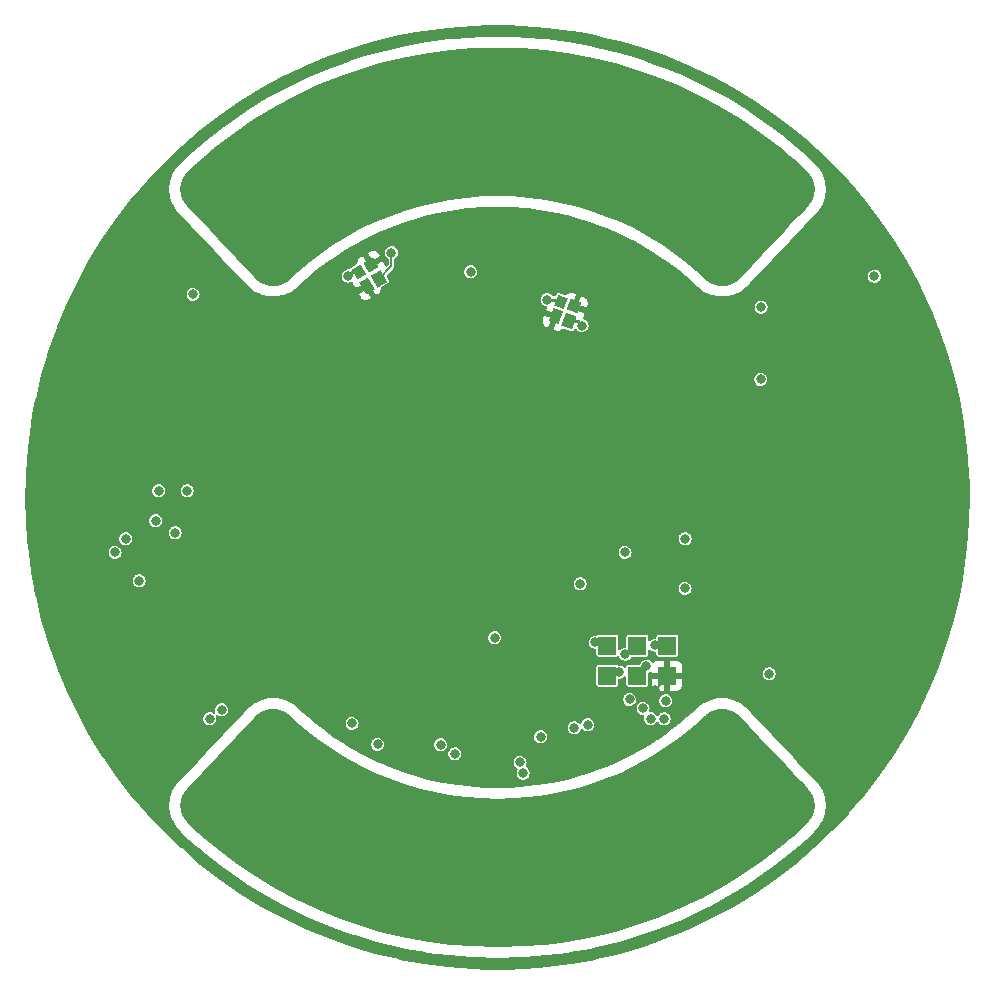
<source format=gbr>
%TF.GenerationSoftware,KiCad,Pcbnew,(5.99.0-10394-g2e15de97e0)*%
%TF.CreationDate,2021-08-24T18:50:14+02:00*%
%TF.ProjectId,USTTHUNDERMILLPCB01A,55535454-4855-44e4-9445-524d494c4c50,rev?*%
%TF.SameCoordinates,Original*%
%TF.FileFunction,Copper,L4,Bot*%
%TF.FilePolarity,Positive*%
%FSLAX46Y46*%
G04 Gerber Fmt 4.6, Leading zero omitted, Abs format (unit mm)*
G04 Created by KiCad (PCBNEW (5.99.0-10394-g2e15de97e0)) date 2021-08-24 18:50:14*
%MOMM*%
%LPD*%
G01*
G04 APERTURE LIST*
G04 Aperture macros list*
%AMRotRect*
0 Rectangle, with rotation*
0 The origin of the aperture is its center*
0 $1 length*
0 $2 width*
0 $3 Rotation angle, in degrees counterclockwise*
0 Add horizontal line*
21,1,$1,$2,0,0,$3*%
G04 Aperture macros list end*
%TA.AperFunction,NonConductor*%
%ADD10C,0.100000*%
%TD*%
%TA.AperFunction,NonConductor*%
%ADD11C,0.050000*%
%TD*%
%TA.AperFunction,SMDPad,CuDef*%
%ADD12RotRect,0.970000X0.950000X160.000000*%
%TD*%
%TA.AperFunction,SMDPad,CuDef*%
%ADD13RotRect,0.970000X1.150000X160.000000*%
%TD*%
%TA.AperFunction,SMDPad,CuDef*%
%ADD14RotRect,0.850000X0.950000X160.000000*%
%TD*%
%TA.AperFunction,SMDPad,CuDef*%
%ADD15RotRect,0.850000X1.150000X160.000000*%
%TD*%
%TA.AperFunction,SMDPad,CuDef*%
%ADD16RotRect,0.970000X0.950000X210.000000*%
%TD*%
%TA.AperFunction,SMDPad,CuDef*%
%ADD17RotRect,0.970000X1.150000X210.000000*%
%TD*%
%TA.AperFunction,SMDPad,CuDef*%
%ADD18RotRect,0.850000X0.950000X210.000000*%
%TD*%
%TA.AperFunction,SMDPad,CuDef*%
%ADD19RotRect,0.850000X1.150000X210.000000*%
%TD*%
%TA.AperFunction,SMDPad,CuDef*%
%ADD20R,1.524000X1.524000*%
%TD*%
%TA.AperFunction,ViaPad*%
%ADD21C,0.800000*%
%TD*%
%TA.AperFunction,Conductor*%
%ADD22C,0.200000*%
%TD*%
%TA.AperFunction,Conductor*%
%ADD23C,0.250000*%
%TD*%
G04 APERTURE END LIST*
D10*
X138527912Y-54708198D02*
X136659294Y-54954196D01*
X161711994Y-74485898D02*
X162120994Y-74398998D01*
X168458099Y-64764596D02*
X168025695Y-64354196D01*
X121892993Y-60575796D02*
X120339693Y-61643295D01*
X160164695Y-73983200D02*
X160502994Y-74228899D01*
X165050689Y-71657398D02*
X165828193Y-70838998D01*
X116974292Y-64354194D02*
X116541893Y-64764595D01*
X161499992Y-59590997D02*
X159843692Y-58691698D01*
X162120994Y-74398998D02*
X162502994Y-74228899D01*
X138391468Y-67228796D02*
X139824069Y-67040195D01*
X127239393Y-57710296D02*
X126857492Y-57880296D01*
X145175926Y-67040195D02*
X146608528Y-67228796D01*
X142290935Y-54510997D02*
X140406845Y-54560298D01*
X127449497Y-71784698D02*
X128467998Y-71084697D01*
X162502994Y-74228899D02*
X162841194Y-73983200D01*
X151772918Y-68635295D02*
X152914695Y-69108196D01*
X166545394Y-70083999D02*
X167200500Y-69394498D01*
X116974292Y-64354194D02*
X116541893Y-64764595D01*
X163323493Y-73475498D02*
X164214996Y-72537097D01*
X162502994Y-74228899D02*
X162841194Y-73983200D01*
X115757193Y-66824794D02*
X115886393Y-67222394D01*
X115886393Y-67222394D02*
X116095493Y-67584495D01*
X157760589Y-57710298D02*
X156019290Y-56988998D01*
X168025695Y-64354196D02*
X167926994Y-64260496D01*
X119949293Y-71657396D02*
X120784994Y-72537096D01*
X146472072Y-54708198D02*
X144593143Y-54560298D01*
X150410835Y-68152996D02*
X151772918Y-68635295D01*
X160884895Y-74398998D02*
X161293895Y-74485898D01*
X169242797Y-66824796D02*
X169286499Y-66408996D01*
X161293895Y-74485898D02*
X161711994Y-74485898D01*
X159629695Y-73475498D02*
X160164695Y-73983200D01*
X117666593Y-63753494D02*
X117358293Y-64016794D01*
X162841194Y-73983200D02*
X163323493Y-73475498D01*
X121892993Y-60575796D02*
X120339693Y-61643295D01*
X150193870Y-55297595D02*
X148340690Y-54954196D01*
X169242797Y-65993097D02*
X169113594Y-65595497D01*
X167200500Y-69394498D02*
X167791397Y-68772397D01*
X123706092Y-74485897D02*
X124115097Y-74398998D01*
X116095493Y-65233394D02*
X115886393Y-65595495D01*
X142709049Y-54510997D02*
X142290935Y-54510997D01*
X161711994Y-74485898D02*
X162120994Y-74398998D01*
X125370298Y-73475498D02*
X126468997Y-72537097D01*
X161499992Y-59590997D02*
X159843692Y-58691698D01*
X156531997Y-71084697D02*
X157550498Y-71784698D01*
X129699998Y-70329797D02*
X130969898Y-69640296D01*
X118064493Y-63413694D02*
X118020193Y-63451494D01*
X128467998Y-71084697D02*
X129699998Y-70329797D01*
X132085296Y-69108196D02*
X133227077Y-68635295D01*
X118064493Y-63413694D02*
X118020193Y-63451494D01*
X116541893Y-64764595D02*
X116375293Y-64922695D01*
X160884895Y-74398998D02*
X161293895Y-74485898D01*
X133227077Y-68635295D02*
X134589157Y-68152996D01*
X120784994Y-72537096D02*
X121676494Y-73475496D01*
X122158794Y-73983196D02*
X122496994Y-74228897D01*
X116095493Y-67584495D02*
X116375293Y-67895296D01*
X115757193Y-65993095D02*
X115713493Y-66408994D01*
X154242591Y-56359897D02*
X152435512Y-55824596D01*
X163323493Y-73475498D02*
X164214996Y-72537097D01*
X116683292Y-68219495D02*
X117208593Y-68772396D01*
X130969898Y-69640296D02*
X132085296Y-69108196D01*
X124496997Y-74228897D02*
X124835298Y-73983198D01*
X138391468Y-67228796D02*
X139824069Y-67040195D01*
X154242591Y-56359897D02*
X152435512Y-55824596D01*
X120784994Y-72537096D02*
X121676494Y-73475496D01*
X169113594Y-65595497D02*
X168904495Y-65233396D01*
X121676494Y-73475496D02*
X122158794Y-73983196D01*
X121892993Y-60575796D02*
X120339693Y-61643295D01*
X136659294Y-54954196D02*
X134806114Y-55297595D01*
X158142494Y-57880298D02*
X157760589Y-57710298D01*
X120339693Y-61643295D02*
X120001493Y-61889095D01*
X122496994Y-74228897D02*
X122878993Y-74398996D01*
X133227077Y-68635295D02*
X134589157Y-68152996D01*
X167791397Y-68772397D02*
X168316696Y-68219497D01*
X167200500Y-69394498D02*
X167791397Y-68772397D01*
X125156293Y-58691696D02*
X123499992Y-59590995D01*
X160164695Y-73983200D02*
X160502994Y-74228899D01*
X134806114Y-55297595D02*
X134397144Y-55384597D01*
X144593143Y-54560298D02*
X142709049Y-54510997D01*
X144593143Y-54560298D02*
X142709049Y-54510997D01*
X169113594Y-67222396D02*
X169242797Y-66824796D01*
X162841194Y-73983200D02*
X163323493Y-73475498D01*
X124115097Y-74398998D02*
X124115097Y-74398998D01*
X115757193Y-65993095D02*
X115713493Y-66408994D01*
X152914695Y-69108196D02*
X154030097Y-69640296D01*
X124115097Y-74398998D02*
X124115097Y-74398998D01*
X125370298Y-73475498D02*
X126468997Y-72537097D01*
X116095493Y-67584495D02*
X116375293Y-67895296D01*
X168316696Y-68219497D02*
X168624694Y-67895298D01*
X168904495Y-67584497D02*
X169113594Y-67222396D01*
X150602844Y-55384597D02*
X150193870Y-55297595D01*
X166493789Y-63036497D02*
X164998489Y-61889097D01*
X149025367Y-67742595D02*
X150410835Y-68152996D01*
X126468997Y-72537097D02*
X127449497Y-71784698D01*
X115886393Y-65595495D02*
X115757193Y-65993095D01*
X142500000Y-66894495D02*
X143735420Y-66926895D01*
X169242797Y-66824796D02*
X169286499Y-66408996D01*
X160502994Y-74228899D02*
X160884895Y-74398998D01*
X124496997Y-74228897D02*
X124835298Y-73983198D01*
X169242797Y-66824796D02*
X169286499Y-66408996D01*
X158142494Y-57880298D02*
X157760589Y-57710298D01*
X161711994Y-74485898D02*
X162120994Y-74398998D01*
X119949293Y-71657396D02*
X120784994Y-72537096D01*
X160884895Y-74398998D02*
X161293895Y-74485898D01*
X124115097Y-74398998D02*
X124115097Y-74398998D01*
X146472072Y-54708198D02*
X144593143Y-54560298D01*
X124115097Y-74398998D02*
X124496997Y-74228897D01*
X124496997Y-74228897D02*
X124835298Y-73983198D01*
X167333389Y-63753496D02*
X167112487Y-63564895D01*
X115757193Y-66824794D02*
X115886393Y-67222394D01*
X129699998Y-70329797D02*
X130969898Y-69640296D01*
X169113594Y-65595497D02*
X168904495Y-65233396D01*
X130757392Y-56359895D02*
X128980693Y-56988996D01*
X118506193Y-63036495D02*
X118064493Y-63413694D01*
X116541893Y-64764595D02*
X116375293Y-64922695D01*
X157760589Y-57710298D02*
X156019290Y-56988998D01*
X151772918Y-68635295D02*
X152914695Y-69108196D01*
X166979789Y-63451496D02*
X166935485Y-63413696D01*
X130969898Y-69640296D02*
X132085296Y-69108196D01*
X116974292Y-64354194D02*
X116541893Y-64764595D01*
X136659294Y-54954196D02*
X134806114Y-55297595D01*
X162502994Y-74228899D02*
X162841194Y-73983200D01*
X138391468Y-67228796D02*
X139824069Y-67040195D01*
X163323493Y-73475498D02*
X164214996Y-72537097D01*
X160164695Y-73983200D02*
X160502994Y-74228899D01*
X134806114Y-55297595D02*
X134397144Y-55384597D01*
X163106990Y-60575798D02*
X161499992Y-59590997D01*
X125156293Y-58691696D02*
X123499992Y-59590995D01*
X148340690Y-54954196D02*
X146472072Y-54708198D01*
X117799493Y-69394496D02*
X118454593Y-70083997D01*
X117072994Y-64260494D02*
X116974292Y-64354194D01*
X116375293Y-67895296D02*
X116683292Y-68219495D01*
X115713493Y-66408994D02*
X115757193Y-66824794D01*
X168904495Y-67584497D02*
X169113594Y-67222396D01*
X150410835Y-68152996D02*
X151772918Y-68635295D01*
X117358293Y-64016794D02*
X117072994Y-64260494D01*
X115757193Y-66824794D02*
X115886393Y-67222394D01*
X164998489Y-61889097D02*
X164660293Y-61643297D01*
X133227077Y-68635295D02*
X134589157Y-68152996D01*
X142290935Y-54510997D02*
X140406845Y-54560298D01*
X168316696Y-68219497D02*
X168624694Y-67895298D01*
X116683292Y-68219495D02*
X117208593Y-68772396D01*
X141264579Y-66926895D02*
X142500000Y-66894495D01*
X159843692Y-58691698D02*
X158142494Y-57880298D01*
X150602844Y-55384597D02*
X150193870Y-55297595D01*
X137176330Y-67454095D02*
X138391468Y-67228796D01*
X116683292Y-68219495D02*
X117208593Y-68772396D01*
X125156293Y-58691696D02*
X123499992Y-59590995D01*
X116095493Y-65233394D02*
X115886393Y-65595495D01*
X156531997Y-71084697D02*
X157550498Y-71784698D01*
X161711994Y-74485898D02*
X162120994Y-74398998D01*
X124835298Y-73983198D02*
X125370298Y-73475498D01*
X168624694Y-64922697D02*
X168458099Y-64764596D01*
X167641693Y-64016796D02*
X167333389Y-63753496D01*
X146472072Y-54708198D02*
X144593143Y-54560298D01*
X157760589Y-57710298D02*
X156019290Y-56988998D01*
X140406845Y-54560298D02*
X138527912Y-54708198D01*
X137176330Y-67454095D02*
X138391468Y-67228796D01*
X143735420Y-66926895D02*
X145175926Y-67040195D01*
X117666593Y-63753494D02*
X117358293Y-64016794D01*
X163106990Y-60575798D02*
X161499992Y-59590997D01*
X158142494Y-57880298D02*
X157760589Y-57710298D01*
X122878993Y-74398996D02*
X123287994Y-74485897D01*
X166935485Y-63413696D02*
X166493789Y-63036497D01*
X155299995Y-70329797D02*
X156531997Y-71084697D01*
X116375293Y-64922695D02*
X116095493Y-65233394D01*
X164998489Y-61889097D02*
X164660293Y-61643297D01*
X154030097Y-69640296D02*
X155299995Y-70329797D01*
X167333389Y-63753496D02*
X167112487Y-63564895D01*
X117799493Y-69394496D02*
X118454593Y-70083997D01*
X122496994Y-74228897D02*
X122878993Y-74398996D01*
X159843692Y-58691698D02*
X158142494Y-57880298D01*
X140406845Y-54560298D02*
X138527912Y-54708198D01*
X127239393Y-57710296D02*
X126857492Y-57880296D01*
X143735420Y-66926895D02*
X145175926Y-67040195D01*
X117358293Y-64016794D02*
X117072994Y-64260494D01*
X162841194Y-73983200D02*
X163323493Y-73475498D01*
X167333389Y-63753496D02*
X167112487Y-63564895D01*
X166979789Y-63451496D02*
X166935485Y-63413696D01*
X152914695Y-69108196D02*
X154030097Y-69640296D01*
X129699998Y-70329797D02*
X130969898Y-69640296D01*
X115757193Y-65993095D02*
X115713493Y-66408994D01*
X122878993Y-74398996D02*
X123287994Y-74485897D01*
X168904495Y-67584497D02*
X169113594Y-67222396D01*
X128980693Y-56988996D02*
X127239393Y-57710296D01*
X117799493Y-69394496D02*
X118454593Y-70083997D01*
X124115097Y-74398998D02*
X124496997Y-74228897D01*
X124496997Y-74228897D02*
X124835298Y-73983198D01*
X124835298Y-73983198D02*
X125370298Y-73475498D01*
X125370298Y-73475498D02*
X126468997Y-72537097D01*
X126468997Y-72537097D02*
X127449497Y-71784698D01*
X127449497Y-71784698D02*
X128467998Y-71084697D01*
X128467998Y-71084697D02*
X129699998Y-70329797D01*
X129699998Y-70329797D02*
X130969898Y-69640296D01*
X130969898Y-69640296D02*
X132085296Y-69108196D01*
X132085296Y-69108196D02*
X133227077Y-68635295D01*
X133227077Y-68635295D02*
X134589157Y-68152996D01*
X134589157Y-68152996D02*
X135974628Y-67742595D01*
X135974628Y-67742595D02*
X137176330Y-67454095D01*
X137176330Y-67454095D02*
X138391468Y-67228796D01*
X138391468Y-67228796D02*
X139824069Y-67040195D01*
X139824069Y-67040195D02*
X141264579Y-66926895D01*
X141264579Y-66926895D02*
X142500000Y-66894495D01*
X142500000Y-66894495D02*
X143735420Y-66926895D01*
X143735420Y-66926895D02*
X145175926Y-67040195D01*
X145175926Y-67040195D02*
X146608528Y-67228796D01*
X146608528Y-67228796D02*
X147823669Y-67454095D01*
X147823669Y-67454095D02*
X149025367Y-67742595D01*
X149025367Y-67742595D02*
X150410835Y-68152996D01*
X150410835Y-68152996D02*
X151772918Y-68635295D01*
X151772918Y-68635295D02*
X152914695Y-69108196D01*
X152914695Y-69108196D02*
X154030097Y-69640296D01*
X154030097Y-69640296D02*
X155299995Y-70329797D01*
X155299995Y-70329797D02*
X156531997Y-71084697D01*
X156531997Y-71084697D02*
X157550498Y-71784698D01*
X157550498Y-71784698D02*
X158530998Y-72537097D01*
X158530998Y-72537097D02*
X159629695Y-73475498D01*
X159629695Y-73475498D02*
X160164695Y-73983200D01*
X160164695Y-73983200D02*
X160502994Y-74228899D01*
X160502994Y-74228899D02*
X160884895Y-74398998D01*
X160884895Y-74398998D02*
X161293895Y-74485898D01*
X161293895Y-74485898D02*
X161711994Y-74485898D01*
X161711994Y-74485898D02*
X162120994Y-74398998D01*
X162120994Y-74398998D02*
X162502994Y-74228899D01*
X162502994Y-74228899D02*
X162841194Y-73983200D01*
X162841194Y-73983200D02*
X163323493Y-73475498D01*
X163323493Y-73475498D02*
X164214996Y-72537097D01*
X164214996Y-72537097D02*
X165050689Y-71657398D01*
X165050689Y-71657398D02*
X165828193Y-70838998D01*
X165828193Y-70838998D02*
X166545394Y-70083999D01*
X166545394Y-70083999D02*
X167200500Y-69394498D01*
X167200500Y-69394498D02*
X167791397Y-68772397D01*
X167791397Y-68772397D02*
X168316696Y-68219497D01*
X168316696Y-68219497D02*
X168624694Y-67895298D01*
X168624694Y-67895298D02*
X168904495Y-67584497D01*
X168904495Y-67584497D02*
X169113594Y-67222396D01*
X169113594Y-67222396D02*
X169242797Y-66824796D01*
X169242797Y-66824796D02*
X169286499Y-66408996D01*
X169286499Y-66408996D02*
X169242797Y-65993097D01*
X169242797Y-65993097D02*
X169113594Y-65595497D01*
X169113594Y-65595497D02*
X168904495Y-65233396D01*
X168904495Y-65233396D02*
X168624694Y-64922697D01*
X168624694Y-64922697D02*
X168458099Y-64764596D01*
X168458099Y-64764596D02*
X168025695Y-64354196D01*
X168025695Y-64354196D02*
X167926994Y-64260496D01*
X167926994Y-64260496D02*
X167641693Y-64016796D01*
X167641693Y-64016796D02*
X167333389Y-63753496D01*
X167333389Y-63753496D02*
X167112487Y-63564895D01*
X167112487Y-63564895D02*
X166979789Y-63451496D01*
X166979789Y-63451496D02*
X166935485Y-63413696D01*
X166935485Y-63413696D02*
X166493789Y-63036497D01*
X166493789Y-63036497D02*
X164998489Y-61889097D01*
X164998489Y-61889097D02*
X164660293Y-61643297D01*
X164660293Y-61643297D02*
X163106990Y-60575798D01*
X163106990Y-60575798D02*
X161499992Y-59590997D01*
X161499992Y-59590997D02*
X159843692Y-58691698D01*
X159843692Y-58691698D02*
X158142494Y-57880298D01*
X158142494Y-57880298D02*
X157760589Y-57710298D01*
X157760589Y-57710298D02*
X156019290Y-56988998D01*
X156019290Y-56988998D02*
X154242591Y-56359897D01*
X154242591Y-56359897D02*
X152435512Y-55824596D01*
X152435512Y-55824596D02*
X150602844Y-55384597D01*
X150602844Y-55384597D02*
X150193870Y-55297595D01*
X150193870Y-55297595D02*
X148340690Y-54954196D01*
X148340690Y-54954196D02*
X146472072Y-54708198D01*
X146472072Y-54708198D02*
X144593143Y-54560298D01*
X144593143Y-54560298D02*
X142709049Y-54510997D01*
X142709049Y-54510997D02*
X142290935Y-54510997D01*
X142290935Y-54510997D02*
X140406845Y-54560298D01*
X140406845Y-54560298D02*
X138527912Y-54708198D01*
X138527912Y-54708198D02*
X136659294Y-54954196D01*
X136659294Y-54954196D02*
X134806114Y-55297595D01*
X134806114Y-55297595D02*
X134397144Y-55384597D01*
X134397144Y-55384597D02*
X132564472Y-55824596D01*
X132564472Y-55824596D02*
X130757392Y-56359895D01*
X130757392Y-56359895D02*
X128980693Y-56988996D01*
X128980693Y-56988996D02*
X127239393Y-57710296D01*
X127239393Y-57710296D02*
X126857492Y-57880296D01*
X126857492Y-57880296D02*
X125156293Y-58691696D01*
X125156293Y-58691696D02*
X123499992Y-59590995D01*
X123499992Y-59590995D02*
X121892993Y-60575796D01*
X121892993Y-60575796D02*
X120339693Y-61643295D01*
X120339693Y-61643295D02*
X120001493Y-61889095D01*
X120001493Y-61889095D02*
X118506193Y-63036495D01*
X118506193Y-63036495D02*
X118064493Y-63413694D01*
X118064493Y-63413694D02*
X118020193Y-63451494D01*
X118020193Y-63451494D02*
X117887493Y-63564893D01*
X117887493Y-63564893D02*
X117666593Y-63753494D01*
X117666593Y-63753494D02*
X117358293Y-64016794D01*
X117358293Y-64016794D02*
X117072994Y-64260494D01*
X117072994Y-64260494D02*
X116974292Y-64354194D01*
X116974292Y-64354194D02*
X116541893Y-64764595D01*
X116541893Y-64764595D02*
X116375293Y-64922695D01*
X116375293Y-64922695D02*
X116095493Y-65233394D01*
X116095493Y-65233394D02*
X115886393Y-65595495D01*
X115886393Y-65595495D02*
X115757193Y-65993095D01*
X115757193Y-65993095D02*
X115713493Y-66408994D01*
X115713493Y-66408994D02*
X115757193Y-66824794D01*
X115757193Y-66824794D02*
X115886393Y-67222394D01*
X115886393Y-67222394D02*
X116095493Y-67584495D01*
X116095493Y-67584495D02*
X116375293Y-67895296D01*
X116375293Y-67895296D02*
X116683292Y-68219495D01*
X116683292Y-68219495D02*
X117208593Y-68772396D01*
X117208593Y-68772396D02*
X117799493Y-69394496D01*
X117799493Y-69394496D02*
X118454593Y-70083997D01*
X118454593Y-70083997D02*
X119171792Y-70838996D01*
X119171792Y-70838996D02*
X119949293Y-71657396D01*
X119949293Y-71657396D02*
X120784994Y-72537096D01*
X120784994Y-72537096D02*
X121676494Y-73475496D01*
X121676494Y-73475496D02*
X122158794Y-73983196D01*
X122158794Y-73983196D02*
X122496994Y-74228897D01*
X122496994Y-74228897D02*
X122878993Y-74398996D01*
X122878993Y-74398996D02*
X123287994Y-74485897D01*
X123287994Y-74485897D02*
X123706092Y-74485897D01*
X123706092Y-74485897D02*
X124115097Y-74398998D01*
X124115097Y-74398998D02*
X124115097Y-74398998D01*
X116095493Y-65233394D02*
X115886393Y-65595495D01*
X168624694Y-67895298D02*
X168904495Y-67584497D01*
X130757392Y-56359895D02*
X128980693Y-56988996D01*
X125156293Y-58691696D02*
X123499992Y-59590995D01*
X135974628Y-67742595D02*
X137176330Y-67454095D01*
X167926994Y-64260496D02*
X167641693Y-64016796D01*
X162502994Y-74228899D02*
X162841194Y-73983200D01*
X128467998Y-71084697D02*
X129699998Y-70329797D01*
X116541893Y-64764595D02*
X116375293Y-64922695D01*
X142500000Y-66894495D02*
X143735420Y-66926895D01*
X115886393Y-67222394D02*
X116095493Y-67584495D01*
X157550498Y-71784698D02*
X158530998Y-72537097D01*
X160502994Y-74228899D02*
X160884895Y-74398998D01*
X167926994Y-64260496D02*
X167641693Y-64016796D01*
X154242591Y-56359897D02*
X152435512Y-55824596D01*
X166935485Y-63413696D02*
X166493789Y-63036497D01*
X165050689Y-71657398D02*
X165828193Y-70838998D01*
X160502994Y-74228899D02*
X160884895Y-74398998D01*
X167112487Y-63564895D02*
X166979789Y-63451496D01*
X167641693Y-64016796D02*
X167333389Y-63753496D01*
X126857492Y-57880296D02*
X125156293Y-58691696D01*
X122496994Y-74228897D02*
X122878993Y-74398996D01*
X118020193Y-63451494D02*
X117887493Y-63564893D01*
X168904495Y-65233396D02*
X168624694Y-64922697D01*
X162502994Y-74228899D02*
X162841194Y-73983200D01*
X168025695Y-64354196D02*
X167926994Y-64260496D01*
X127239393Y-57710296D02*
X126857492Y-57880296D01*
X127449497Y-71784698D02*
X128467998Y-71084697D01*
X118506193Y-63036495D02*
X118064493Y-63413694D01*
X136659294Y-54954196D02*
X134806114Y-55297595D01*
X154030097Y-69640296D02*
X155299995Y-70329797D01*
X122878993Y-74398996D02*
X123287994Y-74485897D01*
X132564472Y-55824596D02*
X130757392Y-56359895D01*
X125370298Y-73475498D02*
X126468997Y-72537097D01*
X157550498Y-71784698D02*
X158530998Y-72537097D01*
X168458099Y-64764596D02*
X168025695Y-64354196D01*
X134589157Y-68152996D02*
X135974628Y-67742595D01*
X120339693Y-61643295D02*
X120001493Y-61889095D01*
X167926994Y-64260496D02*
X167641693Y-64016796D01*
X152435512Y-55824596D02*
X150602844Y-55384597D01*
X164214996Y-72537097D02*
X165050689Y-71657398D01*
X166545394Y-70083999D02*
X167200500Y-69394498D01*
X169286499Y-66408996D02*
X169242797Y-65993097D01*
X127239393Y-57710296D02*
X126857492Y-57880296D01*
X129699998Y-70329797D02*
X130969898Y-69640296D01*
X135974628Y-67742595D02*
X137176330Y-67454095D01*
X161293895Y-74485898D02*
X161711994Y-74485898D01*
X123287994Y-74485897D02*
X123706092Y-74485897D01*
X125370298Y-73475498D02*
X126468997Y-72537097D01*
X132564472Y-55824596D02*
X130757392Y-56359895D01*
X167641693Y-64016796D02*
X167333389Y-63753496D01*
X168316696Y-68219497D02*
X168624694Y-67895298D01*
X169113594Y-65595497D02*
X168904495Y-65233396D01*
X146608528Y-67228796D02*
X147823669Y-67454095D01*
X117208593Y-68772396D02*
X117799493Y-69394496D01*
X121676494Y-73475496D02*
X122158794Y-73983196D01*
X132085296Y-69108196D02*
X133227077Y-68635295D01*
X119171792Y-70838996D02*
X119949293Y-71657396D01*
X117887493Y-63564893D02*
X117666593Y-63753494D01*
X166493789Y-63036497D02*
X164998489Y-61889097D01*
X120784994Y-72537096D02*
X121676494Y-73475496D01*
X118020193Y-63451494D02*
X117887493Y-63564893D01*
X141264579Y-66926895D02*
X142500000Y-66894495D01*
X166935485Y-63413696D02*
X166493789Y-63036497D01*
X122878993Y-74398996D02*
X123287994Y-74485897D01*
X130969898Y-69640296D02*
X132085296Y-69108196D01*
X160502994Y-74228899D02*
X160884895Y-74398998D01*
X124835298Y-73983198D02*
X125370298Y-73475498D01*
X120001493Y-61889095D02*
X118506193Y-63036495D01*
X158530998Y-72537097D02*
X159629695Y-73475498D01*
X142290935Y-54510997D02*
X140406845Y-54560298D01*
X120339693Y-61643295D02*
X120001493Y-61889095D01*
X157550498Y-71784698D02*
X158530998Y-72537097D01*
X120784994Y-72537096D02*
X121676494Y-73475496D01*
X140406845Y-54560298D02*
X138527912Y-54708198D01*
X121676494Y-73475496D02*
X122158794Y-73983196D01*
X146472072Y-54708198D02*
X144593143Y-54560298D01*
X115713493Y-66408994D02*
X115757193Y-66824794D01*
X138527912Y-54708198D02*
X136659294Y-54954196D01*
X145175926Y-67040195D02*
X146608528Y-67228796D01*
X122158794Y-73983196D02*
X122496994Y-74228897D01*
X138527912Y-54708198D02*
X136659294Y-54954196D01*
X152914695Y-69108196D02*
X154030097Y-69640296D01*
X163106990Y-60575798D02*
X161499992Y-59590997D01*
X116683292Y-68219495D02*
X117208593Y-68772396D01*
X124835298Y-73983198D02*
X125370298Y-73475498D01*
X168316696Y-68219497D02*
X168624694Y-67895298D01*
X164998489Y-61889097D02*
X164660293Y-61643297D01*
X118020193Y-63451494D02*
X117887493Y-63564893D01*
X117666593Y-63753494D02*
X117358293Y-64016794D01*
X168025695Y-64354196D02*
X167926994Y-64260496D01*
X115886393Y-65595495D02*
X115757193Y-65993095D01*
X128980693Y-56988996D02*
X127239393Y-57710296D01*
X117358293Y-64016794D02*
X117072994Y-64260494D01*
X163323493Y-73475498D02*
X164214996Y-72537097D01*
X141264579Y-66926895D02*
X142500000Y-66894495D01*
X118020193Y-63451494D02*
X117887493Y-63564893D01*
X132564472Y-55824596D02*
X130757392Y-56359895D01*
X126857492Y-57880296D02*
X125156293Y-58691696D01*
X167333389Y-63753496D02*
X167112487Y-63564895D01*
X167200500Y-69394498D02*
X167791397Y-68772397D01*
X148340690Y-54954196D02*
X146472072Y-54708198D01*
X118454593Y-70083997D02*
X119171792Y-70838996D01*
X162120994Y-74398998D02*
X162502994Y-74228899D01*
X118064493Y-63413694D02*
X118020193Y-63451494D01*
X126857492Y-57880296D02*
X125156293Y-58691696D01*
X154030097Y-69640296D02*
X155299995Y-70329797D01*
X117666593Y-63753494D02*
X117358293Y-64016794D01*
X165828193Y-70838998D02*
X166545394Y-70083999D01*
X144593143Y-54560298D02*
X142709049Y-54510997D01*
X124115097Y-74398998D02*
X124496997Y-74228897D01*
X150602844Y-55384597D02*
X150193870Y-55297595D01*
X134397144Y-55384597D02*
X132564472Y-55824596D01*
X121676494Y-73475496D02*
X122158794Y-73983196D01*
X122496994Y-74228897D02*
X122878993Y-74398996D01*
X157550498Y-71784698D02*
X158530998Y-72537097D01*
D11*
X144593147Y-130439697D02*
X146472076Y-130291793D01*
X146472076Y-130291793D02*
X148340698Y-130045799D01*
X148340698Y-130045799D02*
X150193878Y-129702400D01*
X150193878Y-129702400D02*
X150602844Y-129615402D01*
X150602844Y-129615402D02*
X152435516Y-129175399D01*
X152435516Y-129175399D02*
X154242595Y-128640098D01*
X154242595Y-128640098D02*
X156019294Y-128011001D01*
X156019294Y-128011001D02*
X157760597Y-127289703D01*
X157760597Y-127289703D02*
X158142494Y-127119705D01*
X158142494Y-127119705D02*
X159843696Y-126308303D01*
X159843696Y-126308303D02*
X161499996Y-125408996D01*
X161499996Y-125408996D02*
X163106994Y-124424201D01*
X163106994Y-124424201D02*
X164660293Y-123356704D01*
X164660293Y-123356704D02*
X164998489Y-123110900D01*
X164998489Y-123110900D02*
X166493789Y-121963500D01*
X166493789Y-121963500D02*
X166935493Y-121586303D01*
X166935493Y-121586303D02*
X166979797Y-121548500D01*
X166979797Y-121548500D02*
X167112495Y-121435104D01*
X167112495Y-121435104D02*
X167333396Y-121246505D01*
X167333396Y-121246505D02*
X167641693Y-120983200D01*
X167641693Y-120983200D02*
X167927001Y-120739501D01*
X167927001Y-120739501D02*
X168025695Y-120645797D01*
X168025695Y-120645797D02*
X168458099Y-120235397D01*
X168458099Y-120235397D02*
X168624694Y-120077301D01*
X168624694Y-120077301D02*
X168904495Y-119766601D01*
X168904495Y-119766601D02*
X169113601Y-119404502D01*
X169113601Y-119404502D02*
X169242797Y-119006896D01*
X169242797Y-119006896D02*
X169286499Y-118591003D01*
X169286499Y-118591003D02*
X169242797Y-118175201D01*
X169242797Y-118175201D02*
X169113601Y-117777603D01*
X169113601Y-117777603D02*
X168904495Y-117415496D01*
X168904495Y-117415496D02*
X168624694Y-117104698D01*
X168624694Y-117104698D02*
X168316696Y-116780502D01*
X168316696Y-116780502D02*
X167791397Y-116227600D01*
X167791397Y-116227600D02*
X167200500Y-115605499D01*
X167200500Y-115605499D02*
X166545394Y-114916000D01*
X166545394Y-114916000D02*
X165828201Y-114160995D01*
X165828201Y-114160995D02*
X165050697Y-113342597D01*
X165050697Y-113342597D02*
X164214996Y-112462898D01*
X164214996Y-112462898D02*
X163323497Y-111524497D01*
X163323497Y-111524497D02*
X162841197Y-111016799D01*
X162841197Y-111016799D02*
X162502998Y-110771099D01*
X162502998Y-110771099D02*
X162120998Y-110600997D01*
X162120998Y-110600997D02*
X161711997Y-110514099D01*
X161711997Y-110514099D02*
X161293899Y-110514099D01*
X161293899Y-110514099D02*
X160884899Y-110600997D01*
X160884899Y-110600997D02*
X160502998Y-110771099D01*
X160502998Y-110771099D02*
X160164699Y-111016799D01*
X160164699Y-111016799D02*
X159629699Y-111524497D01*
X159629699Y-111524497D02*
X158530998Y-112462898D01*
X158530998Y-112462898D02*
X157550498Y-113215301D01*
X157550498Y-113215301D02*
X156532001Y-113915298D01*
X156532001Y-113915298D02*
X155300003Y-114670196D01*
X155300003Y-114670196D02*
X154030101Y-115359703D01*
X154030101Y-115359703D02*
X152914703Y-115891799D01*
X152914703Y-115891799D02*
X151772918Y-116364700D01*
X151772918Y-116364700D02*
X150410842Y-116847000D01*
X150410842Y-116847000D02*
X149025371Y-117257400D01*
X149025371Y-117257400D02*
X147823669Y-117545898D01*
X147823669Y-117545898D02*
X146608531Y-117771202D01*
X146608531Y-117771202D02*
X145175933Y-117959800D01*
X145175933Y-117959800D02*
X143735420Y-118073104D01*
X143735420Y-118073104D02*
X142500000Y-118105499D01*
X142500000Y-118105499D02*
X141264579Y-118073104D01*
X141264579Y-118073104D02*
X139824073Y-117959800D01*
X139824073Y-117959800D02*
X138391471Y-117771202D01*
X138391471Y-117771202D02*
X137176330Y-117545898D01*
X137176330Y-117545898D02*
X135974632Y-117257400D01*
X135974632Y-117257400D02*
X134589160Y-116847000D01*
X134589160Y-116847000D02*
X133227081Y-116364700D01*
X133227081Y-116364700D02*
X132085300Y-115891799D01*
X132085300Y-115891799D02*
X130969902Y-115359703D01*
X130969902Y-115359703D02*
X129700000Y-114670196D01*
X129700000Y-114670196D02*
X128468002Y-113915298D01*
X128468002Y-113915298D02*
X127449501Y-113215301D01*
X127449501Y-113215301D02*
X126469001Y-112462898D01*
X126469001Y-112462898D02*
X125370302Y-111524497D01*
X125370302Y-111524497D02*
X124835302Y-111016799D01*
X124835302Y-111016799D02*
X124497001Y-110771099D01*
X124497001Y-110771099D02*
X124115100Y-110600997D01*
X124115100Y-110600997D02*
X123706102Y-110514099D01*
X123706102Y-110514099D02*
X123288002Y-110514099D01*
X123288002Y-110514099D02*
X122879001Y-110600997D01*
X122879001Y-110600997D02*
X122497001Y-110771099D01*
X122497001Y-110771099D02*
X122158802Y-111016799D01*
X122158802Y-111016799D02*
X121676502Y-111524497D01*
X121676502Y-111524497D02*
X120785001Y-112462898D01*
X120785001Y-112462898D02*
X119949302Y-113342597D01*
X119949302Y-113342597D02*
X119171802Y-114160995D01*
X119171802Y-114160995D02*
X118454601Y-114916000D01*
X118454601Y-114916000D02*
X117799501Y-115605499D01*
X117799501Y-115605499D02*
X117208600Y-116227600D01*
X117208600Y-116227600D02*
X116683300Y-116780502D01*
X116683300Y-116780502D02*
X116375301Y-117104698D01*
X116375301Y-117104698D02*
X116095500Y-117415496D01*
X116095500Y-117415496D02*
X115886401Y-117777603D01*
X115886401Y-117777603D02*
X115757201Y-118175201D01*
X115757201Y-118175201D02*
X115713500Y-118591003D01*
X115713500Y-118591003D02*
X115757201Y-119006896D01*
X115757201Y-119006896D02*
X115886401Y-119404502D01*
X115886401Y-119404502D02*
X116095500Y-119766601D01*
X116095500Y-119766601D02*
X116375301Y-120077301D01*
X116375301Y-120077301D02*
X116541900Y-120235397D01*
X116541900Y-120235397D02*
X116974300Y-120645797D01*
X116974300Y-120645797D02*
X117073001Y-120739501D01*
X117073001Y-120739501D02*
X117358301Y-120983200D01*
X117358301Y-120983200D02*
X117666601Y-121246505D01*
X117666601Y-121246505D02*
X117887500Y-121435104D01*
X117887500Y-121435104D02*
X118020200Y-121548500D01*
X118020200Y-121548500D02*
X118064500Y-121586303D01*
X118064500Y-121586303D02*
X118506200Y-121963500D01*
X118506200Y-121963500D02*
X120001501Y-123110900D01*
X120001501Y-123110900D02*
X120339700Y-123356704D01*
X120339700Y-123356704D02*
X121893001Y-124424201D01*
X121893001Y-124424201D02*
X123500000Y-125408996D01*
X123500000Y-125408996D02*
X125156301Y-126308303D01*
X125156301Y-126308303D02*
X126857500Y-127119705D01*
X126857500Y-127119705D02*
X127239400Y-127289703D01*
X127239400Y-127289703D02*
X128980701Y-128011001D01*
X128980701Y-128011001D02*
X130757400Y-128640098D01*
X130757400Y-128640098D02*
X132564479Y-129175399D01*
X132564479Y-129175399D02*
X134397151Y-129615402D01*
X134397151Y-129615402D02*
X134806121Y-129702400D01*
X134806121Y-129702400D02*
X136659301Y-130045799D01*
X136659301Y-130045799D02*
X138527919Y-130291793D01*
X138527919Y-130291793D02*
X140406852Y-130439697D01*
X140406852Y-130439697D02*
X142290943Y-130488998D01*
X142290943Y-130488998D02*
X142709056Y-130488998D01*
X142709056Y-130488998D02*
X144593147Y-130439697D01*
X144593147Y-130439697D02*
X144593147Y-130439697D01*
G36*
X124115100Y-110600997D02*
G01*
X124497001Y-110771099D01*
X124835302Y-111016799D01*
X125370302Y-111524497D01*
X126469001Y-112462898D01*
X127449501Y-113215301D01*
X128468002Y-113915298D01*
X129700000Y-114670196D01*
X130969902Y-115359703D01*
X132085300Y-115891799D01*
X133227081Y-116364700D01*
X134589160Y-116847000D01*
X135974632Y-117257400D01*
X137176330Y-117545898D01*
X138391471Y-117771202D01*
X139824073Y-117959800D01*
X141264579Y-118073104D01*
X142500000Y-118105499D01*
X143735420Y-118073104D01*
X145175933Y-117959800D01*
X146608531Y-117771202D01*
X147823669Y-117545898D01*
X149025371Y-117257400D01*
X150410842Y-116847000D01*
X151772918Y-116364700D01*
X152914703Y-115891799D01*
X154030101Y-115359703D01*
X155300003Y-114670196D01*
X156532001Y-113915298D01*
X157550498Y-113215301D01*
X158530998Y-112462898D01*
X159629699Y-111524497D01*
X160164699Y-111016799D01*
X160502998Y-110771099D01*
X160884899Y-110600997D01*
X161293899Y-110514099D01*
X161711997Y-110514099D01*
X162120998Y-110600997D01*
X162502998Y-110771099D01*
X162841197Y-111016799D01*
X163323497Y-111524497D01*
X164214996Y-112462898D01*
X165050697Y-113342597D01*
X165828201Y-114160995D01*
X166545394Y-114916000D01*
X167200500Y-115605499D01*
X167791397Y-116227600D01*
X168316696Y-116780502D01*
X168624694Y-117104698D01*
X168904495Y-117415496D01*
X169113601Y-117777603D01*
X169242797Y-118175201D01*
X169286499Y-118591003D01*
X169242797Y-119006896D01*
X169113601Y-119404502D01*
X168904495Y-119766601D01*
X168624694Y-120077301D01*
X168458099Y-120235397D01*
X168025695Y-120645797D01*
X167927001Y-120739501D01*
X167641693Y-120983200D01*
X167333396Y-121246505D01*
X167112495Y-121435104D01*
X166979797Y-121548500D01*
X166935493Y-121586303D01*
X166493789Y-121963500D01*
X164998489Y-123110900D01*
X164660293Y-123356704D01*
X163106994Y-124424201D01*
X161499996Y-125408996D01*
X159843696Y-126308303D01*
X158142494Y-127119705D01*
X157760597Y-127289703D01*
X156019294Y-128011001D01*
X154242595Y-128640098D01*
X152435516Y-129175399D01*
X150602844Y-129615402D01*
X150193878Y-129702400D01*
X148340698Y-130045799D01*
X146472076Y-130291793D01*
X144593147Y-130439697D01*
X142709056Y-130488998D01*
X142290943Y-130488998D01*
X140406852Y-130439697D01*
X138527919Y-130291793D01*
X136659301Y-130045799D01*
X134806121Y-129702400D01*
X134397151Y-129615402D01*
X132564479Y-129175399D01*
X130757400Y-128640098D01*
X128980701Y-128011001D01*
X127239400Y-127289703D01*
X126857500Y-127119705D01*
X125156301Y-126308303D01*
X123500000Y-125408996D01*
X121893001Y-124424201D01*
X120339700Y-123356704D01*
X120001501Y-123110900D01*
X118506200Y-121963500D01*
X118064500Y-121586303D01*
X118020200Y-121548500D01*
X117887500Y-121435104D01*
X117666601Y-121246505D01*
X117358301Y-120983200D01*
X117073001Y-120739501D01*
X116974300Y-120645797D01*
X116541900Y-120235397D01*
X116375301Y-120077301D01*
X116095500Y-119766601D01*
X115886401Y-119404502D01*
X115757201Y-119006896D01*
X115713500Y-118591003D01*
X115757201Y-118175201D01*
X115886401Y-117777603D01*
X116095500Y-117415496D01*
X116375301Y-117104698D01*
X116683300Y-116780502D01*
X117208600Y-116227600D01*
X117799501Y-115605499D01*
X118454601Y-114916000D01*
X119171802Y-114160995D01*
X119949302Y-113342597D01*
X120785001Y-112462898D01*
X121676502Y-111524497D01*
X122158802Y-111016799D01*
X122497001Y-110771099D01*
X122879001Y-110600997D01*
X123288002Y-110514099D01*
X123706102Y-110514099D01*
X124115100Y-110600997D01*
G37*
X124115100Y-110600997D02*
X124497001Y-110771099D01*
X124835302Y-111016799D01*
X125370302Y-111524497D01*
X126469001Y-112462898D01*
X127449501Y-113215301D01*
X128468002Y-113915298D01*
X129700000Y-114670196D01*
X130969902Y-115359703D01*
X132085300Y-115891799D01*
X133227081Y-116364700D01*
X134589160Y-116847000D01*
X135974632Y-117257400D01*
X137176330Y-117545898D01*
X138391471Y-117771202D01*
X139824073Y-117959800D01*
X141264579Y-118073104D01*
X142500000Y-118105499D01*
X143735420Y-118073104D01*
X145175933Y-117959800D01*
X146608531Y-117771202D01*
X147823669Y-117545898D01*
X149025371Y-117257400D01*
X150410842Y-116847000D01*
X151772918Y-116364700D01*
X152914703Y-115891799D01*
X154030101Y-115359703D01*
X155300003Y-114670196D01*
X156532001Y-113915298D01*
X157550498Y-113215301D01*
X158530998Y-112462898D01*
X159629699Y-111524497D01*
X160164699Y-111016799D01*
X160502998Y-110771099D01*
X160884899Y-110600997D01*
X161293899Y-110514099D01*
X161711997Y-110514099D01*
X162120998Y-110600997D01*
X162502998Y-110771099D01*
X162841197Y-111016799D01*
X163323497Y-111524497D01*
X164214996Y-112462898D01*
X165050697Y-113342597D01*
X165828201Y-114160995D01*
X166545394Y-114916000D01*
X167200500Y-115605499D01*
X167791397Y-116227600D01*
X168316696Y-116780502D01*
X168624694Y-117104698D01*
X168904495Y-117415496D01*
X169113601Y-117777603D01*
X169242797Y-118175201D01*
X169286499Y-118591003D01*
X169242797Y-119006896D01*
X169113601Y-119404502D01*
X168904495Y-119766601D01*
X168624694Y-120077301D01*
X168458099Y-120235397D01*
X168025695Y-120645797D01*
X167927001Y-120739501D01*
X167641693Y-120983200D01*
X167333396Y-121246505D01*
X167112495Y-121435104D01*
X166979797Y-121548500D01*
X166935493Y-121586303D01*
X166493789Y-121963500D01*
X164998489Y-123110900D01*
X164660293Y-123356704D01*
X163106994Y-124424201D01*
X161499996Y-125408996D01*
X159843696Y-126308303D01*
X158142494Y-127119705D01*
X157760597Y-127289703D01*
X156019294Y-128011001D01*
X154242595Y-128640098D01*
X152435516Y-129175399D01*
X150602844Y-129615402D01*
X150193878Y-129702400D01*
X148340698Y-130045799D01*
X146472076Y-130291793D01*
X144593147Y-130439697D01*
X142709056Y-130488998D01*
X142290943Y-130488998D01*
X140406852Y-130439697D01*
X138527919Y-130291793D01*
X136659301Y-130045799D01*
X134806121Y-129702400D01*
X134397151Y-129615402D01*
X132564479Y-129175399D01*
X130757400Y-128640098D01*
X128980701Y-128011001D01*
X127239400Y-127289703D01*
X126857500Y-127119705D01*
X125156301Y-126308303D01*
X123500000Y-125408996D01*
X121893001Y-124424201D01*
X120339700Y-123356704D01*
X120001501Y-123110900D01*
X118506200Y-121963500D01*
X118064500Y-121586303D01*
X118020200Y-121548500D01*
X117887500Y-121435104D01*
X117666601Y-121246505D01*
X117358301Y-120983200D01*
X117073001Y-120739501D01*
X116974300Y-120645797D01*
X116541900Y-120235397D01*
X116375301Y-120077301D01*
X116095500Y-119766601D01*
X115886401Y-119404502D01*
X115757201Y-119006896D01*
X115713500Y-118591003D01*
X115757201Y-118175201D01*
X115886401Y-117777603D01*
X116095500Y-117415496D01*
X116375301Y-117104698D01*
X116683300Y-116780502D01*
X117208600Y-116227600D01*
X117799501Y-115605499D01*
X118454601Y-114916000D01*
X119171802Y-114160995D01*
X119949302Y-113342597D01*
X120785001Y-112462898D01*
X121676502Y-111524497D01*
X122158802Y-111016799D01*
X122497001Y-110771099D01*
X122879001Y-110600997D01*
X123288002Y-110514099D01*
X123706102Y-110514099D01*
X124115100Y-110600997D01*
D10*
X120339693Y-61643295D02*
X120001493Y-61889095D01*
X127239393Y-57710296D02*
X126857492Y-57880296D01*
X162120994Y-74398998D02*
X162502994Y-74228899D01*
X124115097Y-74398998D02*
X124496997Y-74228897D01*
X119171792Y-70838996D02*
X119949293Y-71657396D01*
X142500000Y-66894495D02*
X143735420Y-66926895D01*
X134806114Y-55297595D02*
X134397144Y-55384597D01*
X168624694Y-67895298D02*
X168904495Y-67584497D01*
X122496994Y-74228897D02*
X122878993Y-74398996D01*
X168458099Y-64764596D02*
X168025695Y-64354196D01*
X139824069Y-67040195D02*
X141264579Y-66926895D01*
X158530998Y-72537097D02*
X159629695Y-73475498D01*
X123499992Y-59590995D02*
X121892993Y-60575796D01*
X130757392Y-56359895D02*
X128980693Y-56988996D01*
X159629695Y-73475498D02*
X160164695Y-73983200D01*
X134589157Y-68152996D02*
X135974628Y-67742595D01*
X115713493Y-66408994D02*
X115757193Y-66824794D01*
X169113594Y-67222396D02*
X169242797Y-66824796D01*
X169286499Y-66408996D02*
X169242797Y-65993097D01*
X134589157Y-68152996D02*
X135974628Y-67742595D01*
X168624694Y-64922697D02*
X168458099Y-64764596D01*
X157550498Y-71784698D02*
X158530998Y-72537097D01*
X126468997Y-72537097D02*
X127449497Y-71784698D01*
X167641693Y-64016796D02*
X167333389Y-63753496D01*
X160164695Y-73983200D02*
X160502994Y-74228899D01*
X137176330Y-67454095D02*
X138391468Y-67228796D01*
X165828193Y-70838998D02*
X166545394Y-70083999D01*
X126468997Y-72537097D02*
X127449497Y-71784698D01*
D11*
X124115097Y-74398998D02*
X124496997Y-74228897D01*
X124496997Y-74228897D02*
X124835298Y-73983198D01*
X124835298Y-73983198D02*
X125370298Y-73475498D01*
X125370298Y-73475498D02*
X126468997Y-72537097D01*
X126468997Y-72537097D02*
X127449497Y-71784698D01*
X127449497Y-71784698D02*
X128467998Y-71084697D01*
X128467998Y-71084697D02*
X129699998Y-70329797D01*
X129699998Y-70329797D02*
X130969898Y-69640296D01*
X130969898Y-69640296D02*
X132085296Y-69108196D01*
X132085296Y-69108196D02*
X133227077Y-68635295D01*
X133227077Y-68635295D02*
X134589157Y-68152996D01*
X134589157Y-68152996D02*
X135974628Y-67742595D01*
X135974628Y-67742595D02*
X137176330Y-67454095D01*
X137176330Y-67454095D02*
X138391468Y-67228796D01*
X138391468Y-67228796D02*
X139824069Y-67040195D01*
X139824069Y-67040195D02*
X141264579Y-66926895D01*
X141264579Y-66926895D02*
X142500000Y-66894495D01*
X142500000Y-66894495D02*
X143735420Y-66926895D01*
X143735420Y-66926895D02*
X145175926Y-67040195D01*
X145175926Y-67040195D02*
X146608528Y-67228796D01*
X146608528Y-67228796D02*
X147823669Y-67454095D01*
X147823669Y-67454095D02*
X149025367Y-67742595D01*
X149025367Y-67742595D02*
X150410835Y-68152996D01*
X150410835Y-68152996D02*
X151772918Y-68635295D01*
X151772918Y-68635295D02*
X152914695Y-69108196D01*
X152914695Y-69108196D02*
X154030097Y-69640296D01*
X154030097Y-69640296D02*
X155299995Y-70329797D01*
X155299995Y-70329797D02*
X156531997Y-71084697D01*
X156531997Y-71084697D02*
X157550498Y-71784698D01*
X157550498Y-71784698D02*
X158530998Y-72537097D01*
X158530998Y-72537097D02*
X159629695Y-73475498D01*
X159629695Y-73475498D02*
X160164695Y-73983200D01*
X160164695Y-73983200D02*
X160502994Y-74228899D01*
X160502994Y-74228899D02*
X160884895Y-74398998D01*
X160884895Y-74398998D02*
X161293895Y-74485898D01*
X161293895Y-74485898D02*
X161711994Y-74485898D01*
X161711994Y-74485898D02*
X162120994Y-74398998D01*
X162120994Y-74398998D02*
X162502994Y-74228899D01*
X162502994Y-74228899D02*
X162841194Y-73983200D01*
X162841194Y-73983200D02*
X163323493Y-73475498D01*
X163323493Y-73475498D02*
X164214996Y-72537097D01*
X164214996Y-72537097D02*
X165050689Y-71657398D01*
X165050689Y-71657398D02*
X165828193Y-70838998D01*
X165828193Y-70838998D02*
X166545394Y-70083999D01*
X166545394Y-70083999D02*
X167200500Y-69394498D01*
X167200500Y-69394498D02*
X167791397Y-68772397D01*
X167791397Y-68772397D02*
X168316696Y-68219497D01*
X168316696Y-68219497D02*
X168624694Y-67895298D01*
X168624694Y-67895298D02*
X168904495Y-67584497D01*
X168904495Y-67584497D02*
X169113594Y-67222396D01*
X169113594Y-67222396D02*
X169242797Y-66824796D01*
X169242797Y-66824796D02*
X169286499Y-66408996D01*
X169286499Y-66408996D02*
X169242797Y-65993097D01*
X169242797Y-65993097D02*
X169113594Y-65595497D01*
X169113594Y-65595497D02*
X168904495Y-65233396D01*
X168904495Y-65233396D02*
X168624694Y-64922697D01*
X168624694Y-64922697D02*
X168458099Y-64764596D01*
X168458099Y-64764596D02*
X168025695Y-64354196D01*
X168025695Y-64354196D02*
X167926994Y-64260496D01*
X167926994Y-64260496D02*
X167641693Y-64016796D01*
X167641693Y-64016796D02*
X167333389Y-63753496D01*
X167333389Y-63753496D02*
X167112487Y-63564895D01*
X167112487Y-63564895D02*
X166979789Y-63451496D01*
X166979789Y-63451496D02*
X166935485Y-63413696D01*
X166935485Y-63413696D02*
X166493789Y-63036497D01*
X166493789Y-63036497D02*
X164998489Y-61889097D01*
X164998489Y-61889097D02*
X164660293Y-61643297D01*
X164660293Y-61643297D02*
X163106990Y-60575798D01*
X163106990Y-60575798D02*
X161499992Y-59590997D01*
X161499992Y-59590997D02*
X159843692Y-58691698D01*
X159843692Y-58691698D02*
X158142494Y-57880298D01*
X158142494Y-57880298D02*
X157760589Y-57710298D01*
X157760589Y-57710298D02*
X156019290Y-56988998D01*
X156019290Y-56988998D02*
X154242591Y-56359897D01*
X154242591Y-56359897D02*
X152435512Y-55824596D01*
X152435512Y-55824596D02*
X150602844Y-55384597D01*
X150602844Y-55384597D02*
X150193870Y-55297595D01*
X150193870Y-55297595D02*
X148340690Y-54954196D01*
X148340690Y-54954196D02*
X146472072Y-54708198D01*
X146472072Y-54708198D02*
X144593143Y-54560298D01*
X144593143Y-54560298D02*
X142709049Y-54510997D01*
X142709049Y-54510997D02*
X142290935Y-54510997D01*
X142290935Y-54510997D02*
X140406845Y-54560298D01*
X140406845Y-54560298D02*
X138527912Y-54708198D01*
X138527912Y-54708198D02*
X136659294Y-54954196D01*
X136659294Y-54954196D02*
X134806114Y-55297595D01*
X134806114Y-55297595D02*
X134397144Y-55384597D01*
X134397144Y-55384597D02*
X132564472Y-55824596D01*
X132564472Y-55824596D02*
X130757392Y-56359895D01*
X130757392Y-56359895D02*
X128980693Y-56988996D01*
X128980693Y-56988996D02*
X127239393Y-57710296D01*
X127239393Y-57710296D02*
X126857492Y-57880296D01*
X126857492Y-57880296D02*
X125156293Y-58691696D01*
X125156293Y-58691696D02*
X123499992Y-59590995D01*
X123499992Y-59590995D02*
X121892993Y-60575796D01*
X121892993Y-60575796D02*
X120339693Y-61643295D01*
X120339693Y-61643295D02*
X120001493Y-61889095D01*
X120001493Y-61889095D02*
X118506193Y-63036495D01*
X118506193Y-63036495D02*
X118064493Y-63413694D01*
X118064493Y-63413694D02*
X118020193Y-63451494D01*
X118020193Y-63451494D02*
X117887493Y-63564893D01*
X117887493Y-63564893D02*
X117666593Y-63753494D01*
X117666593Y-63753494D02*
X117358293Y-64016794D01*
X117358293Y-64016794D02*
X117072994Y-64260494D01*
X117072994Y-64260494D02*
X116974292Y-64354194D01*
X116974292Y-64354194D02*
X116541893Y-64764595D01*
X116541893Y-64764595D02*
X116375293Y-64922695D01*
X116375293Y-64922695D02*
X116095493Y-65233394D01*
X116095493Y-65233394D02*
X115886393Y-65595495D01*
X115886393Y-65595495D02*
X115757193Y-65993095D01*
X115757193Y-65993095D02*
X115713493Y-66408994D01*
X115713493Y-66408994D02*
X115757193Y-66824794D01*
X115757193Y-66824794D02*
X115886393Y-67222394D01*
X115886393Y-67222394D02*
X116095493Y-67584495D01*
X116095493Y-67584495D02*
X116375293Y-67895296D01*
X116375293Y-67895296D02*
X116683292Y-68219495D01*
X116683292Y-68219495D02*
X117208593Y-68772396D01*
X117208593Y-68772396D02*
X117799493Y-69394496D01*
X117799493Y-69394496D02*
X118454593Y-70083997D01*
X118454593Y-70083997D02*
X119171792Y-70838996D01*
X119171792Y-70838996D02*
X119949293Y-71657396D01*
X119949293Y-71657396D02*
X120784994Y-72537096D01*
X120784994Y-72537096D02*
X121676494Y-73475496D01*
X121676494Y-73475496D02*
X122158794Y-73983196D01*
X122158794Y-73983196D02*
X122496994Y-74228897D01*
X122496994Y-74228897D02*
X122878993Y-74398996D01*
X122878993Y-74398996D02*
X123287994Y-74485897D01*
X123287994Y-74485897D02*
X123706092Y-74485897D01*
X123706092Y-74485897D02*
X124115097Y-74398998D01*
X124115097Y-74398998D02*
X124115097Y-74398998D01*
G36*
X144593143Y-54560298D02*
G01*
X146472072Y-54708198D01*
X148340690Y-54954196D01*
X150193870Y-55297595D01*
X150602844Y-55384597D01*
X152435512Y-55824596D01*
X154242591Y-56359897D01*
X156019290Y-56988998D01*
X157760589Y-57710298D01*
X158142494Y-57880298D01*
X159843692Y-58691698D01*
X161499992Y-59590997D01*
X163106990Y-60575798D01*
X164660293Y-61643297D01*
X164998489Y-61889097D01*
X166493789Y-63036497D01*
X166935485Y-63413696D01*
X166979789Y-63451496D01*
X167112487Y-63564895D01*
X167333389Y-63753496D01*
X167641693Y-64016796D01*
X167926994Y-64260496D01*
X168025695Y-64354196D01*
X168458099Y-64764596D01*
X168624694Y-64922697D01*
X168904495Y-65233396D01*
X169113594Y-65595497D01*
X169242797Y-65993097D01*
X169286499Y-66408996D01*
X169242797Y-66824796D01*
X169113594Y-67222396D01*
X168904495Y-67584497D01*
X168624694Y-67895298D01*
X168316696Y-68219497D01*
X167791397Y-68772397D01*
X167200500Y-69394498D01*
X166545394Y-70083999D01*
X165828193Y-70838998D01*
X165050689Y-71657398D01*
X164214996Y-72537097D01*
X163323493Y-73475498D01*
X162841194Y-73983200D01*
X162502994Y-74228899D01*
X162120994Y-74398998D01*
X161711994Y-74485898D01*
X161293895Y-74485898D01*
X160884895Y-74398998D01*
X160502994Y-74228899D01*
X160164695Y-73983200D01*
X159629695Y-73475498D01*
X158530998Y-72537097D01*
X157550498Y-71784698D01*
X156531997Y-71084697D01*
X155299995Y-70329797D01*
X154030097Y-69640296D01*
X152914695Y-69108196D01*
X151772918Y-68635295D01*
X150410835Y-68152996D01*
X149025367Y-67742595D01*
X147823669Y-67454095D01*
X146608528Y-67228796D01*
X145175926Y-67040195D01*
X143735420Y-66926895D01*
X142500000Y-66894495D01*
X141264579Y-66926895D01*
X139824069Y-67040195D01*
X138391468Y-67228796D01*
X137176330Y-67454095D01*
X135974628Y-67742595D01*
X134589157Y-68152996D01*
X133227077Y-68635295D01*
X132085296Y-69108196D01*
X130969898Y-69640296D01*
X129699998Y-70329797D01*
X128467998Y-71084697D01*
X127449497Y-71784698D01*
X126468997Y-72537097D01*
X125370298Y-73475498D01*
X124835298Y-73983198D01*
X124496997Y-74228897D01*
X124115097Y-74398998D01*
X123706092Y-74485897D01*
X123287994Y-74485897D01*
X122878993Y-74398996D01*
X122496994Y-74228897D01*
X122158794Y-73983196D01*
X121676494Y-73475496D01*
X120784994Y-72537096D01*
X119949293Y-71657396D01*
X119171792Y-70838996D01*
X118454593Y-70083997D01*
X117799493Y-69394496D01*
X117208593Y-68772396D01*
X116683292Y-68219495D01*
X116375293Y-67895296D01*
X116095493Y-67584495D01*
X115886393Y-67222394D01*
X115757193Y-66824794D01*
X115713493Y-66408994D01*
X115757193Y-65993095D01*
X115886393Y-65595495D01*
X116095493Y-65233394D01*
X116375293Y-64922695D01*
X116541893Y-64764595D01*
X116974292Y-64354194D01*
X117072994Y-64260494D01*
X117358293Y-64016794D01*
X117666593Y-63753494D01*
X117887493Y-63564893D01*
X118020193Y-63451494D01*
X118064493Y-63413694D01*
X118506193Y-63036495D01*
X120001493Y-61889095D01*
X120339693Y-61643295D01*
X121892993Y-60575796D01*
X123499992Y-59590995D01*
X125156293Y-58691696D01*
X126857492Y-57880296D01*
X127239393Y-57710296D01*
X128980693Y-56988996D01*
X130757392Y-56359895D01*
X132564472Y-55824596D01*
X134397144Y-55384597D01*
X134806114Y-55297595D01*
X136659294Y-54954196D01*
X138527912Y-54708198D01*
X140406845Y-54560298D01*
X142290935Y-54510997D01*
X142709049Y-54510997D01*
X144593143Y-54560298D01*
G37*
X144593143Y-54560298D02*
X146472072Y-54708198D01*
X148340690Y-54954196D01*
X150193870Y-55297595D01*
X150602844Y-55384597D01*
X152435512Y-55824596D01*
X154242591Y-56359897D01*
X156019290Y-56988998D01*
X157760589Y-57710298D01*
X158142494Y-57880298D01*
X159843692Y-58691698D01*
X161499992Y-59590997D01*
X163106990Y-60575798D01*
X164660293Y-61643297D01*
X164998489Y-61889097D01*
X166493789Y-63036497D01*
X166935485Y-63413696D01*
X166979789Y-63451496D01*
X167112487Y-63564895D01*
X167333389Y-63753496D01*
X167641693Y-64016796D01*
X167926994Y-64260496D01*
X168025695Y-64354196D01*
X168458099Y-64764596D01*
X168624694Y-64922697D01*
X168904495Y-65233396D01*
X169113594Y-65595497D01*
X169242797Y-65993097D01*
X169286499Y-66408996D01*
X169242797Y-66824796D01*
X169113594Y-67222396D01*
X168904495Y-67584497D01*
X168624694Y-67895298D01*
X168316696Y-68219497D01*
X167791397Y-68772397D01*
X167200500Y-69394498D01*
X166545394Y-70083999D01*
X165828193Y-70838998D01*
X165050689Y-71657398D01*
X164214996Y-72537097D01*
X163323493Y-73475498D01*
X162841194Y-73983200D01*
X162502994Y-74228899D01*
X162120994Y-74398998D01*
X161711994Y-74485898D01*
X161293895Y-74485898D01*
X160884895Y-74398998D01*
X160502994Y-74228899D01*
X160164695Y-73983200D01*
X159629695Y-73475498D01*
X158530998Y-72537097D01*
X157550498Y-71784698D01*
X156531997Y-71084697D01*
X155299995Y-70329797D01*
X154030097Y-69640296D01*
X152914695Y-69108196D01*
X151772918Y-68635295D01*
X150410835Y-68152996D01*
X149025367Y-67742595D01*
X147823669Y-67454095D01*
X146608528Y-67228796D01*
X145175926Y-67040195D01*
X143735420Y-66926895D01*
X142500000Y-66894495D01*
X141264579Y-66926895D01*
X139824069Y-67040195D01*
X138391468Y-67228796D01*
X137176330Y-67454095D01*
X135974628Y-67742595D01*
X134589157Y-68152996D01*
X133227077Y-68635295D01*
X132085296Y-69108196D01*
X130969898Y-69640296D01*
X129699998Y-70329797D01*
X128467998Y-71084697D01*
X127449497Y-71784698D01*
X126468997Y-72537097D01*
X125370298Y-73475498D01*
X124835298Y-73983198D01*
X124496997Y-74228897D01*
X124115097Y-74398998D01*
X123706092Y-74485897D01*
X123287994Y-74485897D01*
X122878993Y-74398996D01*
X122496994Y-74228897D01*
X122158794Y-73983196D01*
X121676494Y-73475496D01*
X120784994Y-72537096D01*
X119949293Y-71657396D01*
X119171792Y-70838996D01*
X118454593Y-70083997D01*
X117799493Y-69394496D01*
X117208593Y-68772396D01*
X116683292Y-68219495D01*
X116375293Y-67895296D01*
X116095493Y-67584495D01*
X115886393Y-67222394D01*
X115757193Y-66824794D01*
X115713493Y-66408994D01*
X115757193Y-65993095D01*
X115886393Y-65595495D01*
X116095493Y-65233394D01*
X116375293Y-64922695D01*
X116541893Y-64764595D01*
X116974292Y-64354194D01*
X117072994Y-64260494D01*
X117358293Y-64016794D01*
X117666593Y-63753494D01*
X117887493Y-63564893D01*
X118020193Y-63451494D01*
X118064493Y-63413694D01*
X118506193Y-63036495D01*
X120001493Y-61889095D01*
X120339693Y-61643295D01*
X121892993Y-60575796D01*
X123499992Y-59590995D01*
X125156293Y-58691696D01*
X126857492Y-57880296D01*
X127239393Y-57710296D01*
X128980693Y-56988996D01*
X130757392Y-56359895D01*
X132564472Y-55824596D01*
X134397144Y-55384597D01*
X134806114Y-55297595D01*
X136659294Y-54954196D01*
X138527912Y-54708198D01*
X140406845Y-54560298D01*
X142290935Y-54510997D01*
X142709049Y-54510997D01*
X144593143Y-54560298D01*
D10*
X117799493Y-69394496D02*
X118454593Y-70083997D01*
X120784994Y-72537096D02*
X121676494Y-73475496D01*
X117799493Y-69394496D02*
X118454593Y-70083997D01*
X124115097Y-74398998D02*
X124115097Y-74398998D01*
X163323493Y-73475498D02*
X164214996Y-72537097D01*
X158142494Y-57880298D02*
X157760589Y-57710298D01*
X148340690Y-54954196D02*
X146472072Y-54708198D01*
X117208593Y-68772396D02*
X117799493Y-69394496D01*
X169113594Y-67222396D02*
X169242797Y-66824796D01*
X116375293Y-64922695D02*
X116095493Y-65233394D01*
X141264579Y-66926895D02*
X142500000Y-66894495D01*
X150602844Y-55384597D02*
X150193870Y-55297595D01*
X115886393Y-65595495D02*
X115757193Y-65993095D01*
X169113594Y-65595497D02*
X168904495Y-65233396D01*
X116095493Y-65233394D02*
X115886393Y-65595495D01*
X120001493Y-61889095D02*
X118506193Y-63036495D01*
X166545394Y-70083999D02*
X167200500Y-69394498D01*
X150193870Y-55297595D02*
X148340690Y-54954196D01*
X124496997Y-74228897D02*
X124835298Y-73983198D01*
X169113594Y-65595497D02*
X168904495Y-65233396D01*
X124115097Y-74398998D02*
X124496997Y-74228897D01*
X160884895Y-74398998D02*
X161293895Y-74485898D01*
X134397144Y-55384597D02*
X132564472Y-55824596D01*
X145175926Y-67040195D02*
X146608528Y-67228796D01*
X164660293Y-61643297D02*
X163106990Y-60575798D01*
X142709049Y-54510997D02*
X142290935Y-54510997D01*
X161293895Y-74485898D02*
X161711994Y-74485898D01*
X156019290Y-56988998D02*
X154242591Y-56359897D01*
X167200500Y-69394498D02*
X167791397Y-68772397D01*
X127449497Y-71784698D02*
X128467998Y-71084697D01*
X132085296Y-69108196D02*
X133227077Y-68635295D01*
X147823669Y-67454095D02*
X149025367Y-67742595D01*
X166493789Y-63036497D02*
X164998489Y-61889097D01*
X159843692Y-58691698D02*
X158142494Y-57880298D01*
X142290935Y-54510997D02*
X140406845Y-54560298D01*
X168904495Y-67584497D02*
X169113594Y-67222396D01*
X150410835Y-68152996D02*
X151772918Y-68635295D01*
X116683292Y-68219495D02*
X117208593Y-68772396D01*
X166935485Y-63413696D02*
X166493789Y-63036497D01*
X134589157Y-68152996D02*
X135974628Y-67742595D01*
X135974628Y-67742595D02*
X137176330Y-67454095D01*
X156019290Y-56988998D02*
X154242591Y-56359897D01*
X134589157Y-68152996D02*
X135974628Y-67742595D01*
X168904495Y-65233396D02*
X168624694Y-64922697D01*
X168458099Y-64764596D02*
X168025695Y-64354196D01*
X165828193Y-70838998D02*
X166545394Y-70083999D01*
X160884895Y-74398998D02*
X161293895Y-74485898D01*
X142290935Y-54510997D02*
X140406845Y-54560298D01*
X115757193Y-65993095D02*
X115713493Y-66408994D01*
X166979789Y-63451496D02*
X166935485Y-63413696D01*
X147823669Y-67454095D02*
X149025367Y-67742595D01*
X117358293Y-64016794D02*
X117072994Y-64260494D01*
X146608528Y-67228796D02*
X147823669Y-67454095D01*
X166493789Y-63036497D02*
X164998489Y-61889097D01*
X150193870Y-55297595D02*
X148340690Y-54954196D01*
X132564472Y-55824596D02*
X130757392Y-56359895D01*
X121892993Y-60575796D02*
X120339693Y-61643295D01*
X136659294Y-54954196D02*
X134806114Y-55297595D01*
X134806114Y-55297595D02*
X134397144Y-55384597D01*
X169286499Y-66408996D02*
X169242797Y-65993097D01*
X149025367Y-67742595D02*
X150410835Y-68152996D01*
X117887493Y-63564893D02*
X117666593Y-63753494D01*
X139824069Y-67040195D02*
X141264579Y-66926895D01*
X116375293Y-64922695D02*
X116095493Y-65233394D01*
X167333389Y-63753496D02*
X167112487Y-63564895D01*
X118064493Y-63413694D02*
X118020193Y-63451494D01*
X122158794Y-73983196D02*
X122496994Y-74228897D01*
X154030097Y-69640296D02*
X155299995Y-70329797D01*
X140406845Y-54560298D02*
X138527912Y-54708198D01*
X167641693Y-64016796D02*
X167333389Y-63753496D01*
X119171792Y-70838996D02*
X119949293Y-71657396D01*
X127449497Y-71784698D02*
X128467998Y-71084697D01*
X124115097Y-74398998D02*
X124115097Y-74398998D01*
X157760589Y-57710298D02*
X156019290Y-56988998D01*
X118454593Y-70083997D02*
X119171792Y-70838996D01*
X168624694Y-64922697D02*
X168458099Y-64764596D01*
X165050689Y-71657398D02*
X165828193Y-70838998D01*
X165050689Y-71657398D02*
X165828193Y-70838998D01*
X143735420Y-66926895D02*
X145175926Y-67040195D01*
X166979789Y-63451496D02*
X166935485Y-63413696D01*
X117072994Y-64260494D02*
X116974292Y-64354194D01*
X116375293Y-67895296D02*
X116683292Y-68219495D01*
X121676494Y-73475496D02*
X122158794Y-73983196D01*
X141264579Y-66926895D02*
X142500000Y-66894495D01*
X142709049Y-54510997D02*
X142290935Y-54510997D01*
X148340690Y-54954196D02*
X146472072Y-54708198D01*
X119171792Y-70838996D02*
X119949293Y-71657396D01*
X117887493Y-63564893D02*
X117666593Y-63753494D01*
X137176330Y-67454095D02*
X138391468Y-67228796D01*
X152435512Y-55824596D02*
X150602844Y-55384597D01*
X152435512Y-55824596D02*
X150602844Y-55384597D01*
X155299995Y-70329797D02*
X156531997Y-71084697D01*
X168025695Y-64354196D02*
X167926994Y-64260496D01*
X169242797Y-66824796D02*
X169286499Y-66408996D01*
X156531997Y-71084697D02*
X157550498Y-71784698D01*
X122158794Y-73983196D02*
X122496994Y-74228897D01*
X164998489Y-61889097D02*
X164660293Y-61643297D01*
X147823669Y-67454095D02*
X149025367Y-67742595D01*
X128467998Y-71084697D02*
X129699998Y-70329797D01*
X118454593Y-70083997D02*
X119171792Y-70838996D01*
X164660293Y-61643297D02*
X163106990Y-60575798D01*
X119949293Y-71657396D02*
X120784994Y-72537096D01*
X168316696Y-68219497D02*
X168624694Y-67895298D01*
X116541893Y-64764595D02*
X116375293Y-64922695D01*
X119949293Y-71657396D02*
X120784994Y-72537096D01*
X149025367Y-67742595D02*
X150410835Y-68152996D01*
X120001493Y-61889095D02*
X118506193Y-63036495D01*
X136659294Y-54954196D02*
X134806114Y-55297595D01*
X164660293Y-61643297D02*
X163106990Y-60575798D01*
X123706092Y-74485897D02*
X124115097Y-74398998D01*
X124835298Y-73983198D02*
X125370298Y-73475498D01*
X115757193Y-66824794D02*
X115886393Y-67222394D01*
X128467998Y-71084697D02*
X129699998Y-70329797D01*
X126857492Y-57880296D02*
X125156293Y-58691696D01*
X163106990Y-60575798D02*
X161499992Y-59590997D01*
X167926994Y-64260496D02*
X167641693Y-64016796D01*
X155299995Y-70329797D02*
X156531997Y-71084697D01*
X164214996Y-72537097D02*
X165050689Y-71657398D01*
X128980693Y-56988996D02*
X127239393Y-57710296D01*
X115886393Y-65595495D02*
X115757193Y-65993095D01*
X165828193Y-70838998D02*
X166545394Y-70083999D01*
X146472072Y-54708198D02*
X144593143Y-54560298D01*
X117072994Y-64260494D02*
X116974292Y-64354194D01*
X151772918Y-68635295D02*
X152914695Y-69108196D01*
X149025367Y-67742595D02*
X150410835Y-68152996D01*
X128980693Y-56988996D02*
X127239393Y-57710296D01*
X134397144Y-55384597D02*
X132564472Y-55824596D01*
X130969898Y-69640296D02*
X132085296Y-69108196D01*
X167200500Y-69394498D02*
X167791397Y-68772397D01*
X154030097Y-69640296D02*
X155299995Y-70329797D01*
X146608528Y-67228796D02*
X147823669Y-67454095D01*
X162841194Y-73983200D02*
X163323493Y-73475498D01*
X123706092Y-74485897D02*
X124115097Y-74398998D01*
X160502994Y-74228899D02*
X160884895Y-74398998D01*
X126857492Y-57880296D02*
X125156293Y-58691696D01*
X117358293Y-64016794D02*
X117072994Y-64260494D01*
X162841194Y-73983200D02*
X163323493Y-73475498D01*
X115886393Y-67222394D02*
X116095493Y-67584495D01*
X159843692Y-58691698D02*
X158142494Y-57880298D01*
X152914695Y-69108196D02*
X154030097Y-69640296D01*
X161293895Y-74485898D02*
X161711994Y-74485898D01*
X164660293Y-61643297D02*
X163106990Y-60575798D01*
X168624694Y-67895298D02*
X168904495Y-67584497D01*
X166493789Y-63036497D02*
X164998489Y-61889097D01*
X167112487Y-63564895D02*
X166979789Y-63451496D01*
X124115097Y-74398998D02*
X124496997Y-74228897D01*
X116974292Y-64354194D02*
X116541893Y-64764595D01*
X152435512Y-55824596D02*
X150602844Y-55384597D01*
X117887493Y-63564893D02*
X117666593Y-63753494D01*
X167791397Y-68772397D02*
X168316696Y-68219497D01*
X134397144Y-55384597D02*
X132564472Y-55824596D01*
X156019290Y-56988998D02*
X154242591Y-56359897D01*
X117208593Y-68772396D02*
X117799493Y-69394496D01*
X142500000Y-66894495D02*
X143735420Y-66926895D01*
X117208593Y-68772396D02*
X117799493Y-69394496D01*
X124835298Y-73983198D02*
X125370298Y-73475498D01*
X119949293Y-71657396D02*
X120784994Y-72537096D01*
X115713493Y-66408994D02*
X115757193Y-66824794D01*
X139824069Y-67040195D02*
X141264579Y-66926895D01*
X158530998Y-72537097D02*
X159629695Y-73475498D01*
X130757392Y-56359895D02*
X128980693Y-56988996D01*
X117887493Y-63564893D02*
X117666593Y-63753494D01*
X117072994Y-64260494D02*
X116974292Y-64354194D01*
X162120994Y-74398998D02*
X162502994Y-74228899D01*
X116375293Y-64922695D02*
X116095493Y-65233394D01*
X115757193Y-65993095D02*
X115713493Y-66408994D01*
X161293895Y-74485898D02*
X161711994Y-74485898D01*
X123287994Y-74485897D02*
X123706092Y-74485897D01*
X116375293Y-67895296D02*
X116683292Y-68219495D01*
X139824069Y-67040195D02*
X141264579Y-66926895D01*
X132085296Y-69108196D02*
X133227077Y-68635295D01*
X142709049Y-54510997D02*
X142290935Y-54510997D01*
X116095493Y-67584495D02*
X116375293Y-67895296D01*
X138527912Y-54708198D02*
X136659294Y-54954196D01*
X159843692Y-58691698D02*
X158142494Y-57880298D01*
X132085296Y-69108196D02*
X133227077Y-68635295D01*
X134397144Y-55384597D02*
X132564472Y-55824596D01*
X123287994Y-74485897D02*
X123706092Y-74485897D01*
X166545394Y-70083999D02*
X167200500Y-69394498D01*
X134806114Y-55297595D02*
X134397144Y-55384597D01*
X157760589Y-57710298D02*
X156019290Y-56988998D01*
X156531997Y-71084697D02*
X157550498Y-71784698D01*
X123287994Y-74485897D02*
X123706092Y-74485897D01*
X150410835Y-68152996D02*
X151772918Y-68635295D01*
X138391468Y-67228796D02*
X139824069Y-67040195D01*
X142500000Y-66894495D02*
X143735420Y-66926895D01*
X118454593Y-70083997D02*
X119171792Y-70838996D01*
X169286499Y-66408996D02*
X169242797Y-65993097D01*
X161711994Y-74485898D02*
X162120994Y-74398998D01*
X123499992Y-59590995D02*
X121892993Y-60575796D01*
X167112487Y-63564895D02*
X166979789Y-63451496D01*
X168458099Y-64764596D02*
X168025695Y-64354196D01*
X140406845Y-54560298D02*
X138527912Y-54708198D01*
X118454593Y-70083997D02*
X119171792Y-70838996D01*
X159629695Y-73475498D02*
X160164695Y-73983200D01*
X135974628Y-67742595D02*
X137176330Y-67454095D01*
X123499992Y-59590995D02*
X121892993Y-60575796D01*
X168904495Y-65233396D02*
X168624694Y-64922697D01*
X115757193Y-66824794D02*
X115886393Y-67222394D01*
X154242591Y-56359897D02*
X152435512Y-55824596D01*
X159629695Y-73475498D02*
X160164695Y-73983200D01*
X144593143Y-54560298D02*
X142709049Y-54510997D01*
X117072994Y-64260494D02*
X116974292Y-64354194D01*
X128980693Y-56988996D02*
X127239393Y-57710296D01*
X169242797Y-65993097D02*
X169113594Y-65595497D01*
X160164695Y-73983200D02*
X160502994Y-74228899D01*
X115886393Y-67222394D02*
X116095493Y-67584495D01*
X118506193Y-63036495D02*
X118064493Y-63413694D01*
X121892993Y-60575796D02*
X120339693Y-61643295D01*
X117666593Y-63753494D02*
X117358293Y-64016794D01*
X118506193Y-63036495D02*
X118064493Y-63413694D01*
X156019290Y-56988998D02*
X154242591Y-56359897D01*
X118506193Y-63036495D02*
X118064493Y-63413694D01*
X132564472Y-55824596D02*
X130757392Y-56359895D01*
X163106990Y-60575798D02*
X161499992Y-59590997D01*
X151772918Y-68635295D02*
X152914695Y-69108196D01*
X167112487Y-63564895D02*
X166979789Y-63451496D01*
X155299995Y-70329797D02*
X156531997Y-71084697D01*
X137176330Y-67454095D02*
X138391468Y-67228796D01*
X119171792Y-70838996D02*
X119949293Y-71657396D01*
X158142494Y-57880298D02*
X157760589Y-57710298D01*
X158530998Y-72537097D02*
X159629695Y-73475498D01*
X146608528Y-67228796D02*
X147823669Y-67454095D01*
X116541893Y-64764595D02*
X116375293Y-64922695D01*
X167112487Y-63564895D02*
X166979789Y-63451496D01*
X115713493Y-66408994D02*
X115757193Y-66824794D01*
X123706092Y-74485897D02*
X124115097Y-74398998D01*
X168904495Y-65233396D02*
X168624694Y-64922697D01*
X145175926Y-67040195D02*
X146608528Y-67228796D01*
X155299995Y-70329797D02*
X156531997Y-71084697D01*
X138527912Y-54708198D02*
X136659294Y-54954196D01*
X147823669Y-67454095D02*
X149025367Y-67742595D01*
X125156293Y-58691696D02*
X123499992Y-59590995D01*
X116375293Y-67895296D02*
X116683292Y-68219495D01*
X116095493Y-67584495D02*
X116375293Y-67895296D01*
X126468997Y-72537097D02*
X127449497Y-71784698D01*
X167791397Y-68772397D02*
X168316696Y-68219497D01*
X150410835Y-68152996D02*
X151772918Y-68635295D01*
X151772918Y-68635295D02*
X152914695Y-69108196D01*
X139824069Y-67040195D02*
X141264579Y-66926895D01*
X122878993Y-74398996D02*
X123287994Y-74485897D01*
X118020193Y-63451494D02*
X117887493Y-63564893D01*
X116375293Y-67895296D02*
X116683292Y-68219495D01*
X164214996Y-72537097D02*
X165050689Y-71657398D01*
X169242797Y-65993097D02*
X169113594Y-65595497D01*
X166979789Y-63451496D02*
X166935485Y-63413696D01*
X130969898Y-69640296D02*
X132085296Y-69108196D01*
X167791397Y-68772397D02*
X168316696Y-68219497D01*
X128467998Y-71084697D02*
X129699998Y-70329797D01*
X164214996Y-72537097D02*
X165050689Y-71657398D01*
X116095493Y-67584495D02*
X116375293Y-67895296D01*
X159629695Y-73475498D02*
X160164695Y-73983200D01*
X169113594Y-67222396D02*
X169242797Y-66824796D01*
X123706092Y-74485897D02*
X124115097Y-74398998D01*
X120339693Y-61643295D02*
X120001493Y-61889095D01*
X168025695Y-64354196D02*
X167926994Y-64260496D01*
X169242797Y-65993097D02*
X169113594Y-65595497D01*
X161499992Y-59590997D02*
X159843692Y-58691698D01*
X168904495Y-65233396D02*
X168624694Y-64922697D01*
X138391468Y-67228796D02*
X139824069Y-67040195D01*
X169286499Y-66408996D02*
X169242797Y-65993097D01*
X120001493Y-61889095D02*
X118506193Y-63036495D01*
X169113594Y-67222396D02*
X169242797Y-66824796D01*
X168624694Y-64922697D02*
X168458099Y-64764596D01*
X120001493Y-61889095D02*
X118506193Y-63036495D01*
X143735420Y-66926895D02*
X145175926Y-67040195D01*
X145175926Y-67040195D02*
X146608528Y-67228796D01*
X130757392Y-56359895D02*
X128980693Y-56988996D01*
X169242797Y-66824796D02*
X169286499Y-66408996D01*
X135974628Y-67742595D02*
X137176330Y-67454095D01*
X161499992Y-59590997D02*
X159843692Y-58691698D01*
X142709049Y-54510997D02*
X142290935Y-54510997D01*
X129699998Y-70329797D02*
X130969898Y-69640296D01*
X152435512Y-55824596D02*
X150602844Y-55384597D01*
X168624694Y-67895298D02*
X168904495Y-67584497D01*
X133227077Y-68635295D02*
X134589157Y-68152996D01*
X143735420Y-66926895D02*
X145175926Y-67040195D01*
X123499992Y-59590995D02*
X121892993Y-60575796D01*
X164660293Y-61643297D02*
X163106990Y-60575798D01*
X116375293Y-64922695D02*
X116095493Y-65233394D01*
X146608528Y-67228796D02*
X147823669Y-67454095D01*
X148340690Y-54954196D02*
X146472072Y-54708198D01*
X115886393Y-67222394D02*
X116095493Y-67584495D01*
X123287994Y-74485897D02*
X123706092Y-74485897D01*
X149025367Y-67742595D02*
X150410835Y-68152996D01*
X115886393Y-65595495D02*
X115757193Y-65993095D01*
X117208593Y-68772396D02*
X117799493Y-69394496D01*
X167926994Y-64260496D02*
X167641693Y-64016796D01*
X166545394Y-70083999D02*
X167200500Y-69394498D01*
X165050689Y-71657398D02*
X165828193Y-70838998D01*
X165828193Y-70838998D02*
X166545394Y-70083999D01*
X150602844Y-55384597D02*
X150193870Y-55297595D01*
X133227077Y-68635295D02*
X134589157Y-68152996D01*
X150193870Y-55297595D02*
X148340690Y-54954196D01*
X152914695Y-69108196D02*
X154030097Y-69640296D01*
X123499992Y-59590995D02*
X121892993Y-60575796D01*
X147823669Y-67454095D02*
X149025367Y-67742595D01*
X150193870Y-55297595D02*
X148340690Y-54954196D01*
X164214996Y-72537097D02*
X165050689Y-71657398D01*
X168624694Y-64922697D02*
X168458099Y-64764596D01*
X154242591Y-56359897D02*
X152435512Y-55824596D01*
X158530998Y-72537097D02*
X159629695Y-73475498D01*
X162120994Y-74398998D02*
X162502994Y-74228899D01*
X156019290Y-56988998D02*
X154242591Y-56359897D01*
X124496997Y-74228897D02*
X124835298Y-73983198D01*
X116974292Y-64354194D02*
X116541893Y-64764595D01*
X169242797Y-65993097D02*
X169113594Y-65595497D01*
X168904495Y-67584497D02*
X169113594Y-67222396D01*
X156531997Y-71084697D02*
X157550498Y-71784698D01*
X116095493Y-65233394D02*
X115886393Y-65595495D01*
X166935485Y-63413696D02*
X166493789Y-63036497D01*
X118064493Y-63413694D02*
X118020193Y-63451494D01*
X164998489Y-61889097D02*
X164660293Y-61643297D01*
X168624694Y-67895298D02*
X168904495Y-67584497D01*
X161499992Y-59590997D02*
X159843692Y-58691698D01*
X127449497Y-71784698D02*
X128467998Y-71084697D01*
X126468997Y-72537097D02*
X127449497Y-71784698D01*
X167791397Y-68772397D02*
X168316696Y-68219497D01*
X144593143Y-54560298D02*
X142709049Y-54510997D01*
X125370298Y-73475498D02*
X126468997Y-72537097D01*
X122158794Y-73983196D02*
X122496994Y-74228897D01*
D12*
%TO.P,U6,1*%
%TO.N,ROTOR_GND*%
X149002125Y-76326807D03*
D13*
%TO.P,U6,2*%
%TO.N,COUNT_2*%
X148540398Y-77595392D03*
D14*
%TO.P,U6,3*%
%TO.N,Net-(R9-Pad2)*%
X147874494Y-75916383D03*
D15*
%TO.P,U6,4*%
%TO.N,ROTOR_GND*%
X147412767Y-77184968D03*
%TD*%
D16*
%TO.P,U5,1*%
%TO.N,ROTOR_GND*%
X131787934Y-72800381D03*
D17*
%TO.P,U5,2*%
%TO.N,/tachometer/COUNT_1*%
X132462934Y-73969515D03*
D18*
%TO.P,U5,3*%
%TO.N,Net-(R8-Pad2)*%
X130748704Y-73400381D03*
D19*
%TO.P,U5,4*%
%TO.N,ROTOR_GND*%
X131423704Y-74569515D03*
%TD*%
D20*
%TO.P,J4,1*%
%TO.N,/CPU/PB6*%
X151782400Y-105055800D03*
%TO.P,J4,2*%
%TO.N,+3V3*%
X151782400Y-107595800D03*
%TO.P,J4,3*%
%TO.N,/CPU/PB7*%
X154322400Y-105055800D03*
%TO.P,J4,4*%
%TO.N,/CPU/PB5*%
X154322400Y-107595800D03*
%TO.P,J4,5*%
%TO.N,/CPU/RST#_P*%
X156862400Y-105055800D03*
%TO.P,J4,6*%
%TO.N,ROTOR_GND*%
X156862400Y-107595800D03*
%TD*%
D21*
%TO.N,*%
X153670000Y-109601000D03*
%TO.N,+5V*%
X112141000Y-99568000D03*
X116713000Y-75311000D03*
%TO.N,+3V3*%
X152797600Y-107304400D03*
X153289000Y-97155000D03*
X142240000Y-104394000D03*
%TO.N,/CPU/RST#_P*%
X155845600Y-105018400D03*
%TO.N,/CPU/PB6*%
X150765600Y-104764400D03*
%TO.N,/CPU/PB7*%
X153305600Y-105780400D03*
%TO.N,/CPU/PB5*%
X155083600Y-106796400D03*
%TO.N,/CPU/TIMEPULSE*%
X149479000Y-99822000D03*
X150114000Y-111760000D03*
%TO.N,Net-(R8-Pad2)*%
X129856800Y-73756000D03*
%TO.N,Net-(R9-Pad2)*%
X146706800Y-75756000D03*
%TO.N,/tachometer/COUNT_1*%
X133514594Y-71792594D03*
X140208000Y-73406000D03*
%TO.N,/CPU/PC1*%
X132334000Y-113411000D03*
X155448000Y-111252000D03*
X138862637Y-114212500D03*
%TO.N,/CPU/PC0*%
X154813000Y-110363000D03*
X115196056Y-95504000D03*
X137668000Y-113450500D03*
X113538000Y-94488000D03*
X130175000Y-111633000D03*
%TO.N,/CPU/RX0*%
X119126000Y-110490000D03*
X144399000Y-114935000D03*
%TO.N,/CPU/TX0*%
X118110000Y-111252000D03*
X144659849Y-115847970D03*
%TO.N,/CPU/TX1*%
X110998000Y-96012000D03*
X148971000Y-112014000D03*
%TO.N,/CPU/RX1*%
X146134019Y-112776000D03*
X110109000Y-97155000D03*
%TO.N,/CPU/BTN*%
X156718000Y-109728000D03*
X165481000Y-107442000D03*
%TO.N,/CPU/GEO_STAT*%
X113792000Y-91948000D03*
X116205000Y-91948000D03*
%TO.N,ROTOR_GND*%
X121793000Y-105410000D03*
X159893000Y-90805000D03*
X113411000Y-103251000D03*
X146050000Y-116078000D03*
X118237000Y-76200000D03*
X125349000Y-99568000D03*
X169164000Y-75057000D03*
X140208000Y-69088000D03*
X115951000Y-113919000D03*
X150876000Y-89408000D03*
X117729000Y-79375000D03*
X136779000Y-115062000D03*
X175387000Y-93726000D03*
X109093000Y-78105000D03*
X138557000Y-77343000D03*
X121412000Y-95758000D03*
X171704000Y-102743000D03*
X148082000Y-85344000D03*
X125222000Y-93726000D03*
X145034000Y-78867000D03*
X116205000Y-94742000D03*
X130048000Y-77470000D03*
X128143000Y-94107000D03*
X122555000Y-96774000D03*
X113792000Y-81026000D03*
X142494000Y-103378000D03*
X165227000Y-86995000D03*
X133858000Y-94107000D03*
X167513000Y-84455000D03*
X125349000Y-79375000D03*
X164719000Y-91440000D03*
X119507000Y-79375000D03*
X128143000Y-93091000D03*
X123317000Y-101727000D03*
X153289000Y-74041000D03*
X151511000Y-109728000D03*
X125603000Y-87884000D03*
X114681000Y-79502000D03*
X130175000Y-107442000D03*
X140843000Y-108331000D03*
X171958000Y-99568000D03*
X134366000Y-98171000D03*
X113284000Y-96139000D03*
X162052000Y-97536000D03*
X153289000Y-91440000D03*
X137160000Y-69215000D03*
X113030000Y-115316000D03*
X117983000Y-104775000D03*
X118110000Y-96520000D03*
X147828000Y-115697000D03*
X131318000Y-100457000D03*
X172847000Y-85852000D03*
X141986000Y-108331000D03*
X131826000Y-103251000D03*
X139954000Y-103378000D03*
X166370000Y-97790000D03*
X162814000Y-91059000D03*
X151765000Y-111633000D03*
X116205000Y-79375000D03*
X131064000Y-90170000D03*
X150241000Y-71628000D03*
X133858000Y-91059000D03*
X160147000Y-95758000D03*
X127000000Y-103251000D03*
X106807000Y-103124000D03*
X136271000Y-109093000D03*
X104775000Y-102235000D03*
X129794000Y-95123000D03*
X111633000Y-116078000D03*
X131826000Y-95123000D03*
X172085000Y-89281000D03*
X128905000Y-78613000D03*
X159766000Y-80264000D03*
X160147000Y-76581000D03*
X143383000Y-70358000D03*
X128905000Y-90043000D03*
X168021000Y-109347000D03*
X115189000Y-88519000D03*
X132334000Y-108077000D03*
X153162000Y-80010000D03*
X173355000Y-80518000D03*
X160020000Y-99441000D03*
X114427000Y-114681000D03*
X164846000Y-89154000D03*
X109347000Y-88392000D03*
X125095000Y-76200000D03*
X143129000Y-81407000D03*
X107950000Y-86106000D03*
X106045000Y-86106000D03*
X173736000Y-76962000D03*
X140716000Y-79502000D03*
X113665000Y-86106000D03*
X135382000Y-69596000D03*
X173736000Y-105156000D03*
X113538000Y-88392000D03*
X130810000Y-95123000D03*
X123952000Y-107061000D03*
X121539000Y-79375000D03*
X172085000Y-81280000D03*
X164973000Y-110617000D03*
X162814000Y-85852000D03*
X144272000Y-69342000D03*
X113284000Y-97536000D03*
X161290000Y-90043000D03*
X114173000Y-99060000D03*
X158496000Y-92329000D03*
X173609000Y-99568000D03*
X121412000Y-99822000D03*
X129413000Y-103251000D03*
X107315000Y-76454000D03*
X175514000Y-96266000D03*
X134493000Y-103378000D03*
X107696000Y-78105000D03*
X138557000Y-71374000D03*
X172974000Y-109220000D03*
X127635000Y-107061000D03*
X135382000Y-115062000D03*
X129159000Y-100457000D03*
X162560000Y-87884000D03*
X132842000Y-94107000D03*
X118110000Y-103378000D03*
X106426000Y-81153000D03*
X167386000Y-91567000D03*
X157480000Y-83312000D03*
X138049000Y-107188000D03*
X167259000Y-92837000D03*
X129159000Y-105410000D03*
X155829000Y-108839000D03*
X138684000Y-69215000D03*
X133350000Y-96393000D03*
X110617000Y-83185000D03*
X153416000Y-86614000D03*
X174244000Y-89154000D03*
X128270000Y-90805000D03*
X151384000Y-92710000D03*
X104267000Y-86106000D03*
X108331000Y-101981000D03*
X136779000Y-71374000D03*
X117983000Y-90424000D03*
X140462000Y-71374000D03*
X175387000Y-90805000D03*
X142367000Y-71247000D03*
X171831000Y-87249000D03*
X161417000Y-101727000D03*
X113538000Y-84455000D03*
X137922000Y-100457000D03*
X131826000Y-94107000D03*
X123317000Y-79375000D03*
X161163000Y-104902000D03*
X135890000Y-100457000D03*
X168148000Y-99187000D03*
X148717000Y-108966000D03*
X151257000Y-84582000D03*
X139827000Y-105918000D03*
X121412000Y-101854000D03*
X120269000Y-94742000D03*
X174752000Y-79883000D03*
X130048000Y-89916000D03*
X166751000Y-77597000D03*
X175387000Y-99441000D03*
X110617000Y-88392000D03*
X105664000Y-84455000D03*
X115697000Y-104013000D03*
X166116000Y-92837000D03*
X170561000Y-88392000D03*
X127127000Y-79375000D03*
X169545000Y-85852000D03*
X134366000Y-109347000D03*
X168783000Y-90297000D03*
X133223000Y-75438000D03*
X147828000Y-81280000D03*
X133985000Y-70485000D03*
X170180000Y-75946000D03*
X133604000Y-100457000D03*
X119761000Y-98298000D03*
X160147000Y-93980000D03*
X145288000Y-83185000D03*
X114554000Y-68326000D03*
X173609000Y-103124000D03*
X129413000Y-96901000D03*
X164211000Y-95250000D03*
X131191000Y-87757000D03*
X133858000Y-114847500D03*
X122047000Y-76200000D03*
X161671000Y-94107000D03*
X139573000Y-115189000D03*
X163449000Y-92456000D03*
X128143000Y-91948000D03*
X120015000Y-76200000D03*
X157480000Y-86614000D03*
X167513000Y-88519000D03*
X155702000Y-76454000D03*
X168656000Y-87376000D03*
X173863000Y-107315000D03*
X165735000Y-109474000D03*
X116713000Y-89281000D03*
X121793000Y-103632000D03*
X115062000Y-93345000D03*
X145288000Y-104902000D03*
X131699000Y-91059000D03*
X135255000Y-73152000D03*
X170815000Y-109474000D03*
X127254000Y-76073000D03*
X165989000Y-90170000D03*
X156591000Y-93599000D03*
X166370000Y-102743000D03*
X150368000Y-87503000D03*
X172847000Y-83439000D03*
X166751000Y-95250000D03*
X134239000Y-74168000D03*
X164973000Y-75057000D03*
X123952000Y-98171000D03*
X153416000Y-83439000D03*
X168910000Y-77724000D03*
X164211000Y-104267000D03*
X124968000Y-103124000D03*
X156591000Y-97536000D03*
X136906000Y-103251000D03*
X121666000Y-107061000D03*
X160020000Y-84201000D03*
X115570000Y-69342000D03*
X150749000Y-95631000D03*
X132080000Y-76454000D03*
X128397000Y-75057000D03*
X106426000Y-101981000D03*
X115570000Y-100330000D03*
X153289000Y-94742000D03*
X117221000Y-101854000D03*
X128778000Y-94996000D03*
X127000000Y-100330000D03*
X132842000Y-91059000D03*
X116967000Y-70739000D03*
X157480000Y-91186000D03*
X110490000Y-80010000D03*
X160147000Y-108077000D03*
X161544000Y-92456000D03*
X105283000Y-103632000D03*
%TO.N,STATOR*%
X174396400Y-73761600D03*
X166420800Y-64262000D03*
X166510000Y-120630000D03*
%TO.N,PA1*%
X164801200Y-76392400D03*
X164775800Y-82513800D03*
X158369000Y-96012000D03*
X158369000Y-100203000D03*
%TO.N,COUNT_2*%
X149656800Y-77956000D03*
X156591000Y-111252000D03*
%TD*%
D22*
%TO.N,*%
X128980701Y-128011001D02*
X130757400Y-128640098D01*
X150410835Y-68152996D02*
X151772918Y-68635295D01*
X143735420Y-66926895D02*
X145175926Y-67040195D01*
X161711994Y-74485898D02*
X162120994Y-74398998D01*
X116375301Y-117104698D02*
X116095500Y-117415496D01*
X164998489Y-61889097D02*
X164660293Y-61643297D01*
X115886393Y-65595495D02*
X115757193Y-65993095D01*
X136659294Y-54954196D02*
X134806114Y-55297595D01*
X168624694Y-120077301D02*
X168904495Y-119766601D01*
X129699998Y-70329797D02*
X130969898Y-69640296D01*
X163106990Y-60575798D02*
X161499992Y-59590997D01*
X120785001Y-112462898D02*
X119949302Y-113342597D01*
X149025367Y-67742595D02*
X150410835Y-68152996D01*
X138527912Y-54708198D02*
X136659294Y-54954196D01*
X124497001Y-110771099D02*
X124115100Y-110600997D01*
X134589157Y-68152996D02*
X135974628Y-67742595D01*
X135974628Y-67742595D02*
X137176330Y-67454095D01*
X149025371Y-117257400D02*
X147823669Y-117545898D01*
X141264579Y-66926895D02*
X142500000Y-66894495D01*
X162120998Y-110600997D02*
X161711997Y-110514099D01*
X127449497Y-71784698D02*
X128467998Y-71084697D01*
X142709049Y-54510997D02*
X142290935Y-54510997D01*
X167200500Y-115605499D02*
X166545394Y-114916000D01*
X117666593Y-63753494D02*
X117358293Y-64016794D01*
X120784994Y-72537096D02*
X121676494Y-73475496D01*
X169242797Y-118175201D02*
X169113601Y-117777603D01*
X166493789Y-63036497D02*
X164998489Y-61889097D01*
X167112495Y-121435104D02*
X167333396Y-121246505D01*
X168624694Y-64922697D02*
X168458099Y-64764596D01*
X164998489Y-61889097D02*
X164660293Y-61643297D01*
X156019290Y-56988998D02*
X154242591Y-56359897D01*
X134397144Y-55384597D02*
X132564472Y-55824596D01*
X168904495Y-65233396D02*
X168624694Y-64922697D01*
X152914695Y-69108196D02*
X154030097Y-69640296D01*
X148340690Y-54954196D02*
X146472072Y-54708198D01*
X168316696Y-116780502D02*
X167791397Y-116227600D01*
X149025367Y-67742595D02*
X150410835Y-68152996D01*
X146608528Y-67228796D02*
X147823669Y-67454095D01*
X118064500Y-121586303D02*
X118506200Y-121963500D01*
X123706092Y-74485897D02*
X124115097Y-74398998D01*
X146608531Y-117771202D02*
X145175933Y-117959800D01*
X123706102Y-110514099D02*
X123288002Y-110514099D01*
X169286499Y-66408996D02*
X169242797Y-65993097D01*
X163106994Y-124424201D02*
X164660293Y-123356704D01*
X116541893Y-64764595D02*
X116375293Y-64922695D01*
X167791397Y-68772397D02*
X168316696Y-68219497D01*
X137176330Y-67454095D02*
X138391468Y-67228796D01*
X115886393Y-67222394D02*
X116095493Y-67584495D01*
X117887500Y-121435104D02*
X118020200Y-121548500D01*
X156019294Y-128011001D02*
X157760597Y-127289703D01*
X166935493Y-121586303D02*
X166979797Y-121548500D01*
X116683300Y-116780502D02*
X116375301Y-117104698D01*
X124115097Y-74398998D02*
X124496997Y-74228897D01*
X166493789Y-63036497D02*
X164998489Y-61889097D01*
X129699998Y-70329797D02*
X130969898Y-69640296D01*
X115886393Y-65595495D02*
X115757193Y-65993095D01*
X138391468Y-67228796D02*
X139824069Y-67040195D01*
X125370302Y-111524497D02*
X124835302Y-111016799D01*
X168624694Y-67895298D02*
X168904495Y-67584497D01*
X139824069Y-67040195D02*
X141264579Y-66926895D01*
X148340690Y-54954196D02*
X146472072Y-54708198D01*
X123287994Y-74485897D02*
X123706092Y-74485897D01*
X167791397Y-68772397D02*
X168316696Y-68219497D01*
X163323493Y-73475498D02*
X164214996Y-72537097D01*
X156019290Y-56988998D02*
X154242591Y-56359897D01*
X116683292Y-68219495D02*
X117208593Y-68772396D01*
X122158794Y-73983196D02*
X122496994Y-74228897D01*
X123706092Y-74485897D02*
X124115097Y-74398998D01*
X160502998Y-110771099D02*
X160164699Y-111016799D01*
X169113601Y-119404502D02*
X169242797Y-119006896D01*
X152914703Y-115891799D02*
X151772918Y-116364700D01*
X119171792Y-70838996D02*
X119949293Y-71657396D01*
X146472072Y-54708198D02*
X144593143Y-54560298D01*
X127239400Y-127289703D02*
X128980701Y-128011001D01*
X151772918Y-68635295D02*
X152914695Y-69108196D01*
X140406852Y-130439697D02*
X142290943Y-130488998D01*
X162841194Y-73983200D02*
X163323493Y-73475498D01*
X137176330Y-117545898D02*
X135974632Y-117257400D01*
X157760589Y-57710298D02*
X156019290Y-56988998D01*
X168624694Y-117104698D02*
X168316696Y-116780502D01*
X122878993Y-74398996D02*
X123287994Y-74485897D01*
X134806121Y-129702400D02*
X136659301Y-130045799D01*
X127239393Y-57710296D02*
X126857492Y-57880296D01*
X116541900Y-120235397D02*
X116974300Y-120645797D01*
X119949302Y-113342597D02*
X119171802Y-114160995D01*
X164998489Y-61889097D02*
X164660293Y-61643297D01*
X132564479Y-129175399D02*
X134397151Y-129615402D01*
X124496997Y-74228897D02*
X124835298Y-73983198D01*
X150410835Y-68152996D02*
X151772918Y-68635295D01*
X126857492Y-57880296D02*
X125156293Y-58691696D01*
X137176330Y-67454095D02*
X138391468Y-67228796D01*
X167927001Y-120739501D02*
X168025695Y-120645797D01*
X132085296Y-69108196D02*
X133227077Y-68635295D01*
X167333389Y-63753496D02*
X167112487Y-63564895D01*
X117358293Y-64016794D02*
X117072994Y-64260494D01*
X132564472Y-55824596D02*
X130757392Y-56359895D01*
X121892993Y-60575796D02*
X120339693Y-61643295D01*
X136659294Y-54954196D02*
X134806114Y-55297595D01*
X127449501Y-113215301D02*
X126469001Y-112462898D01*
X167333389Y-63753496D02*
X167112487Y-63564895D01*
X125370298Y-73475498D02*
X126468997Y-72537097D01*
X117072994Y-64260494D02*
X116974292Y-64354194D01*
X169113594Y-65595497D02*
X168904495Y-65233396D01*
X124115100Y-110600997D02*
X123706102Y-110514099D01*
X168904495Y-117415496D02*
X168624694Y-117104698D01*
X168624694Y-64922697D02*
X168458099Y-64764596D01*
X120001493Y-61889095D02*
X118506193Y-63036495D01*
X120339693Y-61643295D02*
X120001493Y-61889095D01*
X142290943Y-130488998D02*
X142709056Y-130488998D01*
X165828193Y-70838998D02*
X166545394Y-70083999D01*
X169113594Y-65595497D02*
X168904495Y-65233396D01*
X161499996Y-125408996D02*
X163106994Y-124424201D01*
X167112487Y-63564895D02*
X166979789Y-63451496D01*
X130757392Y-56359895D02*
X128980693Y-56988996D01*
X165828193Y-70838998D02*
X166545394Y-70083999D01*
X157760589Y-57710298D02*
X156019290Y-56988998D01*
X125370298Y-73475498D02*
X126468997Y-72537097D01*
X126857492Y-57880296D02*
X125156293Y-58691696D01*
X115713493Y-66408994D02*
X115757193Y-66824794D01*
X148340690Y-54954196D02*
X146472072Y-54708198D01*
X125156293Y-58691696D02*
X123499992Y-59590995D01*
X123499992Y-59590995D02*
X121892993Y-60575796D01*
X127239393Y-57710296D02*
X126857492Y-57880296D01*
X136659294Y-54954196D02*
X134806114Y-55297595D01*
X116095493Y-67584495D02*
X116375293Y-67895296D01*
X154242591Y-56359897D02*
X152435512Y-55824596D01*
X116095493Y-67584495D02*
X116375293Y-67895296D01*
X163323493Y-73475498D02*
X164214996Y-72537097D01*
X117887493Y-63564893D02*
X117666593Y-63753494D01*
X154030101Y-115359703D02*
X152914703Y-115891799D01*
X115886393Y-65595495D02*
X115757193Y-65993095D01*
X159629695Y-73475498D02*
X160164695Y-73983200D01*
X125156293Y-58691696D02*
X123499992Y-59590995D01*
X128980693Y-56988996D02*
X127239393Y-57710296D01*
X150193870Y-55297595D02*
X148340690Y-54954196D01*
X124835298Y-73983198D02*
X125370298Y-73475498D01*
X120339700Y-123356704D02*
X121893001Y-124424201D01*
X128980693Y-56988996D02*
X127239393Y-57710296D01*
X152435516Y-129175399D02*
X154242595Y-128640098D01*
X160884899Y-110600997D02*
X160502998Y-110771099D01*
X138391468Y-67228796D02*
X139824069Y-67040195D01*
X168904495Y-67584497D02*
X169113594Y-67222396D01*
X142290935Y-54510997D02*
X140406845Y-54560298D01*
X124835302Y-111016799D02*
X124497001Y-110771099D01*
X116541893Y-64764595D02*
X116375293Y-64922695D01*
X157550498Y-71784698D02*
X158530998Y-72537097D01*
X122497001Y-110771099D02*
X122158802Y-111016799D01*
X164660293Y-61643297D02*
X163106990Y-60575798D01*
X141264579Y-66926895D02*
X142500000Y-66894495D01*
X115757193Y-65993095D02*
X115713493Y-66408994D01*
X144593143Y-54560298D02*
X142709049Y-54510997D01*
X129699998Y-70329797D02*
X130969898Y-69640296D01*
X142709049Y-54510997D02*
X142290935Y-54510997D01*
X151772918Y-68635295D02*
X152914695Y-69108196D01*
X126468997Y-72537097D02*
X127449497Y-71784698D01*
X157550498Y-71784698D02*
X158530998Y-72537097D01*
X160502994Y-74228899D02*
X160884895Y-74398998D01*
X119949293Y-71657396D02*
X120784994Y-72537096D01*
X164214996Y-72537097D02*
X165050689Y-71657398D01*
X126469001Y-112462898D02*
X125370302Y-111524497D01*
X143735420Y-66926895D02*
X145175926Y-67040195D01*
X161499992Y-59590997D02*
X159843692Y-58691698D01*
X133227077Y-68635295D02*
X134589157Y-68152996D01*
X168025695Y-64354196D02*
X167926994Y-64260496D01*
X167200500Y-69394498D02*
X167791397Y-68772397D01*
X150602844Y-55384597D02*
X150193870Y-55297595D01*
X138391471Y-117771202D02*
X137176330Y-117545898D01*
X118506200Y-121963500D02*
X120001501Y-123110900D01*
X158142494Y-127119705D02*
X159843696Y-126308303D01*
X168904495Y-67584497D02*
X169113594Y-67222396D01*
X162120994Y-74398998D02*
X162502994Y-74228899D01*
X142500000Y-66894495D02*
X143735420Y-66926895D01*
X168025695Y-120645797D02*
X168458099Y-120235397D01*
X117799493Y-69394496D02*
X118454593Y-70083997D01*
X117887493Y-63564893D02*
X117666593Y-63753494D01*
X116683292Y-68219495D02*
X117208593Y-68772396D01*
X132564472Y-55824596D02*
X130757392Y-56359895D01*
X118020193Y-63451494D02*
X117887493Y-63564893D01*
X141264579Y-66926895D02*
X142500000Y-66894495D01*
X116541893Y-64764595D02*
X116375293Y-64922695D01*
X169242797Y-119006896D02*
X169286499Y-118591003D01*
X123499992Y-59590995D02*
X121892993Y-60575796D01*
X126857500Y-127119705D02*
X127239400Y-127289703D01*
X137176330Y-67454095D02*
X138391468Y-67228796D01*
X117358293Y-64016794D02*
X117072994Y-64260494D01*
X159843692Y-58691698D02*
X158142494Y-57880298D01*
X168458099Y-64764596D02*
X168025695Y-64354196D01*
X161293895Y-74485898D02*
X161711994Y-74485898D01*
X152914695Y-69108196D02*
X154030097Y-69640296D01*
X118454601Y-114916000D02*
X117799501Y-115605499D01*
X116375293Y-64922695D02*
X116095493Y-65233394D01*
X116974292Y-64354194D02*
X116541893Y-64764595D01*
X122878993Y-74398996D02*
X123287994Y-74485897D01*
X150193870Y-55297595D02*
X148340690Y-54954196D01*
X128467998Y-71084697D02*
X129699998Y-70329797D01*
X169286499Y-66408996D02*
X169242797Y-65993097D01*
X116375293Y-64922695D02*
X116095493Y-65233394D01*
X120784994Y-72537096D02*
X121676494Y-73475496D01*
X163323497Y-111524497D02*
X162841197Y-111016799D01*
X119949293Y-71657396D02*
X120784994Y-72537096D01*
X132085296Y-69108196D02*
X133227077Y-68635295D01*
X156531997Y-71084697D02*
X157550498Y-71784698D01*
X161711994Y-74485898D02*
X162120994Y-74398998D01*
X168904495Y-119766601D02*
X169113601Y-119404502D01*
X122496994Y-74228897D02*
X122878993Y-74398996D01*
X138527912Y-54708198D02*
X136659294Y-54954196D01*
X158142494Y-57880298D02*
X157760589Y-57710298D01*
X115886393Y-67222394D02*
X116095493Y-67584495D01*
X155299995Y-70329797D02*
X156531997Y-71084697D01*
X163323493Y-73475498D02*
X164214996Y-72537097D01*
X162502994Y-74228899D02*
X162841194Y-73983200D01*
X117799493Y-69394496D02*
X118454593Y-70083997D01*
X122158794Y-73983196D02*
X122496994Y-74228897D01*
X119949293Y-71657396D02*
X120784994Y-72537096D01*
X115886401Y-117777603D02*
X115757201Y-118175201D01*
X117208593Y-68772396D02*
X117799493Y-69394496D01*
X169286499Y-118591003D02*
X169242797Y-118175201D01*
X125156293Y-58691696D02*
X123499992Y-59590995D01*
X118064493Y-63413694D02*
X118020193Y-63451494D01*
X128980693Y-56988996D02*
X127239393Y-57710296D01*
X155299995Y-70329797D02*
X156531997Y-71084697D01*
X117072994Y-64260494D02*
X116974292Y-64354194D01*
X124115097Y-74398998D02*
X124496997Y-74228897D01*
X158142494Y-57880298D02*
X157760589Y-57710298D01*
X145175933Y-117959800D02*
X143735420Y-118073104D01*
X118064493Y-63413694D02*
X118020193Y-63451494D01*
X125156301Y-126308303D02*
X126857500Y-127119705D01*
X120339693Y-61643295D02*
X120001493Y-61889095D01*
X136659301Y-130045799D02*
X138527919Y-130291793D01*
X158530998Y-112462898D02*
X157550498Y-113215301D01*
X116375293Y-67895296D02*
X116683292Y-68219495D01*
X118020200Y-121548500D02*
X118064500Y-121586303D01*
X150602844Y-55384597D02*
X150193870Y-55297595D01*
X115757193Y-66824794D02*
X115886393Y-67222394D01*
X160884895Y-74398998D02*
X161293895Y-74485898D01*
X166493789Y-121963500D02*
X166935493Y-121586303D01*
X164214996Y-112462898D02*
X163323497Y-111524497D01*
X168624694Y-67895298D02*
X168904495Y-67584497D01*
X146472072Y-54708198D02*
X144593143Y-54560298D01*
X132085300Y-115891799D02*
X130969902Y-115359703D01*
X159629695Y-73475498D02*
X160164695Y-73983200D01*
X116095500Y-117415496D02*
X115886401Y-117777603D01*
X142290935Y-54510997D02*
X140406845Y-54560298D01*
X135974632Y-117257400D02*
X134589160Y-116847000D01*
X126468997Y-72537097D02*
X127449497Y-71784698D01*
X162502994Y-74228899D02*
X162841194Y-73983200D01*
X166979789Y-63451496D02*
X166935485Y-63413696D01*
X138391468Y-67228796D02*
X139824069Y-67040195D01*
X168316696Y-68219497D02*
X168624694Y-67895298D01*
X135974628Y-67742595D02*
X137176330Y-67454095D01*
X132564472Y-55824596D02*
X130757392Y-56359895D01*
X115713493Y-66408994D02*
X115757193Y-66824794D01*
X124496997Y-74228897D02*
X124835298Y-73983198D01*
X118506193Y-63036495D02*
X118064493Y-63413694D01*
X167112487Y-63564895D02*
X166979789Y-63451496D01*
X140406845Y-54560298D02*
X138527912Y-54708198D01*
X166979789Y-63451496D02*
X166935485Y-63413696D01*
X166935485Y-63413696D02*
X166493789Y-63036497D01*
X115757193Y-66824794D02*
X115886393Y-67222394D01*
X160164695Y-73983200D02*
X160502994Y-74228899D01*
X119171792Y-70838996D02*
X119949293Y-71657396D01*
X164214996Y-72537097D02*
X165050689Y-71657398D01*
X166979789Y-63451496D02*
X166935485Y-63413696D01*
X115886401Y-119404502D02*
X116095500Y-119766601D01*
X135974628Y-67742595D02*
X137176330Y-67454095D01*
X127239393Y-57710296D02*
X126857492Y-57880296D01*
X148340698Y-130045799D02*
X150193878Y-129702400D01*
X115757193Y-65993095D02*
X115713493Y-66408994D01*
X154242591Y-56359897D02*
X152435512Y-55824596D01*
X165828201Y-114160995D02*
X165050697Y-113342597D01*
X134397151Y-129615402D02*
X134806121Y-129702400D01*
X118454593Y-70083997D02*
X119171792Y-70838996D01*
X122878993Y-74398996D02*
X123287994Y-74485897D01*
X164660293Y-61643297D02*
X163106990Y-60575798D01*
X122158794Y-73983196D02*
X122496994Y-74228897D01*
X127449497Y-71784698D02*
X128467998Y-71084697D01*
X159843696Y-126308303D02*
X161499996Y-125408996D01*
X162502998Y-110771099D02*
X162120998Y-110600997D01*
X169113601Y-117777603D02*
X168904495Y-117415496D01*
X157550498Y-113215301D02*
X156532001Y-113915298D01*
X167926994Y-64260496D02*
X167641693Y-64016796D01*
X168316696Y-68219497D02*
X168624694Y-67895298D01*
X116375293Y-64922695D02*
X116095493Y-65233394D01*
X142290935Y-54510997D02*
X140406845Y-54560298D01*
X162841194Y-73983200D02*
X163323493Y-73475498D01*
X169242797Y-65993097D02*
X169113594Y-65595497D01*
X142500000Y-66894495D02*
X143735420Y-66926895D01*
X150410842Y-116847000D02*
X149025371Y-117257400D01*
X116683292Y-68219495D02*
X117208593Y-68772396D01*
X158530998Y-72537097D02*
X159629695Y-73475498D01*
X169286499Y-66408996D02*
X169242797Y-65993097D01*
X162120994Y-74398998D02*
X162502994Y-74228899D01*
X147823669Y-67454095D02*
X149025367Y-67742595D01*
X130757392Y-56359895D02*
X128980693Y-56988996D01*
X117358301Y-120983200D02*
X117666601Y-121246505D01*
X115757201Y-118175201D02*
X115713500Y-118591003D01*
X168458099Y-64764596D02*
X168025695Y-64354196D01*
X121676502Y-111524497D02*
X120785001Y-112462898D01*
X116974292Y-64354194D02*
X116541893Y-64764595D01*
X120001493Y-61889095D02*
X118506193Y-63036495D01*
X168458099Y-64764596D02*
X168025695Y-64354196D01*
X116095493Y-67584495D02*
X116375293Y-67895296D01*
X119171792Y-70838996D02*
X119949293Y-71657396D01*
X134806114Y-55297595D02*
X134397144Y-55384597D01*
X134806114Y-55297595D02*
X134397144Y-55384597D01*
X159843692Y-58691698D02*
X158142494Y-57880298D01*
X146608528Y-67228796D02*
X147823669Y-67454095D01*
X169113594Y-67222396D02*
X169242797Y-66824796D01*
X151772918Y-68635295D02*
X152914695Y-69108196D01*
X118454593Y-70083997D02*
X119171792Y-70838996D01*
X167200500Y-69394498D02*
X167791397Y-68772397D01*
X143735420Y-66926895D02*
X145175926Y-67040195D01*
X164660293Y-123356704D02*
X164998489Y-123110900D01*
X154242595Y-128640098D02*
X156019294Y-128011001D01*
X122158802Y-111016799D02*
X121676502Y-111524497D01*
X116095500Y-119766601D02*
X116375301Y-120077301D01*
X162502994Y-74228899D02*
X162841194Y-73983200D01*
X115886393Y-67222394D02*
X116095493Y-67584495D01*
X147823669Y-67454095D02*
X149025367Y-67742595D01*
X121676494Y-73475496D02*
X122158794Y-73983196D01*
X155300003Y-114670196D02*
X154030101Y-115359703D01*
X162120994Y-74398998D02*
X162502994Y-74228899D01*
X141264579Y-118073104D02*
X139824073Y-117959800D01*
X144593143Y-54560298D02*
X142709049Y-54510997D01*
X144593147Y-130439697D02*
X146472076Y-130291793D01*
X167791397Y-68772397D02*
X168316696Y-68219497D01*
X117666601Y-121246505D02*
X117887500Y-121435104D01*
X163106990Y-60575798D02*
X161499992Y-59590997D01*
X118454593Y-70083997D02*
X119171792Y-70838996D01*
X152914695Y-69108196D02*
X154030097Y-69640296D01*
X168904495Y-65233396D02*
X168624694Y-64922697D01*
X168025695Y-64354196D02*
X167926994Y-64260496D01*
X115713493Y-66408994D02*
X115757193Y-66824794D01*
X168624694Y-64922697D02*
X168458099Y-64764596D01*
X150602844Y-129615402D02*
X152435516Y-129175399D01*
X169113594Y-65595497D02*
X168904495Y-65233396D01*
X121893001Y-124424201D02*
X123500000Y-125408996D01*
X120001493Y-61889095D02*
X118506193Y-63036495D01*
X166493789Y-63036497D02*
X164998489Y-61889097D01*
X123288002Y-110514099D02*
X122879001Y-110600997D01*
X115757193Y-65993095D02*
X115713493Y-66408994D01*
X124115097Y-74398998D02*
X124115097Y-74398998D01*
X124496997Y-74228897D02*
X124835298Y-73983198D01*
X123706092Y-74485897D02*
X124115097Y-74398998D01*
X120784994Y-72537096D02*
X121676494Y-73475496D01*
X160164695Y-73983200D02*
X160502994Y-74228899D01*
X165828193Y-70838998D02*
X166545394Y-70083999D01*
X124835298Y-73983198D02*
X125370298Y-73475498D01*
X138527912Y-54708198D02*
X136659294Y-54954196D01*
X160502994Y-74228899D02*
X160884895Y-74398998D01*
X142709056Y-130488998D02*
X144593147Y-130439697D01*
X122496994Y-74228897D02*
X122878993Y-74398996D01*
X139824069Y-67040195D02*
X141264579Y-66926895D01*
X134806114Y-55297595D02*
X134397144Y-55384597D01*
X156532001Y-113915298D02*
X155300003Y-114670196D01*
X168316696Y-68219497D02*
X168624694Y-67895298D01*
X117358293Y-64016794D02*
X117072994Y-64260494D01*
X147823669Y-67454095D02*
X149025367Y-67742595D01*
X128467998Y-71084697D02*
X129699998Y-70329797D01*
X142500000Y-66894495D02*
X143735420Y-66926895D01*
X120339693Y-61643295D02*
X120001493Y-61889095D01*
X169242797Y-66824796D02*
X169286499Y-66408996D01*
X145175926Y-67040195D02*
X146608528Y-67228796D01*
X144593143Y-54560298D02*
X142709049Y-54510997D01*
X116974300Y-120645797D02*
X117073001Y-120739501D01*
X121892993Y-60575796D02*
X120339693Y-61643295D01*
X133227077Y-68635295D02*
X134589157Y-68152996D01*
X125370298Y-73475498D02*
X126468997Y-72537097D01*
X160164699Y-111016799D02*
X159629699Y-111524497D01*
X156531997Y-71084697D02*
X157550498Y-71784698D01*
X167791397Y-116227600D02*
X167200500Y-115605499D01*
X118020193Y-63451494D02*
X117887493Y-63564893D01*
X161293895Y-74485898D02*
X161711994Y-74485898D01*
X168904495Y-67584497D02*
X169113594Y-67222396D01*
X116375301Y-120077301D02*
X116541900Y-120235397D01*
X117208593Y-68772396D02*
X117799493Y-69394496D01*
X165050689Y-71657398D02*
X165828193Y-70838998D01*
X166979797Y-121548500D02*
X167112495Y-121435104D01*
X134589157Y-68152996D02*
X135974628Y-67742595D01*
X167926994Y-64260496D02*
X167641693Y-64016796D01*
X166545394Y-114916000D02*
X165828201Y-114160995D01*
X161499992Y-59590997D02*
X159843692Y-58691698D01*
X145175926Y-67040195D02*
X146608528Y-67228796D01*
X168904495Y-65233396D02*
X168624694Y-64922697D01*
X150193870Y-55297595D02*
X148340690Y-54954196D01*
X169242797Y-65993097D02*
X169113594Y-65595497D01*
X167200500Y-69394498D02*
X167791397Y-68772397D01*
X116375293Y-67895296D02*
X116683292Y-68219495D01*
X167641693Y-64016796D02*
X167333389Y-63753496D01*
X143735420Y-118073104D02*
X142500000Y-118105499D01*
X166935485Y-63413696D02*
X166493789Y-63036497D01*
X159843692Y-58691698D02*
X158142494Y-57880298D01*
X159629699Y-111524497D02*
X158530998Y-112462898D01*
X152435512Y-55824596D02*
X150602844Y-55384597D01*
X159629695Y-73475498D02*
X160164695Y-73983200D01*
X122496994Y-74228897D02*
X122878993Y-74398996D01*
X140406845Y-54560298D02*
X138527912Y-54708198D01*
X124115097Y-74398998D02*
X124115097Y-74398998D01*
X169113594Y-67222396D02*
X169242797Y-66824796D01*
X126857492Y-57880296D02*
X125156293Y-58691696D01*
X167333389Y-63753496D02*
X167112487Y-63564895D01*
X133227077Y-68635295D02*
X134589157Y-68152996D01*
X129700000Y-114670196D02*
X128468002Y-113915298D01*
X130969902Y-115359703D02*
X129700000Y-114670196D01*
X122879001Y-110600997D02*
X122497001Y-110771099D01*
X123500000Y-125408996D02*
X125156301Y-126308303D01*
X161711997Y-110514099D02*
X161293899Y-110514099D01*
X160502994Y-74228899D02*
X160884895Y-74398998D01*
X149025367Y-67742595D02*
X150410835Y-68152996D01*
X118506193Y-63036495D02*
X118064493Y-63413694D01*
X154030097Y-69640296D02*
X155299995Y-70329797D01*
X121892993Y-60575796D02*
X120339693Y-61643295D01*
X164660293Y-61643297D02*
X163106990Y-60575798D01*
X116095493Y-65233394D02*
X115886393Y-65595495D01*
X163106990Y-60575798D02*
X161499992Y-59590997D01*
X167641693Y-64016796D02*
X167333389Y-63753496D01*
X117208600Y-116227600D02*
X116683300Y-116780502D01*
X157760589Y-57710298D02*
X156019290Y-56988998D01*
X127449497Y-71784698D02*
X128467998Y-71084697D01*
X115757201Y-119006896D02*
X115886401Y-119404502D01*
X160884895Y-74398998D02*
X161293895Y-74485898D01*
X152435512Y-55824596D02*
X150602844Y-55384597D01*
X142709049Y-54510997D02*
X142290935Y-54510997D01*
X166545394Y-70083999D02*
X167200500Y-69394498D01*
X167641693Y-120983200D02*
X167927001Y-120739501D01*
X150410835Y-68152996D02*
X151772918Y-68635295D01*
X157760597Y-127289703D02*
X158142494Y-127119705D01*
X130969898Y-69640296D02*
X132085296Y-69108196D01*
X139824069Y-67040195D02*
X141264579Y-66926895D01*
X152435512Y-55824596D02*
X150602844Y-55384597D01*
X144593147Y-130439697D02*
X144593147Y-130439697D01*
X142500000Y-118105499D02*
X141264579Y-118073104D01*
X160164695Y-73983200D02*
X160502994Y-74228899D01*
X169242797Y-65993097D02*
X169113594Y-65595497D01*
X146472076Y-130291793D02*
X148340698Y-130045799D01*
X117208593Y-68772396D02*
X117799493Y-69394496D01*
X167112487Y-63564895D02*
X166979789Y-63451496D01*
X165050697Y-113342597D02*
X164214996Y-112462898D01*
X118506193Y-63036495D02*
X118064493Y-63413694D01*
X158530998Y-72537097D02*
X159629695Y-73475498D01*
X138527919Y-130291793D02*
X140406852Y-130439697D01*
X121676494Y-73475496D02*
X122158794Y-73983196D01*
X117073001Y-120739501D02*
X117358301Y-120983200D01*
X166545394Y-70083999D02*
X167200500Y-69394498D01*
X150193878Y-129702400D02*
X150602844Y-129615402D01*
X124115097Y-74398998D02*
X124115097Y-74398998D01*
X128468002Y-113915298D02*
X127449501Y-113215301D01*
X161499992Y-59590997D02*
X159843692Y-58691698D01*
X161293895Y-74485898D02*
X161711994Y-74485898D01*
X123287994Y-74485897D02*
X123706092Y-74485897D01*
X164214996Y-72537097D02*
X165050689Y-71657398D01*
X161293899Y-110514099D02*
X160884899Y-110600997D01*
X119171802Y-114160995D02*
X118454601Y-114916000D01*
X168624694Y-67895298D02*
X168904495Y-67584497D01*
X126468997Y-72537097D02*
X127449497Y-71784698D01*
X162841194Y-73983200D02*
X163323493Y-73475498D01*
X130969898Y-69640296D02*
X132085296Y-69108196D01*
X158530998Y-72537097D02*
X159629695Y-73475498D01*
X134397144Y-55384597D02*
X132564472Y-55824596D01*
X134589157Y-68152996D02*
X135974628Y-67742595D01*
X155299995Y-70329797D02*
X156531997Y-71084697D01*
X168025695Y-64354196D02*
X167926994Y-64260496D01*
X167926994Y-64260496D02*
X167641693Y-64016796D01*
X133227081Y-116364700D02*
X132085300Y-115891799D01*
X118020193Y-63451494D02*
X117887493Y-63564893D01*
X164998489Y-123110900D02*
X166493789Y-121963500D01*
X117799501Y-115605499D02*
X117208600Y-116227600D01*
X116974292Y-64354194D02*
X116541893Y-64764595D01*
X169113594Y-67222396D02*
X169242797Y-66824796D01*
X117072994Y-64260494D02*
X116974292Y-64354194D01*
X167641693Y-64016796D02*
X167333389Y-63753496D01*
X116375293Y-67895296D02*
X116683292Y-68219495D01*
X115757193Y-66824794D02*
X115886393Y-67222394D01*
X146472072Y-54708198D02*
X144593143Y-54560298D01*
X154030097Y-69640296D02*
X155299995Y-70329797D01*
X116095493Y-65233394D02*
X115886393Y-65595495D01*
X124115097Y-74398998D02*
X124496997Y-74228897D01*
X161711994Y-74485898D02*
X162120994Y-74398998D01*
X132085296Y-69108196D02*
X133227077Y-68635295D01*
X124835298Y-73983198D02*
X125370298Y-73475498D01*
X130757400Y-128640098D02*
X132564479Y-129175399D01*
X166935485Y-63413696D02*
X166493789Y-63036497D01*
X130757392Y-56359895D02*
X128980693Y-56988996D01*
X165050689Y-71657398D02*
X165828193Y-70838998D01*
X128467998Y-71084697D02*
X129699998Y-70329797D01*
X115713500Y-118591003D02*
X115757201Y-119006896D01*
X151772918Y-116364700D02*
X150410842Y-116847000D01*
X134397144Y-55384597D02*
X132564472Y-55824596D01*
X168458099Y-120235397D02*
X168624694Y-120077301D01*
X169242797Y-66824796D02*
X169286499Y-66408996D01*
X162841197Y-111016799D02*
X162502998Y-110771099D01*
X117666593Y-63753494D02*
X117358293Y-64016794D01*
X156531997Y-71084697D02*
X157550498Y-71784698D01*
X123287994Y-74485897D02*
X123706092Y-74485897D01*
X165050689Y-71657398D02*
X165828193Y-70838998D01*
X116095493Y-65233394D02*
X115886393Y-65595495D01*
X117666593Y-63753494D02*
X117358293Y-64016794D01*
X146608528Y-67228796D02*
X147823669Y-67454095D01*
X156019290Y-56988998D02*
X154242591Y-56359897D01*
X154242591Y-56359897D02*
X152435512Y-55824596D01*
X130969898Y-69640296D02*
X132085296Y-69108196D01*
X169242797Y-66824796D02*
X169286499Y-66408996D01*
X139824073Y-117959800D02*
X138391471Y-117771202D01*
X134589160Y-116847000D02*
X133227081Y-116364700D01*
X167333396Y-121246505D02*
X167641693Y-120983200D01*
X117887493Y-63564893D02*
X117666593Y-63753494D01*
X117799493Y-69394496D02*
X118454593Y-70083997D01*
X150602844Y-55384597D02*
X150193870Y-55297595D01*
X154030097Y-69640296D02*
X155299995Y-70329797D01*
X140406845Y-54560298D02*
X138527912Y-54708198D01*
X157550498Y-71784698D02*
X158530998Y-72537097D01*
X147823669Y-117545898D02*
X146608531Y-117771202D01*
X145175926Y-67040195D02*
X146608528Y-67228796D01*
X123499992Y-59590995D02*
X121892993Y-60575796D01*
X160884895Y-74398998D02*
X161293895Y-74485898D01*
X120001501Y-123110900D02*
X120339700Y-123356704D01*
X166545394Y-70083999D02*
X167200500Y-69394498D01*
X121676494Y-73475496D02*
X122158794Y-73983196D01*
X118064493Y-63413694D02*
X118020193Y-63451494D01*
X158142494Y-57880298D02*
X157760589Y-57710298D01*
%TO.N,/CPU/RST#_P*%
X155896400Y-105043000D02*
X156849600Y-105043000D01*
X156849600Y-105043000D02*
X156862400Y-105055800D01*
%TO.N,/CPU/PB6*%
X151083200Y-105055800D02*
X150816400Y-104789000D01*
X151782400Y-105055800D02*
X151083200Y-105055800D01*
%TO.N,/CPU/PB7*%
X153573200Y-105805000D02*
X154322400Y-105055800D01*
X154309600Y-105043000D02*
X154322400Y-105055800D01*
X153102400Y-105805000D02*
X153573200Y-105805000D01*
D23*
%TO.N,Net-(R8-Pad2)*%
X130748704Y-73400381D02*
X130212419Y-73400381D01*
X130212419Y-73400381D02*
X129856800Y-73756000D01*
%TO.N,Net-(R9-Pad2)*%
X147714111Y-75756000D02*
X147874494Y-75916383D01*
X146706800Y-75756000D02*
X147714111Y-75756000D01*
D22*
%TO.N,/tachometer/COUNT_1*%
X133514594Y-71792594D02*
X133514594Y-72917855D01*
X133514594Y-72917855D02*
X132462934Y-73969515D01*
%TO.N,ROTOR_GND*%
X156862400Y-107805600D02*
X155829000Y-108839000D01*
X156862400Y-107595800D02*
X156862400Y-107805600D01*
D23*
%TO.N,STATOR*%
X166420800Y-64262000D02*
X163195000Y-64262000D01*
X163195000Y-64262000D02*
X162052000Y-65405000D01*
%TO.N,COUNT_2*%
X148540398Y-77595392D02*
X149296192Y-77595392D01*
X149296192Y-77595392D02*
X149656800Y-77956000D01*
%TD*%
%TA.AperFunction,Conductor*%
%TO.N,ROTOR_GND*%
G36*
X143407341Y-52523754D02*
G01*
X144590139Y-52554719D01*
X144596726Y-52555064D01*
X146677847Y-52718845D01*
X146684412Y-52719535D01*
X148754125Y-52992076D01*
X148760635Y-52993108D01*
X149434542Y-53117999D01*
X150813237Y-53373504D01*
X150819660Y-53374870D01*
X151615428Y-53565924D01*
X152849593Y-53862233D01*
X152855960Y-53863939D01*
X154857517Y-54456760D01*
X154863798Y-54458800D01*
X156831603Y-55155706D01*
X156837757Y-55158069D01*
X158766465Y-55956945D01*
X158772469Y-55959618D01*
X160065111Y-56576156D01*
X160656611Y-56858278D01*
X160662492Y-56861274D01*
X162497106Y-57857430D01*
X162502816Y-57860727D01*
X164282783Y-58951474D01*
X164288316Y-58955067D01*
X166008677Y-60137429D01*
X166014016Y-60141308D01*
X167670187Y-61412196D01*
X167675310Y-61416345D01*
X168483388Y-62106489D01*
X169262705Y-62772071D01*
X169267581Y-62776462D01*
X169514107Y-63010394D01*
X170781905Y-64213427D01*
X170786574Y-64218096D01*
X171197658Y-64651310D01*
X172223537Y-65732416D01*
X172227928Y-65737292D01*
X172807213Y-66415566D01*
X173583654Y-67324687D01*
X173587803Y-67329810D01*
X174858693Y-68985981D01*
X174862572Y-68991320D01*
X176044930Y-70711681D01*
X176048523Y-70717214D01*
X177139272Y-72497184D01*
X177142569Y-72502894D01*
X178138725Y-74337492D01*
X178141722Y-74343373D01*
X179040387Y-76227535D01*
X179043069Y-76233561D01*
X179254242Y-76743392D01*
X179822116Y-78114396D01*
X179841934Y-78162243D01*
X179844295Y-78168391D01*
X179964454Y-78507678D01*
X180541199Y-80136201D01*
X180543239Y-80142482D01*
X181136070Y-82144058D01*
X181137766Y-82150387D01*
X181357469Y-83065478D01*
X181625130Y-84180319D01*
X181626502Y-84186774D01*
X182006895Y-86239360D01*
X182007927Y-86245870D01*
X182280468Y-88315586D01*
X182281158Y-88322150D01*
X182444946Y-90403273D01*
X182445291Y-90409862D01*
X182471776Y-91421701D01*
X182499763Y-92490920D01*
X182499914Y-92496702D01*
X182499914Y-92503297D01*
X182445276Y-94590147D01*
X182444931Y-94596734D01*
X182281158Y-96677855D01*
X182280468Y-96684420D01*
X182007922Y-98754118D01*
X182006891Y-98760627D01*
X181779933Y-99985305D01*
X181701234Y-100409971D01*
X181626500Y-100813237D01*
X181625127Y-100819694D01*
X181137761Y-102849606D01*
X181136055Y-102855972D01*
X180543239Y-104857525D01*
X180541199Y-104863806D01*
X179844297Y-106831611D01*
X179841934Y-106837765D01*
X179043061Y-108766446D01*
X179040379Y-108772472D01*
X178141714Y-110656633D01*
X178138717Y-110662514D01*
X177142569Y-112497113D01*
X177139272Y-112502823D01*
X176048523Y-114282791D01*
X176044930Y-114288324D01*
X174862572Y-116008684D01*
X174858693Y-116014023D01*
X173587803Y-117670194D01*
X173583654Y-117675317D01*
X173339646Y-117961022D01*
X172274457Y-119208233D01*
X172227948Y-119262689D01*
X172223539Y-119267587D01*
X170786583Y-120781905D01*
X170781914Y-120786574D01*
X169315368Y-122178199D01*
X169267582Y-122223544D01*
X169262681Y-122227956D01*
X167675310Y-123583661D01*
X167670187Y-123587810D01*
X166014016Y-124858693D01*
X166008677Y-124862572D01*
X164288316Y-126044938D01*
X164282783Y-126048531D01*
X162502816Y-127139280D01*
X162497106Y-127142577D01*
X160662492Y-128138733D01*
X160656611Y-128141729D01*
X158772469Y-129040393D01*
X158766465Y-129043066D01*
X157802101Y-129442504D01*
X156837747Y-129841938D01*
X156831594Y-129844300D01*
X154863809Y-130541202D01*
X154857527Y-130543243D01*
X152855960Y-131136071D01*
X152849593Y-131137777D01*
X151790082Y-131392150D01*
X150819660Y-131625133D01*
X150813237Y-131626499D01*
X148760623Y-132006905D01*
X148754131Y-132007934D01*
X146684406Y-132280469D01*
X146677861Y-132281157D01*
X145992309Y-132335111D01*
X144596726Y-132444946D01*
X144590137Y-132445291D01*
X143343098Y-132477932D01*
X142503286Y-132499914D01*
X142496715Y-132499914D01*
X141599561Y-132476425D01*
X140409856Y-132445276D01*
X140403269Y-132444931D01*
X138322148Y-132281158D01*
X138315583Y-132280468D01*
X136245881Y-132007922D01*
X136239372Y-132006891D01*
X134186773Y-131626502D01*
X134186758Y-131626499D01*
X134180305Y-131625127D01*
X132150393Y-131137761D01*
X132144027Y-131136055D01*
X130142474Y-130543239D01*
X130136193Y-130541199D01*
X128168392Y-129844297D01*
X128162238Y-129841934D01*
X126233555Y-129043061D01*
X126227529Y-129040379D01*
X124343366Y-128141714D01*
X124337485Y-128138717D01*
X122502888Y-127142569D01*
X122497178Y-127139272D01*
X120717208Y-126048523D01*
X120711675Y-126044930D01*
X118991315Y-124862572D01*
X118985976Y-124858693D01*
X117329805Y-123587803D01*
X117324682Y-123583654D01*
X116516634Y-122893535D01*
X115737286Y-122227928D01*
X115732410Y-122223537D01*
X114950388Y-121481464D01*
X114218090Y-120786574D01*
X114213421Y-120781905D01*
X113286349Y-119804924D01*
X112776456Y-119267581D01*
X112772065Y-119262705D01*
X112198394Y-118591003D01*
X114713499Y-118591003D01*
X114779099Y-119214797D01*
X114972899Y-119811203D01*
X114976198Y-119816917D01*
X114976200Y-119816922D01*
X115283198Y-120348683D01*
X115286499Y-120354400D01*
X115290911Y-120359301D01*
X115290914Y-120359305D01*
X115596238Y-120698461D01*
X115706098Y-120820495D01*
X115707884Y-120822190D01*
X115707886Y-120822192D01*
X115872698Y-120978599D01*
X116305198Y-121388999D01*
X116402696Y-121481464D01*
X116403898Y-121482604D01*
X116405123Y-121483650D01*
X116405137Y-121483663D01*
X116689197Y-121726303D01*
X116997497Y-121989601D01*
X117218299Y-122178199D01*
X117351099Y-122291595D01*
X117395399Y-122329399D01*
X117837099Y-122706695D01*
X118611349Y-123300799D01*
X119331613Y-123853478D01*
X119331643Y-123853501D01*
X119332298Y-123854003D01*
X119332938Y-123854468D01*
X119332984Y-123854502D01*
X119571039Y-124027483D01*
X119839698Y-124222702D01*
X121392997Y-125290199D01*
X121394397Y-125291057D01*
X121394414Y-125291068D01*
X122998597Y-126274135D01*
X122998613Y-126274144D01*
X122999998Y-126274993D01*
X123001425Y-126275768D01*
X123001434Y-126275773D01*
X123565945Y-126582281D01*
X124656299Y-127174301D01*
X126357498Y-127985702D01*
X126930398Y-128240798D01*
X128671699Y-128962097D01*
X128673239Y-128962642D01*
X128673246Y-128962645D01*
X130028376Y-129442504D01*
X130448299Y-129591201D01*
X132255500Y-130126495D01*
X132257104Y-130126880D01*
X134087343Y-130566309D01*
X134087359Y-130566313D01*
X134088127Y-130566497D01*
X134701587Y-130696899D01*
X134702402Y-130697050D01*
X134702432Y-130697056D01*
X136425961Y-131016429D01*
X136554771Y-131040298D01*
X136556425Y-131040516D01*
X136556426Y-131040516D01*
X138421746Y-131286183D01*
X138421760Y-131286185D01*
X138423389Y-131286399D01*
X140302318Y-131434204D01*
X140303946Y-131434247D01*
X140303952Y-131434247D01*
X140857019Y-131448746D01*
X142186416Y-131483596D01*
X142813583Y-131483596D01*
X144143150Y-131448741D01*
X144696043Y-131434247D01*
X144696049Y-131434247D01*
X144697677Y-131434204D01*
X146576606Y-131286399D01*
X146578235Y-131286185D01*
X146578249Y-131286183D01*
X148443573Y-131040516D01*
X148443574Y-131040516D01*
X148445228Y-131040298D01*
X148571627Y-131016876D01*
X150297563Y-130697056D01*
X150297593Y-130697050D01*
X150298408Y-130696899D01*
X150911865Y-130566497D01*
X150912633Y-130566313D01*
X150912649Y-130566309D01*
X152742910Y-130126877D01*
X152742928Y-130126872D01*
X152744499Y-130126495D01*
X152746049Y-130126036D01*
X152746056Y-130126034D01*
X154550109Y-129591671D01*
X154551696Y-129591201D01*
X155596357Y-129221281D01*
X156326749Y-128962645D01*
X156326756Y-128962642D01*
X156328296Y-128962097D01*
X158069595Y-128240798D01*
X158642498Y-127985702D01*
X159502135Y-127575691D01*
X160342198Y-127175016D01*
X160342216Y-127175007D01*
X160343696Y-127174301D01*
X160408211Y-127139272D01*
X161998560Y-126275773D01*
X161998569Y-126275768D01*
X161999996Y-126274993D01*
X162001381Y-126274144D01*
X162001397Y-126274135D01*
X163605577Y-125291068D01*
X163605594Y-125291057D01*
X163606994Y-125290199D01*
X165160293Y-124222702D01*
X165667694Y-123854003D01*
X166432490Y-123267155D01*
X167161600Y-122707689D01*
X167161607Y-122707683D01*
X167162895Y-122706695D01*
X167164138Y-122705633D01*
X167164147Y-122705626D01*
X167604556Y-122329435D01*
X167604598Y-122329399D01*
X167648895Y-122291595D01*
X167781692Y-122178199D01*
X168002494Y-121989601D01*
X168310791Y-121726303D01*
X168596099Y-121482604D01*
X168694793Y-121388999D01*
X169127296Y-120978599D01*
X169293899Y-120820495D01*
X169713500Y-120354400D01*
X169832236Y-120148732D01*
X170023800Y-119816918D01*
X170023801Y-119816915D01*
X170027099Y-119811203D01*
X170203749Y-119267581D01*
X170218859Y-119221082D01*
X170218860Y-119221079D01*
X170220901Y-119214797D01*
X170286499Y-118591003D01*
X170220901Y-117967300D01*
X170218862Y-117961022D01*
X170029140Y-117377086D01*
X170027099Y-117370803D01*
X169713500Y-116827697D01*
X169293899Y-116361602D01*
X168985900Y-116037399D01*
X168460601Y-115484397D01*
X167869598Y-114862297D01*
X167214599Y-114172897D01*
X166497299Y-113417900D01*
X166497292Y-113417892D01*
X165719802Y-112599399D01*
X164884201Y-111719799D01*
X163992595Y-110781398D01*
X163992598Y-110781395D01*
X163992582Y-110781384D01*
X163510395Y-110273696D01*
X163478513Y-110250535D01*
X163044978Y-109935596D01*
X163002994Y-109905097D01*
X162996961Y-109902411D01*
X162996959Y-109902410D01*
X162436021Y-109652681D01*
X162436020Y-109652681D01*
X162429992Y-109649997D01*
X161816593Y-109519599D01*
X161189392Y-109519599D01*
X160806415Y-109601000D01*
X160582352Y-109648624D01*
X160582351Y-109648624D01*
X160575893Y-109649997D01*
X160263653Y-109789031D01*
X160009021Y-109902413D01*
X160009019Y-109902414D01*
X160002994Y-109905097D01*
X159495594Y-110273696D01*
X159492608Y-110276530D01*
X159492604Y-110276533D01*
X158962987Y-110779127D01*
X158958086Y-110783540D01*
X158574541Y-111111126D01*
X157883424Y-111701409D01*
X157864400Y-111717657D01*
X157859275Y-111721807D01*
X156967001Y-112406498D01*
X156961676Y-112410367D01*
X156044539Y-113040580D01*
X156034723Y-113047325D01*
X156029206Y-113050908D01*
X155415192Y-113427191D01*
X154802800Y-113802480D01*
X154797085Y-113805779D01*
X153532993Y-114492126D01*
X153527138Y-114495109D01*
X152512044Y-114979290D01*
X152506050Y-114981958D01*
X151900911Y-115232652D01*
X151466960Y-115412427D01*
X151460793Y-115414795D01*
X150104914Y-115894898D01*
X150098643Y-115896935D01*
X149624472Y-116037393D01*
X148719495Y-116305463D01*
X148713148Y-116307164D01*
X147619541Y-116569723D01*
X147613086Y-116571095D01*
X147060165Y-116673546D01*
X146507248Y-116775995D01*
X146500738Y-116777026D01*
X145074660Y-116964764D01*
X145068103Y-116965453D01*
X143634190Y-117078338D01*
X143627598Y-117078684D01*
X143263133Y-117088224D01*
X142503285Y-117108114D01*
X142496715Y-117108114D01*
X141736799Y-117088223D01*
X141372401Y-117078684D01*
X141365809Y-117078338D01*
X139931888Y-116965453D01*
X139925331Y-116964764D01*
X138499253Y-116777026D01*
X138492743Y-116775995D01*
X137939826Y-116673546D01*
X137386905Y-116571095D01*
X137380450Y-116569723D01*
X136286847Y-116307164D01*
X136280500Y-116305463D01*
X135375521Y-116037393D01*
X134901349Y-115896935D01*
X134895078Y-115894898D01*
X133539202Y-115414795D01*
X133533035Y-115412427D01*
X132548652Y-115004623D01*
X143847880Y-115004623D01*
X143886905Y-115150265D01*
X143963658Y-115280048D01*
X144072485Y-115384409D01*
X144124763Y-115412440D01*
X144175345Y-115462256D01*
X144190965Y-115531513D01*
X144172307Y-115589879D01*
X144152374Y-115622028D01*
X144110308Y-115766821D01*
X144108729Y-115917593D01*
X144147754Y-116063235D01*
X144224507Y-116193018D01*
X144333334Y-116297379D01*
X144350151Y-116306396D01*
X144454285Y-116362232D01*
X144466217Y-116368630D01*
X144508723Y-116378131D01*
X144604980Y-116399648D01*
X144604984Y-116399648D01*
X144613366Y-116401522D01*
X144707799Y-116396573D01*
X144755356Y-116394081D01*
X144755357Y-116394081D01*
X144763939Y-116393631D01*
X144906844Y-116345538D01*
X145031551Y-116260787D01*
X145037094Y-116254228D01*
X145037096Y-116254226D01*
X145123330Y-116152181D01*
X145128873Y-116145622D01*
X145170390Y-116054941D01*
X145188065Y-116016336D01*
X145188065Y-116016334D01*
X145191640Y-116008527D01*
X145215227Y-115859604D01*
X145215349Y-115847970D01*
X145194886Y-115698585D01*
X145135004Y-115560206D01*
X145073615Y-115484397D01*
X145045523Y-115449706D01*
X145045522Y-115449705D01*
X145040115Y-115443028D01*
X144922564Y-115359489D01*
X144878624Y-115303723D01*
X144871808Y-115233055D01*
X144880990Y-115204332D01*
X144927216Y-115103366D01*
X144927216Y-115103364D01*
X144930791Y-115095557D01*
X144954378Y-114946634D01*
X144954500Y-114935000D01*
X144934037Y-114785615D01*
X144925377Y-114765602D01*
X144877567Y-114655120D01*
X144877566Y-114655118D01*
X144874155Y-114647236D01*
X144779266Y-114530058D01*
X144772264Y-114525082D01*
X144772262Y-114525080D01*
X144663363Y-114447690D01*
X144656361Y-114442714D01*
X144514495Y-114391639D01*
X144505935Y-114391010D01*
X144505933Y-114391010D01*
X144427122Y-114385223D01*
X144364120Y-114380596D01*
X144216315Y-114410399D01*
X144081969Y-114478852D01*
X144075647Y-114484665D01*
X144075646Y-114484666D01*
X144019020Y-114536736D01*
X143970980Y-114580911D01*
X143966452Y-114588214D01*
X143966451Y-114588215D01*
X143896051Y-114701758D01*
X143891525Y-114709058D01*
X143849459Y-114853851D01*
X143847880Y-115004623D01*
X132548652Y-115004623D01*
X132493942Y-114981958D01*
X132487921Y-114979277D01*
X131929261Y-114712806D01*
X131472869Y-114495115D01*
X131467006Y-114492128D01*
X131466992Y-114492120D01*
X131080225Y-114282123D01*
X138311517Y-114282123D01*
X138350542Y-114427765D01*
X138427295Y-114557548D01*
X138536122Y-114661909D01*
X138669005Y-114733160D01*
X138711511Y-114742661D01*
X138807768Y-114764178D01*
X138807772Y-114764178D01*
X138816154Y-114766052D01*
X138910587Y-114761103D01*
X138958144Y-114758611D01*
X138958145Y-114758611D01*
X138966727Y-114758161D01*
X139109632Y-114710068D01*
X139234339Y-114625317D01*
X139239882Y-114618758D01*
X139239884Y-114618756D01*
X139326118Y-114516711D01*
X139331661Y-114510152D01*
X139338542Y-114495122D01*
X139390853Y-114380866D01*
X139390853Y-114380864D01*
X139394428Y-114373057D01*
X139418015Y-114224134D01*
X139418137Y-114212500D01*
X139397674Y-114063115D01*
X139372115Y-114004052D01*
X139341204Y-113932620D01*
X139341203Y-113932618D01*
X139337792Y-113924736D01*
X139259979Y-113828645D01*
X139248311Y-113814236D01*
X139248310Y-113814235D01*
X139242903Y-113807558D01*
X139235901Y-113802582D01*
X139235899Y-113802580D01*
X139127000Y-113725190D01*
X139119998Y-113720214D01*
X138978132Y-113669139D01*
X138969572Y-113668510D01*
X138969570Y-113668510D01*
X138890759Y-113662723D01*
X138827757Y-113658096D01*
X138679952Y-113687899D01*
X138545606Y-113756352D01*
X138539284Y-113762165D01*
X138539283Y-113762166D01*
X138482657Y-113814236D01*
X138434617Y-113858411D01*
X138430089Y-113865714D01*
X138430088Y-113865715D01*
X138359688Y-113979258D01*
X138355162Y-113986558D01*
X138313096Y-114131351D01*
X138311517Y-114282123D01*
X131080225Y-114282123D01*
X130202889Y-113805769D01*
X130197178Y-113802471D01*
X130195581Y-113801492D01*
X129736447Y-113520123D01*
X129671991Y-113480623D01*
X131782880Y-113480623D01*
X131821905Y-113626265D01*
X131898658Y-113756048D01*
X132007485Y-113860409D01*
X132088303Y-113903743D01*
X132127455Y-113924736D01*
X132140368Y-113931660D01*
X132182874Y-113941161D01*
X132279131Y-113962678D01*
X132279135Y-113962678D01*
X132287517Y-113964552D01*
X132381950Y-113959603D01*
X132429507Y-113957111D01*
X132429508Y-113957111D01*
X132438090Y-113956661D01*
X132580995Y-113908568D01*
X132705702Y-113823817D01*
X132711245Y-113817258D01*
X132711247Y-113817256D01*
X132793253Y-113720214D01*
X132803024Y-113708652D01*
X132810740Y-113691799D01*
X132862216Y-113579366D01*
X132862216Y-113579364D01*
X132865791Y-113571557D01*
X132873937Y-113520123D01*
X137116880Y-113520123D01*
X137155905Y-113665765D01*
X137232658Y-113795548D01*
X137341485Y-113899909D01*
X137422303Y-113943243D01*
X137448167Y-113957111D01*
X137474368Y-113971160D01*
X137510596Y-113979258D01*
X137613131Y-114002178D01*
X137613135Y-114002178D01*
X137621517Y-114004052D01*
X137715950Y-113999103D01*
X137763507Y-113996611D01*
X137763508Y-113996611D01*
X137772090Y-113996161D01*
X137914995Y-113948068D01*
X138039702Y-113863317D01*
X138045245Y-113856758D01*
X138045247Y-113856756D01*
X138131481Y-113754711D01*
X138137024Y-113748152D01*
X138155109Y-113708652D01*
X138196216Y-113618866D01*
X138196216Y-113618864D01*
X138199791Y-113611057D01*
X138223378Y-113462134D01*
X138223500Y-113450500D01*
X138203037Y-113301115D01*
X138199625Y-113293230D01*
X138146567Y-113170620D01*
X138146566Y-113170618D01*
X138143155Y-113162736D01*
X138084735Y-113090593D01*
X138053674Y-113052236D01*
X138053673Y-113052235D01*
X138048266Y-113045558D01*
X138041264Y-113040582D01*
X138041262Y-113040580D01*
X137932363Y-112963190D01*
X137925361Y-112958214D01*
X137783495Y-112907139D01*
X137774935Y-112906510D01*
X137774933Y-112906510D01*
X137696122Y-112900723D01*
X137633120Y-112896096D01*
X137485315Y-112925899D01*
X137350969Y-112994352D01*
X137344647Y-113000165D01*
X137344646Y-113000166D01*
X137264730Y-113073652D01*
X137239980Y-113096411D01*
X137235452Y-113103714D01*
X137235451Y-113103715D01*
X137185016Y-113185058D01*
X137160525Y-113224558D01*
X137118459Y-113369351D01*
X137116880Y-113520123D01*
X132873937Y-113520123D01*
X132889378Y-113422634D01*
X132889500Y-113411000D01*
X132869037Y-113261615D01*
X132853001Y-113224558D01*
X132812567Y-113131120D01*
X132812566Y-113131118D01*
X132809155Y-113123236D01*
X132746253Y-113045558D01*
X132719674Y-113012736D01*
X132719673Y-113012735D01*
X132714266Y-113006058D01*
X132707264Y-113001082D01*
X132707262Y-113001080D01*
X132598363Y-112923690D01*
X132591361Y-112918714D01*
X132449495Y-112867639D01*
X132440935Y-112867010D01*
X132440933Y-112867010D01*
X132362122Y-112861223D01*
X132299120Y-112856596D01*
X132151315Y-112886399D01*
X132016969Y-112954852D01*
X132010647Y-112960665D01*
X132010646Y-112960666D01*
X131954020Y-113012736D01*
X131905980Y-113056911D01*
X131901452Y-113064214D01*
X131901451Y-113064215D01*
X131859968Y-113131120D01*
X131826525Y-113185058D01*
X131784459Y-113329851D01*
X131782880Y-113480623D01*
X129671991Y-113480623D01*
X128970807Y-113050919D01*
X128965286Y-113047334D01*
X128671738Y-112845623D01*
X145582899Y-112845623D01*
X145621924Y-112991265D01*
X145698677Y-113121048D01*
X145807504Y-113225409D01*
X145940387Y-113296660D01*
X145982893Y-113306161D01*
X146079150Y-113327678D01*
X146079154Y-113327678D01*
X146087536Y-113329552D01*
X146181969Y-113324603D01*
X146229526Y-113322111D01*
X146229527Y-113322111D01*
X146238109Y-113321661D01*
X146381014Y-113273568D01*
X146505721Y-113188817D01*
X146511264Y-113182258D01*
X146511266Y-113182256D01*
X146597500Y-113080211D01*
X146603043Y-113073652D01*
X146612848Y-113052236D01*
X146662235Y-112944366D01*
X146662235Y-112944364D01*
X146665810Y-112936557D01*
X146689397Y-112787634D01*
X146689519Y-112776000D01*
X146669056Y-112626615D01*
X146643497Y-112567552D01*
X146612586Y-112496120D01*
X146612585Y-112496118D01*
X146609174Y-112488236D01*
X146514285Y-112371058D01*
X146507283Y-112366082D01*
X146507281Y-112366080D01*
X146398382Y-112288690D01*
X146391380Y-112283714D01*
X146249514Y-112232639D01*
X146240954Y-112232010D01*
X146240952Y-112232010D01*
X146162141Y-112226223D01*
X146099139Y-112221596D01*
X145951334Y-112251399D01*
X145816988Y-112319852D01*
X145810666Y-112325665D01*
X145810665Y-112325666D01*
X145754039Y-112377736D01*
X145705999Y-112421911D01*
X145701471Y-112429214D01*
X145701470Y-112429215D01*
X145631070Y-112542758D01*
X145626544Y-112550058D01*
X145584478Y-112694851D01*
X145582899Y-112845623D01*
X128671738Y-112845623D01*
X128267064Y-112567552D01*
X128038314Y-112410367D01*
X128032990Y-112406498D01*
X127140716Y-111721807D01*
X127135591Y-111717657D01*
X127117989Y-111702623D01*
X129623880Y-111702623D01*
X129662905Y-111848265D01*
X129739658Y-111978048D01*
X129848485Y-112082409D01*
X129981368Y-112153660D01*
X130023874Y-112163161D01*
X130120131Y-112184678D01*
X130120135Y-112184678D01*
X130128517Y-112186552D01*
X130222950Y-112181603D01*
X130270507Y-112179111D01*
X130270508Y-112179111D01*
X130279090Y-112178661D01*
X130421995Y-112130568D01*
X130491072Y-112083623D01*
X148419880Y-112083623D01*
X148458905Y-112229265D01*
X148535658Y-112359048D01*
X148644485Y-112463409D01*
X148777368Y-112534660D01*
X148813596Y-112542758D01*
X148916131Y-112565678D01*
X148916135Y-112565678D01*
X148924517Y-112567552D01*
X149018950Y-112562603D01*
X149066507Y-112560111D01*
X149066508Y-112560111D01*
X149075090Y-112559661D01*
X149217995Y-112511568D01*
X149342702Y-112426817D01*
X149348245Y-112420258D01*
X149348247Y-112420256D01*
X149434481Y-112318211D01*
X149440024Y-112311652D01*
X149465825Y-112255299D01*
X149502791Y-112174557D01*
X149504895Y-112175520D01*
X149537024Y-112126363D01*
X149601830Y-112097368D01*
X149672024Y-112108013D01*
X149706009Y-112131277D01*
X149787485Y-112209409D01*
X149920368Y-112280660D01*
X149934031Y-112283714D01*
X150059131Y-112311678D01*
X150059135Y-112311678D01*
X150067517Y-112313552D01*
X150161950Y-112308603D01*
X150209507Y-112306111D01*
X150209508Y-112306111D01*
X150218090Y-112305661D01*
X150360995Y-112257568D01*
X150370073Y-112251399D01*
X150402641Y-112229265D01*
X150485702Y-112172817D01*
X150491245Y-112166258D01*
X150491247Y-112166256D01*
X150567125Y-112076466D01*
X150583024Y-112057652D01*
X150586599Y-112049844D01*
X150642216Y-111928366D01*
X150642216Y-111928364D01*
X150645791Y-111920557D01*
X150669378Y-111771634D01*
X150669500Y-111760000D01*
X150649037Y-111610615D01*
X150639965Y-111589651D01*
X150592567Y-111480120D01*
X150592566Y-111480118D01*
X150589155Y-111472236D01*
X150494266Y-111355058D01*
X150487264Y-111350082D01*
X150487262Y-111350080D01*
X150378363Y-111272690D01*
X150371361Y-111267714D01*
X150229495Y-111216639D01*
X150220935Y-111216010D01*
X150220933Y-111216010D01*
X150142122Y-111210223D01*
X150079120Y-111205596D01*
X149931315Y-111235399D01*
X149796969Y-111303852D01*
X149790647Y-111309665D01*
X149790646Y-111309666D01*
X149734020Y-111361736D01*
X149685980Y-111405911D01*
X149681452Y-111413214D01*
X149681451Y-111413215D01*
X149613896Y-111522170D01*
X149606525Y-111534058D01*
X149601995Y-111549652D01*
X149590331Y-111589798D01*
X149552118Y-111649633D01*
X149487622Y-111679311D01*
X149417319Y-111669408D01*
X149371416Y-111633942D01*
X149351266Y-111609058D01*
X149344264Y-111604082D01*
X149344262Y-111604080D01*
X149235363Y-111526690D01*
X149228361Y-111521714D01*
X149086495Y-111470639D01*
X149077935Y-111470010D01*
X149077933Y-111470010D01*
X148999122Y-111464223D01*
X148936120Y-111459596D01*
X148788315Y-111489399D01*
X148653969Y-111557852D01*
X148647647Y-111563665D01*
X148647646Y-111563666D01*
X148567225Y-111637617D01*
X148542980Y-111659911D01*
X148538452Y-111667214D01*
X148538451Y-111667215D01*
X148470883Y-111776191D01*
X148463525Y-111788058D01*
X148421459Y-111932851D01*
X148419880Y-112083623D01*
X130491072Y-112083623D01*
X130546702Y-112045817D01*
X130552245Y-112039258D01*
X130552247Y-112039256D01*
X130638481Y-111937211D01*
X130644024Y-111930652D01*
X130701299Y-111805552D01*
X130703216Y-111801366D01*
X130703216Y-111801364D01*
X130706791Y-111793557D01*
X130730378Y-111644634D01*
X130730500Y-111633000D01*
X130710037Y-111483615D01*
X130679572Y-111413215D01*
X130653567Y-111353120D01*
X130653566Y-111353118D01*
X130650155Y-111345236D01*
X130555266Y-111228058D01*
X130548264Y-111223082D01*
X130548262Y-111223080D01*
X130439363Y-111145690D01*
X130432361Y-111140714D01*
X130290495Y-111089639D01*
X130281935Y-111089010D01*
X130281933Y-111089010D01*
X130203122Y-111083223D01*
X130140120Y-111078596D01*
X129992315Y-111108399D01*
X129857969Y-111176852D01*
X129851647Y-111182665D01*
X129851646Y-111182666D01*
X129796146Y-111233701D01*
X129746980Y-111278911D01*
X129742452Y-111286214D01*
X129742451Y-111286215D01*
X129695626Y-111361736D01*
X129667525Y-111407058D01*
X129625459Y-111551851D01*
X129623880Y-111702623D01*
X127117989Y-111702623D01*
X127116568Y-111701409D01*
X126426824Y-111112299D01*
X126041906Y-110783540D01*
X126037005Y-110779127D01*
X125671870Y-110432623D01*
X154261880Y-110432623D01*
X154300905Y-110578265D01*
X154377658Y-110708048D01*
X154486485Y-110812409D01*
X154619368Y-110883660D01*
X154657095Y-110892093D01*
X154758131Y-110914678D01*
X154758135Y-110914678D01*
X154766517Y-110916552D01*
X154785306Y-110915567D01*
X154798467Y-110914878D01*
X154867541Y-110931288D01*
X154916778Y-110982437D01*
X154930545Y-111052086D01*
X154926057Y-111075857D01*
X154898459Y-111170851D01*
X154898369Y-111179437D01*
X154898369Y-111179438D01*
X154898077Y-111207294D01*
X154896880Y-111321623D01*
X154935905Y-111467265D01*
X155012658Y-111597048D01*
X155121485Y-111701409D01*
X155202303Y-111744743D01*
X155243846Y-111767018D01*
X155254368Y-111772660D01*
X155270165Y-111776191D01*
X155393131Y-111803678D01*
X155393135Y-111803678D01*
X155401517Y-111805552D01*
X155495950Y-111800603D01*
X155543507Y-111798111D01*
X155543508Y-111798111D01*
X155552090Y-111797661D01*
X155694995Y-111749568D01*
X155819702Y-111664817D01*
X155825245Y-111658258D01*
X155825247Y-111658256D01*
X155911477Y-111556216D01*
X155917024Y-111549652D01*
X155917712Y-111548149D01*
X155968585Y-111503554D01*
X156038800Y-111493048D01*
X156103549Y-111522170D01*
X156130037Y-111553727D01*
X156151283Y-111589651D01*
X156155658Y-111597048D01*
X156264485Y-111701409D01*
X156345303Y-111744743D01*
X156386846Y-111767018D01*
X156397368Y-111772660D01*
X156413165Y-111776191D01*
X156536131Y-111803678D01*
X156536135Y-111803678D01*
X156544517Y-111805552D01*
X156638950Y-111800603D01*
X156686507Y-111798111D01*
X156686508Y-111798111D01*
X156695090Y-111797661D01*
X156837995Y-111749568D01*
X156962702Y-111664817D01*
X156968245Y-111658258D01*
X156968247Y-111658256D01*
X157054481Y-111556211D01*
X157060024Y-111549652D01*
X157063599Y-111541844D01*
X157119216Y-111420366D01*
X157119216Y-111420364D01*
X157122791Y-111412557D01*
X157146378Y-111263634D01*
X157146500Y-111252000D01*
X157126037Y-111102615D01*
X157100478Y-111043552D01*
X157069567Y-110972120D01*
X157069566Y-110972118D01*
X157066155Y-110964236D01*
X157000906Y-110883660D01*
X156976674Y-110853736D01*
X156976673Y-110853735D01*
X156971266Y-110847058D01*
X156964264Y-110842082D01*
X156964262Y-110842080D01*
X156855363Y-110764690D01*
X156848361Y-110759714D01*
X156706495Y-110708639D01*
X156697935Y-110708010D01*
X156697933Y-110708010D01*
X156619122Y-110702223D01*
X156556120Y-110697596D01*
X156408315Y-110727399D01*
X156273969Y-110795852D01*
X156267647Y-110801665D01*
X156267646Y-110801666D01*
X156211020Y-110853736D01*
X156162980Y-110897911D01*
X156158451Y-110905216D01*
X156128997Y-110952719D01*
X156076100Y-111000074D01*
X156005999Y-111011313D01*
X155940950Y-110982869D01*
X155924228Y-110963367D01*
X155923155Y-110964236D01*
X155833674Y-110853736D01*
X155833673Y-110853735D01*
X155828266Y-110847058D01*
X155821264Y-110842082D01*
X155821262Y-110842080D01*
X155712363Y-110764690D01*
X155705361Y-110759714D01*
X155563495Y-110708639D01*
X155554935Y-110708010D01*
X155554933Y-110708010D01*
X155450528Y-110700343D01*
X155384055Y-110675405D01*
X155341617Y-110618488D01*
X155336687Y-110547663D01*
X155339134Y-110538263D01*
X155341217Y-110531363D01*
X155344791Y-110523557D01*
X155368378Y-110374634D01*
X155368500Y-110363000D01*
X155348037Y-110213615D01*
X155332369Y-110177409D01*
X155291567Y-110083120D01*
X155291566Y-110083118D01*
X155288155Y-110075236D01*
X155193266Y-109958058D01*
X155186264Y-109953082D01*
X155186262Y-109953080D01*
X155077363Y-109875690D01*
X155070361Y-109870714D01*
X154928495Y-109819639D01*
X154919935Y-109819010D01*
X154919933Y-109819010D01*
X154841122Y-109813223D01*
X154778120Y-109808596D01*
X154630315Y-109838399D01*
X154495969Y-109906852D01*
X154489647Y-109912665D01*
X154489646Y-109912666D01*
X154434146Y-109963701D01*
X154384980Y-110008911D01*
X154380452Y-110016214D01*
X154380451Y-110016215D01*
X154310051Y-110129758D01*
X154305525Y-110137058D01*
X154263459Y-110281851D01*
X154261880Y-110432623D01*
X125671870Y-110432623D01*
X125507394Y-110276539D01*
X125507393Y-110276538D01*
X125504398Y-110273696D01*
X125501060Y-110271271D01*
X125501055Y-110271267D01*
X125139904Y-110008911D01*
X124996997Y-109905097D01*
X124470420Y-109670623D01*
X153118880Y-109670623D01*
X153157905Y-109816265D01*
X153234658Y-109946048D01*
X153343485Y-110050409D01*
X153476368Y-110121660D01*
X153512596Y-110129758D01*
X153615131Y-110152678D01*
X153615135Y-110152678D01*
X153623517Y-110154552D01*
X153717950Y-110149603D01*
X153765507Y-110147111D01*
X153765508Y-110147111D01*
X153774090Y-110146661D01*
X153916995Y-110098568D01*
X154041702Y-110013817D01*
X154047245Y-110007258D01*
X154047247Y-110007256D01*
X154133481Y-109905211D01*
X154139024Y-109898652D01*
X154153147Y-109867805D01*
X154185279Y-109797623D01*
X156166880Y-109797623D01*
X156205905Y-109943265D01*
X156282658Y-110073048D01*
X156391485Y-110177409D01*
X156524368Y-110248660D01*
X156560596Y-110256758D01*
X156663131Y-110279678D01*
X156663135Y-110279678D01*
X156671517Y-110281552D01*
X156767288Y-110276533D01*
X156813507Y-110274111D01*
X156813508Y-110274111D01*
X156822090Y-110273661D01*
X156964995Y-110225568D01*
X157089702Y-110140817D01*
X157095245Y-110134258D01*
X157095247Y-110134256D01*
X157181481Y-110032211D01*
X157187024Y-110025652D01*
X157191345Y-110016215D01*
X157246216Y-109896366D01*
X157246216Y-109896364D01*
X157249791Y-109888557D01*
X157273378Y-109739634D01*
X157273500Y-109728000D01*
X157253037Y-109578615D01*
X157249625Y-109570730D01*
X157196567Y-109448120D01*
X157196566Y-109448118D01*
X157193155Y-109440236D01*
X157098266Y-109323058D01*
X157091264Y-109318082D01*
X157091262Y-109318080D01*
X156982363Y-109240690D01*
X156975361Y-109235714D01*
X156833495Y-109184639D01*
X156824935Y-109184010D01*
X156824933Y-109184010D01*
X156746122Y-109178223D01*
X156683120Y-109173596D01*
X156535315Y-109203399D01*
X156400969Y-109271852D01*
X156394647Y-109277665D01*
X156394646Y-109277666D01*
X156338020Y-109329736D01*
X156289980Y-109373911D01*
X156285452Y-109381214D01*
X156285451Y-109381215D01*
X156246690Y-109443730D01*
X156210525Y-109502058D01*
X156168459Y-109646851D01*
X156166880Y-109797623D01*
X154185279Y-109797623D01*
X154198216Y-109769366D01*
X154198216Y-109769364D01*
X154201791Y-109761557D01*
X154225378Y-109612634D01*
X154225500Y-109601000D01*
X154205037Y-109451615D01*
X154171908Y-109375058D01*
X154148567Y-109321120D01*
X154148566Y-109321118D01*
X154145155Y-109313236D01*
X154050266Y-109196058D01*
X154043264Y-109191082D01*
X154043262Y-109191080D01*
X153934363Y-109113690D01*
X153927361Y-109108714D01*
X153785495Y-109057639D01*
X153776935Y-109057010D01*
X153776933Y-109057010D01*
X153698122Y-109051223D01*
X153635120Y-109046596D01*
X153487315Y-109076399D01*
X153352969Y-109144852D01*
X153346647Y-109150665D01*
X153346646Y-109150666D01*
X153291146Y-109201701D01*
X153241980Y-109246911D01*
X153237452Y-109254214D01*
X153237451Y-109254215D01*
X153190626Y-109329736D01*
X153162525Y-109375058D01*
X153120459Y-109519851D01*
X153118880Y-109670623D01*
X124470420Y-109670623D01*
X124424098Y-109649997D01*
X124417640Y-109648624D01*
X124417639Y-109648624D01*
X124215298Y-109605617D01*
X123810598Y-109519599D01*
X123183399Y-109519599D01*
X122569999Y-109649997D01*
X122563971Y-109652681D01*
X122563970Y-109652681D01*
X122003033Y-109902410D01*
X121996997Y-109905097D01*
X121952676Y-109937294D01*
X121524063Y-110248660D01*
X121489599Y-110273696D01*
X121007413Y-110781382D01*
X121007393Y-110781394D01*
X121007398Y-110781398D01*
X120115798Y-111719799D01*
X119280197Y-112599399D01*
X118502703Y-113417892D01*
X118502696Y-113417900D01*
X117785396Y-114172897D01*
X117146256Y-114845605D01*
X117130397Y-114862297D01*
X116539398Y-115484397D01*
X116014104Y-116037393D01*
X116014099Y-116037399D01*
X115757813Y-116307167D01*
X115706098Y-116361602D01*
X115286499Y-116827697D01*
X114972899Y-117370803D01*
X114779099Y-117967300D01*
X114713499Y-118591003D01*
X112198394Y-118591003D01*
X112106454Y-118483352D01*
X111416340Y-117675310D01*
X111412191Y-117670187D01*
X110141302Y-116014016D01*
X110137423Y-116008677D01*
X109095136Y-114492128D01*
X108955061Y-114288316D01*
X108951468Y-114282783D01*
X107860719Y-112502816D01*
X107857422Y-112497106D01*
X107219160Y-111321623D01*
X117558880Y-111321623D01*
X117597905Y-111467265D01*
X117674658Y-111597048D01*
X117783485Y-111701409D01*
X117864303Y-111744743D01*
X117905846Y-111767018D01*
X117916368Y-111772660D01*
X117932165Y-111776191D01*
X118055131Y-111803678D01*
X118055135Y-111803678D01*
X118063517Y-111805552D01*
X118157950Y-111800603D01*
X118205507Y-111798111D01*
X118205508Y-111798111D01*
X118214090Y-111797661D01*
X118356995Y-111749568D01*
X118481702Y-111664817D01*
X118487245Y-111658258D01*
X118487247Y-111658256D01*
X118573481Y-111556211D01*
X118579024Y-111549652D01*
X118582599Y-111541844D01*
X118638216Y-111420366D01*
X118638216Y-111420364D01*
X118641791Y-111412557D01*
X118665378Y-111263634D01*
X118665500Y-111252000D01*
X118653255Y-111162605D01*
X118646203Y-111111126D01*
X118646203Y-111111125D01*
X118645037Y-111102615D01*
X118642280Y-111096243D01*
X118643215Y-111026046D01*
X118682390Y-110966837D01*
X118747358Y-110938207D01*
X118823168Y-110952108D01*
X118912625Y-111000074D01*
X118932368Y-111010660D01*
X118968596Y-111018758D01*
X119071131Y-111041678D01*
X119071135Y-111041678D01*
X119079517Y-111043552D01*
X119173950Y-111038603D01*
X119221507Y-111036111D01*
X119221508Y-111036111D01*
X119230090Y-111035661D01*
X119372995Y-110987568D01*
X119497702Y-110902817D01*
X119503245Y-110896258D01*
X119503247Y-110896256D01*
X119589481Y-110794211D01*
X119595024Y-110787652D01*
X119609147Y-110756805D01*
X119654216Y-110658366D01*
X119654216Y-110658364D01*
X119657791Y-110650557D01*
X119681378Y-110501634D01*
X119681500Y-110490000D01*
X119661037Y-110340615D01*
X119657625Y-110332730D01*
X119604567Y-110210120D01*
X119604566Y-110210118D01*
X119601155Y-110202236D01*
X119535906Y-110121660D01*
X119511674Y-110091736D01*
X119511673Y-110091735D01*
X119506266Y-110085058D01*
X119499264Y-110080082D01*
X119499262Y-110080080D01*
X119390363Y-110002690D01*
X119383361Y-109997714D01*
X119241495Y-109946639D01*
X119232935Y-109946010D01*
X119232933Y-109946010D01*
X119154122Y-109940223D01*
X119091120Y-109935596D01*
X118943315Y-109965399D01*
X118808969Y-110033852D01*
X118802647Y-110039665D01*
X118802646Y-110039666D01*
X118738590Y-110098568D01*
X118697980Y-110135911D01*
X118693452Y-110143214D01*
X118693451Y-110143215D01*
X118623051Y-110256758D01*
X118618525Y-110264058D01*
X118576459Y-110408851D01*
X118574880Y-110559623D01*
X118596974Y-110642075D01*
X118599335Y-110650888D01*
X118597645Y-110721865D01*
X118557851Y-110780661D01*
X118492587Y-110808609D01*
X118422573Y-110796836D01*
X118404639Y-110786206D01*
X118374363Y-110764690D01*
X118367361Y-110759714D01*
X118225495Y-110708639D01*
X118216935Y-110708010D01*
X118216933Y-110708010D01*
X118138122Y-110702223D01*
X118075120Y-110697596D01*
X117927315Y-110727399D01*
X117792969Y-110795852D01*
X117786647Y-110801665D01*
X117786646Y-110801666D01*
X117730020Y-110853736D01*
X117681980Y-110897911D01*
X117677452Y-110905214D01*
X117677451Y-110905215D01*
X117607051Y-111018758D01*
X117602525Y-111026058D01*
X117560459Y-111170851D01*
X117560369Y-111179437D01*
X117560369Y-111179438D01*
X117560077Y-111207294D01*
X117558880Y-111321623D01*
X107219160Y-111321623D01*
X106861266Y-110662492D01*
X106858270Y-110656611D01*
X106281868Y-109448120D01*
X105959610Y-108772469D01*
X105956932Y-108766454D01*
X105945432Y-108738688D01*
X105364983Y-107337325D01*
X105158061Y-106837757D01*
X105156542Y-106833800D01*
X150864900Y-106833800D01*
X150864900Y-108357800D01*
X150876737Y-108417307D01*
X150883631Y-108427625D01*
X150883632Y-108427627D01*
X150903550Y-108457436D01*
X150910445Y-108467755D01*
X150920764Y-108474650D01*
X150950573Y-108494568D01*
X150950575Y-108494569D01*
X150960893Y-108501463D01*
X151020400Y-108513300D01*
X152544400Y-108513300D01*
X152603907Y-108501463D01*
X152614225Y-108494569D01*
X152614227Y-108494568D01*
X152644036Y-108474650D01*
X152654355Y-108467755D01*
X152661250Y-108457436D01*
X152681168Y-108427627D01*
X152681169Y-108427625D01*
X152688063Y-108417307D01*
X152699900Y-108357800D01*
X152699900Y-107980205D01*
X152719902Y-107912084D01*
X152773558Y-107865591D01*
X152819305Y-107854379D01*
X152869004Y-107851774D01*
X152893107Y-107850511D01*
X152893108Y-107850511D01*
X152901690Y-107850061D01*
X153044595Y-107801968D01*
X153169302Y-107717217D01*
X153176773Y-107708377D01*
X153182663Y-107701407D01*
X153241910Y-107662288D01*
X153312901Y-107661410D01*
X153373097Y-107699053D01*
X153403386Y-107763264D01*
X153404900Y-107782736D01*
X153404900Y-108357800D01*
X153416737Y-108417307D01*
X153423631Y-108427625D01*
X153423632Y-108427627D01*
X153443550Y-108457436D01*
X153450445Y-108467755D01*
X153460764Y-108474650D01*
X153490573Y-108494568D01*
X153490575Y-108494569D01*
X153500893Y-108501463D01*
X153560400Y-108513300D01*
X155084400Y-108513300D01*
X155143907Y-108501463D01*
X155154225Y-108494569D01*
X155154227Y-108494568D01*
X155184036Y-108474650D01*
X155194355Y-108467755D01*
X155201250Y-108457436D01*
X155221168Y-108427627D01*
X155221169Y-108427625D01*
X155228063Y-108417307D01*
X155239900Y-108357800D01*
X155239900Y-107863348D01*
X155587400Y-107863348D01*
X155587400Y-108355543D01*
X155587561Y-108360050D01*
X155592140Y-108424069D01*
X155594526Y-108437291D01*
X155631219Y-108562258D01*
X155638633Y-108578492D01*
X155707826Y-108686160D01*
X155719512Y-108699647D01*
X155816240Y-108783462D01*
X155831248Y-108793107D01*
X155947675Y-108846277D01*
X155964788Y-108851302D01*
X156095954Y-108870161D01*
X156104895Y-108870800D01*
X156590285Y-108870800D01*
X156605524Y-108866325D01*
X156606729Y-108864935D01*
X156608400Y-108857252D01*
X156608400Y-107867915D01*
X156607059Y-107863348D01*
X157116400Y-107863348D01*
X157116400Y-108852685D01*
X157120875Y-108867924D01*
X157122265Y-108869129D01*
X157129948Y-108870800D01*
X157622143Y-108870800D01*
X157626650Y-108870639D01*
X157690669Y-108866060D01*
X157703891Y-108863674D01*
X157828858Y-108826981D01*
X157845092Y-108819567D01*
X157952760Y-108750374D01*
X157966247Y-108738688D01*
X158050062Y-108641960D01*
X158059707Y-108626952D01*
X158112877Y-108510525D01*
X158117902Y-108493412D01*
X158136761Y-108362246D01*
X158137400Y-108353303D01*
X158137400Y-107867915D01*
X158132925Y-107852676D01*
X158131535Y-107851471D01*
X158123852Y-107849800D01*
X157134515Y-107849800D01*
X157119276Y-107854275D01*
X157118071Y-107855665D01*
X157116400Y-107863348D01*
X156607059Y-107863348D01*
X156603925Y-107852676D01*
X156602535Y-107851471D01*
X156594852Y-107849800D01*
X155605515Y-107849800D01*
X155590276Y-107854275D01*
X155589071Y-107855665D01*
X155587400Y-107863348D01*
X155239900Y-107863348D01*
X155239900Y-107511623D01*
X164929880Y-107511623D01*
X164968905Y-107657265D01*
X165045658Y-107787048D01*
X165154485Y-107891409D01*
X165287368Y-107962660D01*
X165329874Y-107972161D01*
X165426131Y-107993678D01*
X165426135Y-107993678D01*
X165434517Y-107995552D01*
X165528950Y-107990603D01*
X165576507Y-107988111D01*
X165576508Y-107988111D01*
X165585090Y-107987661D01*
X165727995Y-107939568D01*
X165852702Y-107854817D01*
X165858245Y-107848258D01*
X165858247Y-107848256D01*
X165944481Y-107746211D01*
X165950024Y-107739652D01*
X165960296Y-107717217D01*
X166009216Y-107610366D01*
X166009216Y-107610364D01*
X166012791Y-107602557D01*
X166036378Y-107453634D01*
X166036500Y-107442000D01*
X166016037Y-107292615D01*
X165982908Y-107216058D01*
X165959567Y-107162120D01*
X165959566Y-107162118D01*
X165956155Y-107154236D01*
X165861266Y-107037058D01*
X165854264Y-107032082D01*
X165854262Y-107032080D01*
X165745363Y-106954690D01*
X165738361Y-106949714D01*
X165596495Y-106898639D01*
X165587935Y-106898010D01*
X165587933Y-106898010D01*
X165509122Y-106892223D01*
X165446120Y-106887596D01*
X165298315Y-106917399D01*
X165163969Y-106985852D01*
X165157647Y-106991665D01*
X165157646Y-106991666D01*
X165101020Y-107043736D01*
X165052980Y-107087911D01*
X165048452Y-107095214D01*
X165048451Y-107095215D01*
X165011373Y-107155015D01*
X164973525Y-107216058D01*
X164931459Y-107360851D01*
X164929880Y-107511623D01*
X155239900Y-107511623D01*
X155239900Y-107415031D01*
X155259902Y-107346910D01*
X155313558Y-107300417D01*
X155320563Y-107297647D01*
X155322458Y-107296706D01*
X155330595Y-107293968D01*
X155394400Y-107250606D01*
X155461984Y-107228860D01*
X155530597Y-107247104D01*
X155578453Y-107299547D01*
X155586120Y-107319321D01*
X155591876Y-107338925D01*
X155593265Y-107340129D01*
X155600948Y-107341800D01*
X156590285Y-107341800D01*
X156605524Y-107337325D01*
X156606729Y-107335935D01*
X156608400Y-107328252D01*
X156608400Y-106338915D01*
X156607059Y-106334348D01*
X157116400Y-106334348D01*
X157116400Y-107323685D01*
X157120875Y-107338924D01*
X157122265Y-107340129D01*
X157129948Y-107341800D01*
X158119285Y-107341800D01*
X158134524Y-107337325D01*
X158135729Y-107335935D01*
X158137400Y-107328252D01*
X158137400Y-106836057D01*
X158137239Y-106831550D01*
X158132660Y-106767531D01*
X158130274Y-106754309D01*
X158093581Y-106629342D01*
X158086167Y-106613108D01*
X158016974Y-106505440D01*
X158005288Y-106491953D01*
X157908560Y-106408138D01*
X157893552Y-106398493D01*
X157777125Y-106345323D01*
X157760012Y-106340298D01*
X157628846Y-106321439D01*
X157619905Y-106320800D01*
X157134515Y-106320800D01*
X157119276Y-106325275D01*
X157118071Y-106326665D01*
X157116400Y-106334348D01*
X156607059Y-106334348D01*
X156603925Y-106323676D01*
X156602535Y-106322471D01*
X156594852Y-106320800D01*
X156102657Y-106320800D01*
X156098150Y-106320961D01*
X156034131Y-106325540D01*
X156020909Y-106327926D01*
X155895942Y-106364619D01*
X155879708Y-106372033D01*
X155772040Y-106441226D01*
X155758554Y-106452912D01*
X155730442Y-106485355D01*
X155670716Y-106523739D01*
X155599720Y-106523739D01*
X155537297Y-106482138D01*
X155463866Y-106391458D01*
X155456864Y-106386482D01*
X155456862Y-106386480D01*
X155347963Y-106309090D01*
X155340961Y-106304114D01*
X155199095Y-106253039D01*
X155190535Y-106252410D01*
X155190533Y-106252410D01*
X155111722Y-106246623D01*
X155048720Y-106241996D01*
X154900915Y-106271799D01*
X154766569Y-106340252D01*
X154760247Y-106346065D01*
X154760246Y-106346066D01*
X154703232Y-106398493D01*
X154655580Y-106442311D01*
X154651052Y-106449614D01*
X154651051Y-106449615D01*
X154605092Y-106523739D01*
X154576125Y-106570458D01*
X154573728Y-106578707D01*
X154573728Y-106578708D01*
X154571186Y-106587456D01*
X154532972Y-106647291D01*
X154468474Y-106676966D01*
X154450190Y-106678300D01*
X153560400Y-106678300D01*
X153500893Y-106690137D01*
X153490575Y-106697031D01*
X153490573Y-106697032D01*
X153460764Y-106716950D01*
X153450445Y-106723845D01*
X153443550Y-106734164D01*
X153423632Y-106763973D01*
X153423631Y-106763975D01*
X153416737Y-106774293D01*
X153414316Y-106786464D01*
X153409214Y-106812114D01*
X153404900Y-106833800D01*
X153404900Y-106838047D01*
X153378572Y-106903251D01*
X153320619Y-106944262D01*
X153249693Y-106947431D01*
X153188313Y-106911751D01*
X153183938Y-106906759D01*
X153183271Y-106906133D01*
X153177866Y-106899458D01*
X153170864Y-106894482D01*
X153170862Y-106894480D01*
X153061963Y-106817090D01*
X153054961Y-106812114D01*
X152913095Y-106761039D01*
X152904535Y-106760410D01*
X152904533Y-106760410D01*
X152821451Y-106754309D01*
X152762720Y-106749996D01*
X152754301Y-106751694D01*
X152745729Y-106752233D01*
X152745586Y-106749963D01*
X152686944Y-106744867D01*
X152654482Y-106723655D01*
X152654355Y-106723845D01*
X152614227Y-106697032D01*
X152614225Y-106697031D01*
X152603907Y-106690137D01*
X152544400Y-106678300D01*
X151020400Y-106678300D01*
X150960893Y-106690137D01*
X150950575Y-106697031D01*
X150950573Y-106697032D01*
X150920764Y-106716950D01*
X150910445Y-106723845D01*
X150903550Y-106734164D01*
X150883632Y-106763973D01*
X150883631Y-106763975D01*
X150876737Y-106774293D01*
X150864900Y-106833800D01*
X105156542Y-106833800D01*
X105155698Y-106831603D01*
X104458793Y-104863798D01*
X104456753Y-104857517D01*
X104340089Y-104463623D01*
X141688880Y-104463623D01*
X141727905Y-104609265D01*
X141804658Y-104739048D01*
X141913485Y-104843409D01*
X142046368Y-104914660D01*
X142088874Y-104924161D01*
X142185131Y-104945678D01*
X142185135Y-104945678D01*
X142193517Y-104947552D01*
X142287950Y-104942603D01*
X142335507Y-104940111D01*
X142335508Y-104940111D01*
X142344090Y-104939661D01*
X142486995Y-104891568D01*
X142571670Y-104834023D01*
X150214480Y-104834023D01*
X150253505Y-104979665D01*
X150330258Y-105109448D01*
X150439085Y-105213809D01*
X150571968Y-105285060D01*
X150614474Y-105294561D01*
X150710731Y-105316078D01*
X150710735Y-105316078D01*
X150719117Y-105317952D01*
X150729790Y-105317393D01*
X150732308Y-105317261D01*
X150801382Y-105333671D01*
X150850618Y-105384821D01*
X150864900Y-105443088D01*
X150864900Y-105817800D01*
X150876737Y-105877307D01*
X150883631Y-105887625D01*
X150883632Y-105887627D01*
X150903550Y-105917436D01*
X150910445Y-105927755D01*
X150920764Y-105934650D01*
X150950573Y-105954568D01*
X150950575Y-105954569D01*
X150960893Y-105961463D01*
X151020400Y-105973300D01*
X152544400Y-105973300D01*
X152603907Y-105961463D01*
X152614718Y-105954239D01*
X152615952Y-105953853D01*
X152625688Y-105949820D01*
X152626049Y-105950692D01*
X152682472Y-105933027D01*
X152750939Y-105951813D01*
X152790150Y-105997649D01*
X152793505Y-105995665D01*
X152870258Y-106125448D01*
X152979085Y-106229809D01*
X153111968Y-106301060D01*
X153125631Y-106304114D01*
X153250731Y-106332078D01*
X153250735Y-106332078D01*
X153259117Y-106333952D01*
X153353550Y-106329003D01*
X153401107Y-106326511D01*
X153401108Y-106326511D01*
X153409690Y-106326061D01*
X153552595Y-106277968D01*
X153561673Y-106271799D01*
X153590202Y-106252410D01*
X153677302Y-106193217D01*
X153682845Y-106186658D01*
X153682847Y-106186656D01*
X153769081Y-106084611D01*
X153774624Y-106078052D01*
X153788911Y-106046847D01*
X153835455Y-105993237D01*
X153903474Y-105973300D01*
X155084400Y-105973300D01*
X155143907Y-105961463D01*
X155154225Y-105954569D01*
X155154227Y-105954568D01*
X155184036Y-105934650D01*
X155194355Y-105927755D01*
X155201250Y-105917436D01*
X155221168Y-105887627D01*
X155221169Y-105887625D01*
X155228063Y-105877307D01*
X155239900Y-105817800D01*
X155239900Y-105495483D01*
X155259902Y-105427362D01*
X155313558Y-105380869D01*
X155383832Y-105370765D01*
X155453109Y-105404541D01*
X155519085Y-105467809D01*
X155651968Y-105539060D01*
X155694474Y-105548561D01*
X155790731Y-105570078D01*
X155790735Y-105570078D01*
X155799117Y-105571952D01*
X155809790Y-105571393D01*
X155812308Y-105571261D01*
X155881382Y-105587671D01*
X155930618Y-105638821D01*
X155944900Y-105697088D01*
X155944900Y-105817800D01*
X155956737Y-105877307D01*
X155963631Y-105887625D01*
X155963632Y-105887627D01*
X155983550Y-105917436D01*
X155990445Y-105927755D01*
X156000764Y-105934650D01*
X156030573Y-105954568D01*
X156030575Y-105954569D01*
X156040893Y-105961463D01*
X156100400Y-105973300D01*
X157624400Y-105973300D01*
X157683907Y-105961463D01*
X157694225Y-105954569D01*
X157694227Y-105954568D01*
X157724036Y-105934650D01*
X157734355Y-105927755D01*
X157741250Y-105917436D01*
X157761168Y-105887627D01*
X157761169Y-105887625D01*
X157768063Y-105877307D01*
X157779900Y-105817800D01*
X157779900Y-104293800D01*
X157768063Y-104234293D01*
X157761169Y-104223975D01*
X157761168Y-104223973D01*
X157741250Y-104194164D01*
X157734355Y-104183845D01*
X157699803Y-104160758D01*
X157694227Y-104157032D01*
X157694225Y-104157031D01*
X157683907Y-104150137D01*
X157624400Y-104138300D01*
X156100400Y-104138300D01*
X156040893Y-104150137D01*
X156030575Y-104157031D01*
X156030573Y-104157032D01*
X156024997Y-104160758D01*
X155990445Y-104183845D01*
X155983550Y-104194164D01*
X155963632Y-104223973D01*
X155963631Y-104223975D01*
X155956737Y-104234293D01*
X155944900Y-104293800D01*
X155944900Y-104338400D01*
X155924898Y-104406521D01*
X155871242Y-104453014D01*
X155826813Y-104464151D01*
X155819282Y-104464625D01*
X155810720Y-104463996D01*
X155802305Y-104465693D01*
X155802302Y-104465693D01*
X155714673Y-104483363D01*
X155662915Y-104493799D01*
X155528569Y-104562252D01*
X155522247Y-104568065D01*
X155522246Y-104568066D01*
X155451186Y-104633409D01*
X155387504Y-104664795D01*
X155316962Y-104656769D01*
X155261958Y-104611880D01*
X155239900Y-104540661D01*
X155239900Y-104293800D01*
X155228063Y-104234293D01*
X155221169Y-104223975D01*
X155221168Y-104223973D01*
X155201250Y-104194164D01*
X155194355Y-104183845D01*
X155159803Y-104160758D01*
X155154227Y-104157032D01*
X155154225Y-104157031D01*
X155143907Y-104150137D01*
X155084400Y-104138300D01*
X153560400Y-104138300D01*
X153500893Y-104150137D01*
X153490575Y-104157031D01*
X153490573Y-104157032D01*
X153484997Y-104160758D01*
X153450445Y-104183845D01*
X153443550Y-104194164D01*
X153423632Y-104223973D01*
X153423631Y-104223975D01*
X153416737Y-104234293D01*
X153404900Y-104293800D01*
X153404900Y-105100400D01*
X153384898Y-105168521D01*
X153331242Y-105215014D01*
X153286813Y-105226151D01*
X153279282Y-105226625D01*
X153270720Y-105225996D01*
X153262305Y-105227693D01*
X153262302Y-105227693D01*
X153174673Y-105245363D01*
X153122915Y-105255799D01*
X152988569Y-105324252D01*
X152982247Y-105330065D01*
X152982246Y-105330066D01*
X152911186Y-105395409D01*
X152847504Y-105426795D01*
X152776962Y-105418769D01*
X152721958Y-105373880D01*
X152699900Y-105302661D01*
X152699900Y-104293800D01*
X152688063Y-104234293D01*
X152681169Y-104223975D01*
X152681168Y-104223973D01*
X152661250Y-104194164D01*
X152654355Y-104183845D01*
X152619803Y-104160758D01*
X152614227Y-104157032D01*
X152614225Y-104157031D01*
X152603907Y-104150137D01*
X152544400Y-104138300D01*
X151020400Y-104138300D01*
X150960893Y-104150137D01*
X150950575Y-104157031D01*
X150950573Y-104157032D01*
X150944997Y-104160758D01*
X150910445Y-104183845D01*
X150910341Y-104184001D01*
X150855457Y-104213971D01*
X150819447Y-104216512D01*
X150730720Y-104209996D01*
X150582915Y-104239799D01*
X150448569Y-104308252D01*
X150442247Y-104314065D01*
X150442246Y-104314066D01*
X150355318Y-104394000D01*
X150337580Y-104410311D01*
X150333052Y-104417614D01*
X150333051Y-104417615D01*
X150285815Y-104493799D01*
X150258125Y-104538458D01*
X150216059Y-104683251D01*
X150214480Y-104834023D01*
X142571670Y-104834023D01*
X142611702Y-104806817D01*
X142617245Y-104800258D01*
X142617247Y-104800256D01*
X142703481Y-104698211D01*
X142709024Y-104691652D01*
X142743360Y-104616656D01*
X142768216Y-104562366D01*
X142768216Y-104562364D01*
X142771791Y-104554557D01*
X142795378Y-104405634D01*
X142795500Y-104394000D01*
X142775037Y-104244615D01*
X142770570Y-104234293D01*
X142718567Y-104114120D01*
X142718566Y-104114118D01*
X142715155Y-104106236D01*
X142620266Y-103989058D01*
X142613264Y-103984082D01*
X142613262Y-103984080D01*
X142504363Y-103906690D01*
X142497361Y-103901714D01*
X142355495Y-103850639D01*
X142346935Y-103850010D01*
X142346933Y-103850010D01*
X142268122Y-103844223D01*
X142205120Y-103839596D01*
X142057315Y-103869399D01*
X141922969Y-103937852D01*
X141916647Y-103943665D01*
X141916646Y-103943666D01*
X141860020Y-103995736D01*
X141811980Y-104039911D01*
X141807452Y-104047214D01*
X141807451Y-104047215D01*
X141739361Y-104157032D01*
X141732525Y-104168058D01*
X141730129Y-104176305D01*
X141727938Y-104183845D01*
X141690459Y-104312851D01*
X141688880Y-104463623D01*
X104340089Y-104463623D01*
X104260281Y-104194164D01*
X103863926Y-102855942D01*
X103862230Y-102849612D01*
X103374862Y-100819660D01*
X103373493Y-100813221D01*
X103362908Y-100756102D01*
X103155627Y-99637623D01*
X111589880Y-99637623D01*
X111628905Y-99783265D01*
X111705658Y-99913048D01*
X111814485Y-100017409D01*
X111947368Y-100088660D01*
X111989874Y-100098161D01*
X112086131Y-100119678D01*
X112086135Y-100119678D01*
X112094517Y-100121552D01*
X112188950Y-100116603D01*
X112236507Y-100114111D01*
X112236508Y-100114111D01*
X112245090Y-100113661D01*
X112387995Y-100065568D01*
X112512702Y-99980817D01*
X112518245Y-99974258D01*
X112518247Y-99974256D01*
X112588077Y-99891623D01*
X148927880Y-99891623D01*
X148966905Y-100037265D01*
X149043658Y-100167048D01*
X149152485Y-100271409D01*
X149285368Y-100342660D01*
X149327874Y-100352161D01*
X149424131Y-100373678D01*
X149424135Y-100373678D01*
X149432517Y-100375552D01*
X149526950Y-100370603D01*
X149574507Y-100368111D01*
X149574508Y-100368111D01*
X149583090Y-100367661D01*
X149725995Y-100319568D01*
X149795072Y-100272623D01*
X157817880Y-100272623D01*
X157856905Y-100418265D01*
X157933658Y-100548048D01*
X158042485Y-100652409D01*
X158175368Y-100723660D01*
X158217874Y-100733161D01*
X158314131Y-100754678D01*
X158314135Y-100754678D01*
X158322517Y-100756552D01*
X158416950Y-100751603D01*
X158464507Y-100749111D01*
X158464508Y-100749111D01*
X158473090Y-100748661D01*
X158615995Y-100700568D01*
X158740702Y-100615817D01*
X158746245Y-100609258D01*
X158746247Y-100609256D01*
X158832481Y-100507211D01*
X158838024Y-100500652D01*
X158895299Y-100375552D01*
X158897216Y-100371366D01*
X158897216Y-100371364D01*
X158900791Y-100363557D01*
X158924378Y-100214634D01*
X158924500Y-100203000D01*
X158904037Y-100053615D01*
X158888369Y-100017409D01*
X158847567Y-99923120D01*
X158847566Y-99923118D01*
X158844155Y-99915236D01*
X158749266Y-99798058D01*
X158742264Y-99793082D01*
X158742262Y-99793080D01*
X158633363Y-99715690D01*
X158626361Y-99710714D01*
X158484495Y-99659639D01*
X158475935Y-99659010D01*
X158475933Y-99659010D01*
X158397122Y-99653223D01*
X158334120Y-99648596D01*
X158186315Y-99678399D01*
X158051969Y-99746852D01*
X158045647Y-99752665D01*
X158045646Y-99752666D01*
X157989020Y-99804736D01*
X157940980Y-99848911D01*
X157936452Y-99856214D01*
X157936451Y-99856215D01*
X157894968Y-99923120D01*
X157861525Y-99977058D01*
X157819459Y-100121851D01*
X157817880Y-100272623D01*
X149795072Y-100272623D01*
X149850702Y-100234817D01*
X149856245Y-100228258D01*
X149856247Y-100228256D01*
X149942481Y-100126211D01*
X149948024Y-100119652D01*
X149994835Y-100017409D01*
X150007216Y-99990366D01*
X150007216Y-99990364D01*
X150010791Y-99982557D01*
X150034378Y-99833634D01*
X150034500Y-99822000D01*
X150014037Y-99672615D01*
X150003643Y-99648596D01*
X149957567Y-99542120D01*
X149957566Y-99542118D01*
X149954155Y-99534236D01*
X149895735Y-99462093D01*
X149864674Y-99423736D01*
X149864673Y-99423735D01*
X149859266Y-99417058D01*
X149852264Y-99412082D01*
X149852262Y-99412080D01*
X149743363Y-99334690D01*
X149736361Y-99329714D01*
X149594495Y-99278639D01*
X149585935Y-99278010D01*
X149585933Y-99278010D01*
X149507122Y-99272223D01*
X149444120Y-99267596D01*
X149296315Y-99297399D01*
X149161969Y-99365852D01*
X149155647Y-99371665D01*
X149155646Y-99371666D01*
X149104589Y-99418615D01*
X149050980Y-99467911D01*
X149046452Y-99475214D01*
X149046451Y-99475215D01*
X149004968Y-99542120D01*
X148971525Y-99596058D01*
X148929459Y-99740851D01*
X148927880Y-99891623D01*
X112588077Y-99891623D01*
X112610024Y-99865652D01*
X112617689Y-99848911D01*
X112669216Y-99736366D01*
X112669216Y-99736364D01*
X112672791Y-99728557D01*
X112696378Y-99579634D01*
X112696500Y-99568000D01*
X112676037Y-99418615D01*
X112672625Y-99410730D01*
X112619567Y-99288120D01*
X112619566Y-99288118D01*
X112616155Y-99280236D01*
X112521266Y-99163058D01*
X112514264Y-99158082D01*
X112514262Y-99158080D01*
X112405363Y-99080690D01*
X112398361Y-99075714D01*
X112256495Y-99024639D01*
X112247935Y-99024010D01*
X112247933Y-99024010D01*
X112169122Y-99018223D01*
X112106120Y-99013596D01*
X111958315Y-99043399D01*
X111823969Y-99111852D01*
X111817647Y-99117665D01*
X111817646Y-99117666D01*
X111761020Y-99169736D01*
X111712980Y-99213911D01*
X111708452Y-99221214D01*
X111708451Y-99221215D01*
X111638093Y-99334690D01*
X111633525Y-99342058D01*
X111591459Y-99486851D01*
X111589880Y-99637623D01*
X103155627Y-99637623D01*
X103092260Y-99295701D01*
X102993100Y-98760635D01*
X102992068Y-98754125D01*
X102790663Y-97224623D01*
X109557880Y-97224623D01*
X109596905Y-97370265D01*
X109673658Y-97500048D01*
X109782485Y-97604409D01*
X109915368Y-97675660D01*
X109957874Y-97685161D01*
X110054131Y-97706678D01*
X110054135Y-97706678D01*
X110062517Y-97708552D01*
X110156950Y-97703603D01*
X110204507Y-97701111D01*
X110204508Y-97701111D01*
X110213090Y-97700661D01*
X110355995Y-97652568D01*
X110480702Y-97567817D01*
X110486245Y-97561258D01*
X110486247Y-97561256D01*
X110572481Y-97459211D01*
X110578024Y-97452652D01*
X110640791Y-97315557D01*
X110655193Y-97224623D01*
X152737880Y-97224623D01*
X152776905Y-97370265D01*
X152853658Y-97500048D01*
X152962485Y-97604409D01*
X153095368Y-97675660D01*
X153137874Y-97685161D01*
X153234131Y-97706678D01*
X153234135Y-97706678D01*
X153242517Y-97708552D01*
X153336950Y-97703603D01*
X153384507Y-97701111D01*
X153384508Y-97701111D01*
X153393090Y-97700661D01*
X153535995Y-97652568D01*
X153660702Y-97567817D01*
X153666245Y-97561258D01*
X153666247Y-97561256D01*
X153752481Y-97459211D01*
X153758024Y-97452652D01*
X153820791Y-97315557D01*
X153844378Y-97166634D01*
X153844500Y-97155000D01*
X153824037Y-97005615D01*
X153764155Y-96867236D01*
X153669266Y-96750058D01*
X153662264Y-96745082D01*
X153662262Y-96745080D01*
X153553363Y-96667690D01*
X153546361Y-96662714D01*
X153404495Y-96611639D01*
X153395935Y-96611010D01*
X153395933Y-96611010D01*
X153317122Y-96605223D01*
X153254120Y-96600596D01*
X153106315Y-96630399D01*
X152971969Y-96698852D01*
X152965647Y-96704665D01*
X152965646Y-96704666D01*
X152909020Y-96756736D01*
X152860980Y-96800911D01*
X152856452Y-96808214D01*
X152856451Y-96808215D01*
X152814968Y-96875120D01*
X152781525Y-96929058D01*
X152739459Y-97073851D01*
X152737880Y-97224623D01*
X110655193Y-97224623D01*
X110664378Y-97166634D01*
X110664500Y-97155000D01*
X110644037Y-97005615D01*
X110584155Y-96867236D01*
X110489266Y-96750058D01*
X110482264Y-96745082D01*
X110482262Y-96745080D01*
X110373363Y-96667690D01*
X110366361Y-96662714D01*
X110224495Y-96611639D01*
X110215935Y-96611010D01*
X110215933Y-96611010D01*
X110137122Y-96605223D01*
X110074120Y-96600596D01*
X109926315Y-96630399D01*
X109791969Y-96698852D01*
X109785647Y-96704665D01*
X109785646Y-96704666D01*
X109729020Y-96756736D01*
X109680980Y-96800911D01*
X109676452Y-96808214D01*
X109676451Y-96808215D01*
X109634968Y-96875120D01*
X109601525Y-96929058D01*
X109559459Y-97073851D01*
X109557880Y-97224623D01*
X102790663Y-97224623D01*
X102719528Y-96684412D01*
X102718838Y-96677847D01*
X102671916Y-96081623D01*
X110446880Y-96081623D01*
X110485905Y-96227265D01*
X110562658Y-96357048D01*
X110671485Y-96461409D01*
X110804368Y-96532660D01*
X110846874Y-96542161D01*
X110943131Y-96563678D01*
X110943135Y-96563678D01*
X110951517Y-96565552D01*
X111045950Y-96560603D01*
X111093507Y-96558111D01*
X111093508Y-96558111D01*
X111102090Y-96557661D01*
X111244995Y-96509568D01*
X111369702Y-96424817D01*
X111375245Y-96418258D01*
X111375247Y-96418256D01*
X111461481Y-96316211D01*
X111467024Y-96309652D01*
X111529791Y-96172557D01*
X111544193Y-96081623D01*
X157817880Y-96081623D01*
X157856905Y-96227265D01*
X157933658Y-96357048D01*
X158042485Y-96461409D01*
X158175368Y-96532660D01*
X158217874Y-96542161D01*
X158314131Y-96563678D01*
X158314135Y-96563678D01*
X158322517Y-96565552D01*
X158416950Y-96560603D01*
X158464507Y-96558111D01*
X158464508Y-96558111D01*
X158473090Y-96557661D01*
X158615995Y-96509568D01*
X158740702Y-96424817D01*
X158746245Y-96418258D01*
X158746247Y-96418256D01*
X158832481Y-96316211D01*
X158838024Y-96309652D01*
X158900791Y-96172557D01*
X158924378Y-96023634D01*
X158924500Y-96012000D01*
X158904037Y-95862615D01*
X158844155Y-95724236D01*
X158749266Y-95607058D01*
X158742264Y-95602082D01*
X158742262Y-95602080D01*
X158633363Y-95524690D01*
X158626361Y-95519714D01*
X158484495Y-95468639D01*
X158475935Y-95468010D01*
X158475933Y-95468010D01*
X158397122Y-95462223D01*
X158334120Y-95457596D01*
X158186315Y-95487399D01*
X158051969Y-95555852D01*
X158045647Y-95561665D01*
X158045646Y-95561666D01*
X157989020Y-95613736D01*
X157940980Y-95657911D01*
X157936452Y-95665214D01*
X157936451Y-95665215D01*
X157898356Y-95726656D01*
X157861525Y-95786058D01*
X157819459Y-95930851D01*
X157817880Y-96081623D01*
X111544193Y-96081623D01*
X111553378Y-96023634D01*
X111553500Y-96012000D01*
X111533037Y-95862615D01*
X111473155Y-95724236D01*
X111378266Y-95607058D01*
X111371264Y-95602082D01*
X111371262Y-95602080D01*
X111331219Y-95573623D01*
X114644936Y-95573623D01*
X114683961Y-95719265D01*
X114760714Y-95849048D01*
X114869541Y-95953409D01*
X114950359Y-95996743D01*
X114991902Y-96019018D01*
X115002424Y-96024660D01*
X115018221Y-96028191D01*
X115141187Y-96055678D01*
X115141191Y-96055678D01*
X115149573Y-96057552D01*
X115244006Y-96052603D01*
X115291563Y-96050111D01*
X115291564Y-96050111D01*
X115300146Y-96049661D01*
X115443051Y-96001568D01*
X115567758Y-95916817D01*
X115573301Y-95910258D01*
X115573303Y-95910256D01*
X115659537Y-95808211D01*
X115665080Y-95801652D01*
X115668655Y-95793844D01*
X115724272Y-95672366D01*
X115724272Y-95672364D01*
X115727847Y-95664557D01*
X115751434Y-95515634D01*
X115751556Y-95504000D01*
X115731093Y-95354615D01*
X115671211Y-95216236D01*
X115576322Y-95099058D01*
X115569320Y-95094082D01*
X115569318Y-95094080D01*
X115460419Y-95016690D01*
X115453417Y-95011714D01*
X115311551Y-94960639D01*
X115302991Y-94960010D01*
X115302989Y-94960010D01*
X115224178Y-94954223D01*
X115161176Y-94949596D01*
X115013371Y-94979399D01*
X114879025Y-95047852D01*
X114872703Y-95053665D01*
X114872702Y-95053666D01*
X114816076Y-95105736D01*
X114768036Y-95149911D01*
X114763508Y-95157214D01*
X114763507Y-95157215D01*
X114722024Y-95224120D01*
X114688581Y-95278058D01*
X114646515Y-95422851D01*
X114646425Y-95431437D01*
X114646425Y-95431438D01*
X114646133Y-95459294D01*
X114644936Y-95573623D01*
X111331219Y-95573623D01*
X111262363Y-95524690D01*
X111255361Y-95519714D01*
X111113495Y-95468639D01*
X111104935Y-95468010D01*
X111104933Y-95468010D01*
X111026122Y-95462223D01*
X110963120Y-95457596D01*
X110815315Y-95487399D01*
X110680969Y-95555852D01*
X110674647Y-95561665D01*
X110674646Y-95561666D01*
X110618020Y-95613736D01*
X110569980Y-95657911D01*
X110565452Y-95665214D01*
X110565451Y-95665215D01*
X110527356Y-95726656D01*
X110490525Y-95786058D01*
X110448459Y-95930851D01*
X110446880Y-96081623D01*
X102671916Y-96081623D01*
X102555057Y-94596726D01*
X102554712Y-94590138D01*
X102553861Y-94557623D01*
X112986880Y-94557623D01*
X113025905Y-94703265D01*
X113102658Y-94833048D01*
X113211485Y-94937409D01*
X113344368Y-95008660D01*
X113358031Y-95011714D01*
X113483131Y-95039678D01*
X113483135Y-95039678D01*
X113491517Y-95041552D01*
X113585950Y-95036603D01*
X113633507Y-95034111D01*
X113633508Y-95034111D01*
X113642090Y-95033661D01*
X113784995Y-94985568D01*
X113794073Y-94979399D01*
X113822602Y-94960010D01*
X113909702Y-94900817D01*
X113915245Y-94894258D01*
X113915247Y-94894256D01*
X114001481Y-94792211D01*
X114007024Y-94785652D01*
X114069791Y-94648557D01*
X114093378Y-94499634D01*
X114093500Y-94488000D01*
X114073037Y-94338615D01*
X114013155Y-94200236D01*
X113918266Y-94083058D01*
X113911264Y-94078082D01*
X113911262Y-94078080D01*
X113802363Y-94000690D01*
X113795361Y-93995714D01*
X113653495Y-93944639D01*
X113644935Y-93944010D01*
X113644933Y-93944010D01*
X113566122Y-93938223D01*
X113503120Y-93933596D01*
X113355315Y-93963399D01*
X113220969Y-94031852D01*
X113214647Y-94037665D01*
X113214646Y-94037666D01*
X113158020Y-94089736D01*
X113109980Y-94133911D01*
X113105452Y-94141214D01*
X113105451Y-94141215D01*
X113063968Y-94208120D01*
X113030525Y-94262058D01*
X112988459Y-94406851D01*
X112986880Y-94557623D01*
X102553861Y-94557623D01*
X102500086Y-92503297D01*
X102500086Y-92496703D01*
X102500238Y-92490920D01*
X102512627Y-92017623D01*
X113240880Y-92017623D01*
X113279905Y-92163265D01*
X113356658Y-92293048D01*
X113465485Y-92397409D01*
X113598368Y-92468660D01*
X113640874Y-92478161D01*
X113737131Y-92499678D01*
X113737135Y-92499678D01*
X113745517Y-92501552D01*
X113839950Y-92496603D01*
X113887507Y-92494111D01*
X113887508Y-92494111D01*
X113896090Y-92493661D01*
X114038995Y-92445568D01*
X114163702Y-92360817D01*
X114169245Y-92354258D01*
X114169247Y-92354256D01*
X114255481Y-92252211D01*
X114261024Y-92245652D01*
X114323791Y-92108557D01*
X114338193Y-92017623D01*
X115653880Y-92017623D01*
X115692905Y-92163265D01*
X115769658Y-92293048D01*
X115878485Y-92397409D01*
X116011368Y-92468660D01*
X116053874Y-92478161D01*
X116150131Y-92499678D01*
X116150135Y-92499678D01*
X116158517Y-92501552D01*
X116252950Y-92496603D01*
X116300507Y-92494111D01*
X116300508Y-92494111D01*
X116309090Y-92493661D01*
X116451995Y-92445568D01*
X116576702Y-92360817D01*
X116582245Y-92354258D01*
X116582247Y-92354256D01*
X116668481Y-92252211D01*
X116674024Y-92245652D01*
X116736791Y-92108557D01*
X116760378Y-91959634D01*
X116760500Y-91948000D01*
X116740037Y-91798615D01*
X116680155Y-91660236D01*
X116585266Y-91543058D01*
X116578264Y-91538082D01*
X116578262Y-91538080D01*
X116469363Y-91460690D01*
X116462361Y-91455714D01*
X116320495Y-91404639D01*
X116311935Y-91404010D01*
X116311933Y-91404010D01*
X116233122Y-91398223D01*
X116170120Y-91393596D01*
X116022315Y-91423399D01*
X115887969Y-91491852D01*
X115881647Y-91497665D01*
X115881646Y-91497666D01*
X115825020Y-91549736D01*
X115776980Y-91593911D01*
X115772452Y-91601214D01*
X115772451Y-91601215D01*
X115730968Y-91668120D01*
X115697525Y-91722058D01*
X115655459Y-91866851D01*
X115653880Y-92017623D01*
X114338193Y-92017623D01*
X114347378Y-91959634D01*
X114347500Y-91948000D01*
X114327037Y-91798615D01*
X114267155Y-91660236D01*
X114172266Y-91543058D01*
X114165264Y-91538082D01*
X114165262Y-91538080D01*
X114056363Y-91460690D01*
X114049361Y-91455714D01*
X113907495Y-91404639D01*
X113898935Y-91404010D01*
X113898933Y-91404010D01*
X113820122Y-91398223D01*
X113757120Y-91393596D01*
X113609315Y-91423399D01*
X113474969Y-91491852D01*
X113468647Y-91497665D01*
X113468646Y-91497666D01*
X113412020Y-91549736D01*
X113363980Y-91593911D01*
X113359452Y-91601214D01*
X113359451Y-91601215D01*
X113317968Y-91668120D01*
X113284525Y-91722058D01*
X113242459Y-91866851D01*
X113240880Y-92017623D01*
X102512627Y-92017623D01*
X102528945Y-91394225D01*
X102554712Y-90409858D01*
X102555057Y-90403270D01*
X102718838Y-88322148D01*
X102719528Y-88315583D01*
X102992068Y-86245866D01*
X102993100Y-86239356D01*
X103117932Y-85565768D01*
X103373496Y-84186755D01*
X103374862Y-84180332D01*
X103758261Y-82583423D01*
X164224680Y-82583423D01*
X164263705Y-82729065D01*
X164340458Y-82858848D01*
X164449285Y-82963209D01*
X164582168Y-83034460D01*
X164624674Y-83043961D01*
X164720931Y-83065478D01*
X164720935Y-83065478D01*
X164729317Y-83067352D01*
X164823750Y-83062403D01*
X164871307Y-83059911D01*
X164871308Y-83059911D01*
X164879890Y-83059461D01*
X165022795Y-83011368D01*
X165147502Y-82926617D01*
X165153045Y-82920058D01*
X165153047Y-82920056D01*
X165239281Y-82818011D01*
X165244824Y-82811452D01*
X165307591Y-82674357D01*
X165331178Y-82525434D01*
X165331300Y-82513800D01*
X165310837Y-82364415D01*
X165250955Y-82226036D01*
X165189689Y-82150379D01*
X165161474Y-82115536D01*
X165161473Y-82115535D01*
X165156066Y-82108858D01*
X165149064Y-82103882D01*
X165149062Y-82103880D01*
X165040163Y-82026490D01*
X165033161Y-82021514D01*
X164891295Y-81970439D01*
X164882735Y-81969810D01*
X164882733Y-81969810D01*
X164803922Y-81964023D01*
X164740920Y-81959396D01*
X164593115Y-81989199D01*
X164458769Y-82057652D01*
X164452447Y-82063465D01*
X164452446Y-82063466D01*
X164357920Y-82150387D01*
X164347780Y-82159711D01*
X164343252Y-82167014D01*
X164343251Y-82167015D01*
X164301768Y-82233920D01*
X164268325Y-82287858D01*
X164226259Y-82432651D01*
X164224680Y-82583423D01*
X103758261Y-82583423D01*
X103862230Y-82150379D01*
X103863929Y-82144039D01*
X104350556Y-80501030D01*
X104456758Y-80142457D01*
X104458790Y-80136201D01*
X105155706Y-78168369D01*
X105158054Y-78162254D01*
X105226381Y-77997294D01*
X105386140Y-77611590D01*
X146305922Y-77611590D01*
X146307336Y-77629382D01*
X146335533Y-77754225D01*
X146341899Y-77770890D01*
X146404129Y-77882737D01*
X146414933Y-77896933D01*
X146506149Y-77986713D01*
X146520520Y-77997294D01*
X146637309Y-78059867D01*
X146645515Y-78063536D01*
X146784943Y-78114284D01*
X146800794Y-78115291D01*
X146802403Y-78114396D01*
X146806601Y-78107749D01*
X147081016Y-77353800D01*
X147082023Y-77337949D01*
X147081129Y-77336341D01*
X147074482Y-77332144D01*
X146461486Y-77109031D01*
X146445635Y-77108024D01*
X146444027Y-77108918D01*
X146439829Y-77115565D01*
X146335443Y-77402365D01*
X146334059Y-77406633D01*
X146316461Y-77468375D01*
X146314182Y-77481608D01*
X146305922Y-77611590D01*
X105386140Y-77611590D01*
X105956937Y-76233528D01*
X105959615Y-76227513D01*
X105963379Y-76219623D01*
X106363548Y-75380623D01*
X116161880Y-75380623D01*
X116200905Y-75526265D01*
X116277658Y-75656048D01*
X116386485Y-75760409D01*
X116519368Y-75831660D01*
X116555310Y-75839694D01*
X116658131Y-75862678D01*
X116658135Y-75862678D01*
X116666517Y-75864552D01*
X116760950Y-75859603D01*
X116808507Y-75857111D01*
X116808508Y-75857111D01*
X116817090Y-75856661D01*
X116909317Y-75825623D01*
X146155680Y-75825623D01*
X146194705Y-75971265D01*
X146271458Y-76101048D01*
X146380285Y-76205409D01*
X146513168Y-76276660D01*
X146521556Y-76278535D01*
X146587744Y-76293330D01*
X146649860Y-76327710D01*
X146683529Y-76390216D01*
X146678658Y-76459390D01*
X146624405Y-76608449D01*
X146623398Y-76624298D01*
X146624293Y-76625907D01*
X146630940Y-76630105D01*
X147619922Y-76990065D01*
X147677093Y-77032159D01*
X147702431Y-77098481D01*
X147695228Y-77151561D01*
X147564576Y-77510524D01*
X147285527Y-78277204D01*
X147284520Y-78293053D01*
X147285415Y-78294662D01*
X147292062Y-78298860D01*
X147437907Y-78351943D01*
X147442175Y-78353327D01*
X147503917Y-78370925D01*
X147517150Y-78373204D01*
X147647132Y-78381464D01*
X147664924Y-78380050D01*
X147789767Y-78351853D01*
X147806432Y-78345487D01*
X147918277Y-78283258D01*
X147932478Y-78272450D01*
X147963318Y-78241118D01*
X148025359Y-78206600D01*
X148096212Y-78211103D01*
X148746303Y-78447717D01*
X148784188Y-78453548D01*
X148794003Y-78455059D01*
X148794004Y-78455059D01*
X148806270Y-78456947D01*
X148828503Y-78451507D01*
X148853150Y-78445476D01*
X148853152Y-78445475D01*
X148865204Y-78442526D01*
X148889669Y-78424588D01*
X148904127Y-78413987D01*
X148904129Y-78413985D01*
X148914134Y-78406649D01*
X148945609Y-78354779D01*
X148967858Y-78293651D01*
X148971639Y-78283263D01*
X149013733Y-78226091D01*
X149080054Y-78200753D01*
X149149546Y-78215294D01*
X149198493Y-78262218D01*
X149217083Y-78293651D01*
X149221458Y-78301048D01*
X149330285Y-78405409D01*
X149463168Y-78476660D01*
X149505674Y-78486161D01*
X149601931Y-78507678D01*
X149601935Y-78507678D01*
X149610317Y-78509552D01*
X149704750Y-78504603D01*
X149752307Y-78502111D01*
X149752308Y-78502111D01*
X149760890Y-78501661D01*
X149903795Y-78453568D01*
X149912405Y-78447717D01*
X149936104Y-78431611D01*
X150028502Y-78368817D01*
X150034045Y-78362258D01*
X150034047Y-78362256D01*
X150120281Y-78260211D01*
X150125824Y-78253652D01*
X150131563Y-78241118D01*
X150185016Y-78124366D01*
X150185016Y-78124364D01*
X150188591Y-78116557D01*
X150212178Y-77967634D01*
X150212300Y-77956000D01*
X150191837Y-77806615D01*
X150188425Y-77798730D01*
X150135367Y-77676120D01*
X150135366Y-77676118D01*
X150131955Y-77668236D01*
X150037066Y-77551058D01*
X150030064Y-77546082D01*
X150030062Y-77546080D01*
X149921163Y-77468690D01*
X149914161Y-77463714D01*
X149849022Y-77440263D01*
X149780029Y-77415423D01*
X149722711Y-77373528D01*
X149697142Y-77307295D01*
X149711647Y-77237366D01*
X149775350Y-77118468D01*
X149779019Y-77110262D01*
X149846868Y-76923849D01*
X149847875Y-76907998D01*
X149846980Y-76906389D01*
X149840333Y-76902191D01*
X148794970Y-76521710D01*
X148737799Y-76479616D01*
X148731078Y-76462023D01*
X164250080Y-76462023D01*
X164289105Y-76607665D01*
X164365858Y-76737448D01*
X164474685Y-76841809D01*
X164555503Y-76885143D01*
X164595127Y-76906389D01*
X164607568Y-76913060D01*
X164650074Y-76922561D01*
X164746331Y-76944078D01*
X164746335Y-76944078D01*
X164754717Y-76945952D01*
X164849150Y-76941003D01*
X164896707Y-76938511D01*
X164896708Y-76938511D01*
X164905290Y-76938061D01*
X165048195Y-76889968D01*
X165172902Y-76805217D01*
X165178445Y-76798658D01*
X165178447Y-76798656D01*
X165264681Y-76696611D01*
X165270224Y-76690052D01*
X165304560Y-76615056D01*
X165329416Y-76560766D01*
X165329416Y-76560764D01*
X165332991Y-76552957D01*
X165356578Y-76404034D01*
X165356700Y-76392400D01*
X165336237Y-76243015D01*
X165327972Y-76223915D01*
X165279767Y-76112520D01*
X165279766Y-76112518D01*
X165276355Y-76104636D01*
X165203507Y-76014676D01*
X165186874Y-75994136D01*
X165186873Y-75994135D01*
X165181466Y-75987458D01*
X165174464Y-75982482D01*
X165174462Y-75982480D01*
X165065563Y-75905090D01*
X165058561Y-75900114D01*
X164916695Y-75849039D01*
X164908135Y-75848410D01*
X164908133Y-75848410D01*
X164829322Y-75842623D01*
X164766320Y-75837996D01*
X164618515Y-75867799D01*
X164484169Y-75936252D01*
X164477847Y-75942065D01*
X164477846Y-75942066D01*
X164421220Y-75994136D01*
X164373180Y-76038311D01*
X164368652Y-76045614D01*
X164368651Y-76045615D01*
X164298251Y-76159158D01*
X164293725Y-76166458D01*
X164251659Y-76311251D01*
X164250080Y-76462023D01*
X148731078Y-76462023D01*
X148712461Y-76413294D01*
X148719664Y-76360214D01*
X148787504Y-76173826D01*
X149332869Y-76173826D01*
X149333763Y-76175434D01*
X149340410Y-76179631D01*
X150009788Y-76423265D01*
X150025639Y-76424272D01*
X150027247Y-76423377D01*
X150031444Y-76416731D01*
X150101623Y-76223915D01*
X150103014Y-76219623D01*
X150120610Y-76157892D01*
X150122889Y-76144658D01*
X150131150Y-76014676D01*
X150129736Y-75996885D01*
X150101539Y-75872043D01*
X150095171Y-75855375D01*
X150032942Y-75743530D01*
X150022138Y-75729334D01*
X149930921Y-75639552D01*
X149916554Y-75628974D01*
X149799758Y-75566396D01*
X149791562Y-75562731D01*
X149595746Y-75491460D01*
X149579895Y-75490453D01*
X149578287Y-75491347D01*
X149574090Y-75497994D01*
X149333876Y-76157975D01*
X149332869Y-76173826D01*
X148787504Y-76173826D01*
X148850316Y-76001251D01*
X149095163Y-75328540D01*
X149096170Y-75312691D01*
X149095275Y-75311082D01*
X149088628Y-75306884D01*
X148886403Y-75233280D01*
X148882135Y-75231896D01*
X148820393Y-75214298D01*
X148807159Y-75212019D01*
X148677177Y-75203759D01*
X148659385Y-75205173D01*
X148534542Y-75233370D01*
X148517877Y-75239736D01*
X148406032Y-75301965D01*
X148391831Y-75312773D01*
X148360991Y-75344105D01*
X148298950Y-75378623D01*
X148228097Y-75374120D01*
X147855314Y-75238438D01*
X147690768Y-75178548D01*
X147649967Y-75172268D01*
X147643068Y-75171206D01*
X147643067Y-75171206D01*
X147630801Y-75169318D01*
X147608568Y-75174758D01*
X147583921Y-75180789D01*
X147583919Y-75180790D01*
X147571867Y-75183739D01*
X147547513Y-75201596D01*
X147532944Y-75212278D01*
X147532942Y-75212280D01*
X147522937Y-75219616D01*
X147516500Y-75230224D01*
X147516499Y-75230225D01*
X147514591Y-75233370D01*
X147491462Y-75271486D01*
X147489344Y-75277305D01*
X147445562Y-75397595D01*
X147403468Y-75454766D01*
X147337146Y-75480104D01*
X147327161Y-75480500D01*
X147251984Y-75480500D01*
X147183863Y-75460498D01*
X147154068Y-75433799D01*
X147087066Y-75351058D01*
X147080064Y-75346082D01*
X147080062Y-75346080D01*
X146971163Y-75268690D01*
X146964161Y-75263714D01*
X146822295Y-75212639D01*
X146813735Y-75212010D01*
X146813733Y-75212010D01*
X146734922Y-75206223D01*
X146671920Y-75201596D01*
X146524115Y-75231399D01*
X146389769Y-75299852D01*
X146383447Y-75305665D01*
X146383446Y-75305666D01*
X146314502Y-75369063D01*
X146278780Y-75401911D01*
X146274252Y-75409214D01*
X146274251Y-75409215D01*
X146217502Y-75500741D01*
X146199325Y-75530058D01*
X146157259Y-75674851D01*
X146155680Y-75825623D01*
X116909317Y-75825623D01*
X116959995Y-75808568D01*
X117084702Y-75723817D01*
X117090245Y-75717258D01*
X117090247Y-75717256D01*
X117160175Y-75634507D01*
X117182024Y-75608652D01*
X117189878Y-75591497D01*
X117241216Y-75479366D01*
X117241216Y-75479364D01*
X117244791Y-75471557D01*
X117268378Y-75322634D01*
X117268500Y-75311000D01*
X117248037Y-75161615D01*
X117220328Y-75097584D01*
X117191567Y-75031120D01*
X117191566Y-75031118D01*
X117188155Y-75023236D01*
X117129735Y-74951093D01*
X117098674Y-74912736D01*
X117098673Y-74912735D01*
X117093266Y-74906058D01*
X117086264Y-74901082D01*
X117086262Y-74901080D01*
X116977363Y-74823690D01*
X116970361Y-74818714D01*
X116828495Y-74767639D01*
X116819935Y-74767010D01*
X116819933Y-74767010D01*
X116741122Y-74761223D01*
X116678120Y-74756596D01*
X116530315Y-74786399D01*
X116395969Y-74854852D01*
X116389647Y-74860665D01*
X116389646Y-74860666D01*
X116311881Y-74932174D01*
X116284980Y-74956911D01*
X116280452Y-74964214D01*
X116280451Y-74964215D01*
X116239181Y-75030776D01*
X116205525Y-75085058D01*
X116163459Y-75229851D01*
X116161880Y-75380623D01*
X106363548Y-75380623D01*
X106676988Y-74723460D01*
X106858270Y-74343381D01*
X106861266Y-74337500D01*
X107857426Y-72502888D01*
X107860723Y-72497178D01*
X108951472Y-70717208D01*
X108955065Y-70711675D01*
X110137427Y-68991315D01*
X110141306Y-68985976D01*
X111412194Y-67329805D01*
X111416343Y-67324682D01*
X112198391Y-66408996D01*
X114713495Y-66408996D01*
X114779095Y-67032695D01*
X114972895Y-67629196D01*
X114976198Y-67634916D01*
X114976199Y-67634918D01*
X115283195Y-68166582D01*
X115283198Y-68166586D01*
X115286495Y-68172296D01*
X115290907Y-68177197D01*
X115290910Y-68177201D01*
X115705529Y-68637770D01*
X115705550Y-68637793D01*
X115706094Y-68638397D01*
X115706656Y-68638988D01*
X115706686Y-68639021D01*
X115759425Y-68694533D01*
X116014095Y-68962596D01*
X116539394Y-69515596D01*
X117130393Y-70137697D01*
X117785392Y-70827096D01*
X118502693Y-71582096D01*
X118502700Y-71582104D01*
X119168261Y-72282762D01*
X119280193Y-72400596D01*
X120115795Y-73280197D01*
X121007394Y-74218597D01*
X121489593Y-74726295D01*
X121996994Y-75094896D01*
X122003026Y-75097582D01*
X122003027Y-75097582D01*
X122486384Y-75312773D01*
X122569993Y-75349996D01*
X123183395Y-75480396D01*
X123810594Y-75480396D01*
X124280012Y-75380623D01*
X124417639Y-75351371D01*
X124417640Y-75351371D01*
X124424098Y-75349998D01*
X124620085Y-75262729D01*
X130742752Y-75262729D01*
X130745145Y-75270217D01*
X130897750Y-75534537D01*
X130900129Y-75538338D01*
X130936109Y-75591497D01*
X130944791Y-75601760D01*
X131039051Y-75691637D01*
X131053584Y-75701987D01*
X131167347Y-75760635D01*
X131184206Y-75766471D01*
X131309886Y-75790694D01*
X131327704Y-75791542D01*
X131455114Y-75779376D01*
X131472455Y-75775169D01*
X131595454Y-75725928D01*
X131603549Y-75721996D01*
X131732046Y-75647808D01*
X131743006Y-75636314D01*
X131743354Y-75634507D01*
X131740961Y-75627019D01*
X131339791Y-74932174D01*
X131328296Y-74921214D01*
X131326488Y-74920865D01*
X131319001Y-74923258D01*
X130754060Y-75249427D01*
X130743100Y-75260922D01*
X130742752Y-75262729D01*
X124620085Y-75262729D01*
X124996997Y-75094898D01*
X125320101Y-74860181D01*
X125501055Y-74728728D01*
X125501060Y-74728724D01*
X125504398Y-74726299D01*
X125526259Y-74705554D01*
X126037005Y-74220868D01*
X126041906Y-74216455D01*
X126499501Y-73825623D01*
X129305680Y-73825623D01*
X129344705Y-73971265D01*
X129421458Y-74101048D01*
X129530285Y-74205409D01*
X129617373Y-74252105D01*
X129641844Y-74265226D01*
X129663168Y-74276660D01*
X129688221Y-74282260D01*
X129801931Y-74307678D01*
X129801935Y-74307678D01*
X129810317Y-74309552D01*
X129906336Y-74304520D01*
X129952307Y-74302111D01*
X129952308Y-74302111D01*
X129960890Y-74301661D01*
X130099911Y-74254875D01*
X130170853Y-74252105D01*
X130232032Y-74288128D01*
X130264023Y-74351509D01*
X130265530Y-74362317D01*
X130268749Y-74396028D01*
X130272954Y-74413362D01*
X130322195Y-74536361D01*
X130326127Y-74544456D01*
X130475314Y-74802857D01*
X130486809Y-74813817D01*
X130488616Y-74814165D01*
X130496104Y-74811772D01*
X131407555Y-74285545D01*
X131476550Y-74268807D01*
X131543642Y-74292027D01*
X131579674Y-74331664D01*
X131770674Y-74662485D01*
X132178616Y-75369063D01*
X132190111Y-75380023D01*
X132191918Y-75380371D01*
X132199406Y-75377978D01*
X132333822Y-75300373D01*
X132337623Y-75297994D01*
X132390782Y-75262014D01*
X132401045Y-75253332D01*
X132490922Y-75159072D01*
X132501272Y-75144539D01*
X132559920Y-75030776D01*
X132565756Y-75013917D01*
X132589979Y-74888237D01*
X132590827Y-74870418D01*
X132586648Y-74826650D01*
X132600084Y-74756937D01*
X132649076Y-74705555D01*
X133248206Y-74359647D01*
X133257486Y-74351509D01*
X133266753Y-74343381D01*
X133293822Y-74319642D01*
X133301280Y-74304520D01*
X133315167Y-74276359D01*
X133315167Y-74276358D01*
X133320657Y-74265226D01*
X133324626Y-74204683D01*
X133315991Y-74179245D01*
X133307112Y-74153088D01*
X133307110Y-74153084D01*
X133305123Y-74147230D01*
X133109822Y-73808958D01*
X133093084Y-73739964D01*
X133116304Y-73672872D01*
X133129846Y-73656864D01*
X133311087Y-73475623D01*
X139656880Y-73475623D01*
X139695905Y-73621265D01*
X139772658Y-73751048D01*
X139881485Y-73855409D01*
X140014368Y-73926660D01*
X140056874Y-73936161D01*
X140153131Y-73957678D01*
X140153135Y-73957678D01*
X140161517Y-73959552D01*
X140255950Y-73954603D01*
X140303507Y-73952111D01*
X140303508Y-73952111D01*
X140312090Y-73951661D01*
X140454995Y-73903568D01*
X140579702Y-73818817D01*
X140585245Y-73812258D01*
X140585247Y-73812256D01*
X140671481Y-73710211D01*
X140677024Y-73703652D01*
X140690210Y-73674851D01*
X140736216Y-73574366D01*
X140736216Y-73574364D01*
X140739791Y-73566557D01*
X140763378Y-73417634D01*
X140763500Y-73406000D01*
X140743037Y-73256615D01*
X140736236Y-73240899D01*
X140686567Y-73126120D01*
X140686566Y-73126118D01*
X140683155Y-73118236D01*
X140588266Y-73001058D01*
X140581264Y-72996082D01*
X140581262Y-72996080D01*
X140472363Y-72918690D01*
X140465361Y-72913714D01*
X140323495Y-72862639D01*
X140314935Y-72862010D01*
X140314933Y-72862010D01*
X140236122Y-72856223D01*
X140173120Y-72851596D01*
X140025315Y-72881399D01*
X139890969Y-72949852D01*
X139884647Y-72955665D01*
X139884646Y-72955666D01*
X139832668Y-73003462D01*
X139779980Y-73051911D01*
X139775452Y-73059214D01*
X139775451Y-73059215D01*
X139736809Y-73121538D01*
X139700525Y-73180058D01*
X139658459Y-73324851D01*
X139656880Y-73475623D01*
X133311087Y-73475623D01*
X133665172Y-73121538D01*
X133684265Y-73105868D01*
X133684943Y-73105415D01*
X133684945Y-73105413D01*
X133695260Y-73098521D01*
X133704728Y-73084351D01*
X133743752Y-73025948D01*
X133743753Y-73025946D01*
X133750645Y-73015631D01*
X133765094Y-72942992D01*
X133765094Y-72942991D01*
X133770094Y-72917855D01*
X133767515Y-72904890D01*
X133765094Y-72880308D01*
X133765094Y-72354494D01*
X133785096Y-72286373D01*
X133820271Y-72250282D01*
X133858222Y-72224490D01*
X133886296Y-72205411D01*
X133891839Y-72198852D01*
X133891841Y-72198850D01*
X133978075Y-72096805D01*
X133983618Y-72090246D01*
X133990082Y-72076128D01*
X134042810Y-71960960D01*
X134042810Y-71960958D01*
X134046385Y-71953151D01*
X134069972Y-71804228D01*
X134070094Y-71792594D01*
X134049631Y-71643209D01*
X134046060Y-71634957D01*
X133993161Y-71512714D01*
X133993160Y-71512712D01*
X133989749Y-71504830D01*
X133894860Y-71387652D01*
X133887858Y-71382676D01*
X133887856Y-71382674D01*
X133778957Y-71305284D01*
X133771955Y-71300308D01*
X133630089Y-71249233D01*
X133621529Y-71248604D01*
X133621527Y-71248604D01*
X133542716Y-71242817D01*
X133479714Y-71238190D01*
X133331909Y-71267993D01*
X133197563Y-71336446D01*
X133191241Y-71342259D01*
X133191240Y-71342260D01*
X133134614Y-71394330D01*
X133086574Y-71438505D01*
X133082046Y-71445808D01*
X133082045Y-71445809D01*
X133040562Y-71512714D01*
X133007119Y-71566652D01*
X132965053Y-71711445D01*
X132963474Y-71862217D01*
X133002499Y-72007859D01*
X133079252Y-72137642D01*
X133129806Y-72186121D01*
X133181880Y-72236059D01*
X133181883Y-72236061D01*
X133188079Y-72242003D01*
X133197633Y-72247126D01*
X133199096Y-72248566D01*
X133202598Y-72251111D01*
X133202215Y-72251638D01*
X133248216Y-72296941D01*
X133264094Y-72358171D01*
X133264094Y-72761904D01*
X133244092Y-72830025D01*
X133227189Y-72850999D01*
X133157397Y-72920791D01*
X133095085Y-72954817D01*
X133024270Y-72949752D01*
X132967434Y-72907205D01*
X132945854Y-72861403D01*
X132940644Y-72839930D01*
X132891404Y-72716932D01*
X132887472Y-72708837D01*
X132788285Y-72537039D01*
X132776790Y-72526079D01*
X132774983Y-72525731D01*
X132767495Y-72528124D01*
X131804083Y-73084351D01*
X131735088Y-73101089D01*
X131667996Y-73077869D01*
X131631964Y-73038232D01*
X131440964Y-72707411D01*
X131083022Y-72087437D01*
X131071527Y-72076477D01*
X131069719Y-72076128D01*
X131062232Y-72078521D01*
X130875864Y-72186121D01*
X130872050Y-72188508D01*
X130818888Y-72224490D01*
X130808638Y-72233160D01*
X130718751Y-72327431D01*
X130708407Y-72341957D01*
X130649757Y-72455723D01*
X130643921Y-72472582D01*
X130619698Y-72598263D01*
X130618850Y-72616082D01*
X130623029Y-72659849D01*
X130609593Y-72729562D01*
X130560602Y-72780943D01*
X130065393Y-73066852D01*
X130019777Y-73106857D01*
X130014288Y-73117988D01*
X130014287Y-73117989D01*
X130005328Y-73136155D01*
X129957260Y-73188404D01*
X129883096Y-73206088D01*
X129837974Y-73202775D01*
X129821920Y-73201596D01*
X129674115Y-73231399D01*
X129539769Y-73299852D01*
X129533447Y-73305665D01*
X129533446Y-73305666D01*
X129470730Y-73363336D01*
X129428780Y-73401911D01*
X129424252Y-73409214D01*
X129424251Y-73409215D01*
X129353851Y-73522758D01*
X129349325Y-73530058D01*
X129307259Y-73674851D01*
X129305680Y-73825623D01*
X126499501Y-73825623D01*
X126642307Y-73703652D01*
X127135591Y-73282337D01*
X127140715Y-73278188D01*
X127145795Y-73274290D01*
X128032989Y-72593499D01*
X128038314Y-72589630D01*
X128965277Y-71952668D01*
X128970793Y-71949085D01*
X129156966Y-71834994D01*
X129178182Y-71821992D01*
X131518284Y-71821992D01*
X131520677Y-71829480D01*
X131871846Y-72437723D01*
X131883341Y-72448683D01*
X131885148Y-72449031D01*
X131892636Y-72446638D01*
X132509539Y-72090469D01*
X132520499Y-72078974D01*
X132520847Y-72077167D01*
X132518454Y-72069679D01*
X132415854Y-71891971D01*
X132413467Y-71888157D01*
X132377485Y-71834994D01*
X132368813Y-71824743D01*
X132274547Y-71734860D01*
X132260017Y-71724513D01*
X132146252Y-71665863D01*
X132129392Y-71660028D01*
X132003712Y-71635805D01*
X131985894Y-71634957D01*
X131858485Y-71647123D01*
X131841144Y-71651330D01*
X131718145Y-71700571D01*
X131710050Y-71704503D01*
X131529592Y-71808690D01*
X131518632Y-71820185D01*
X131518284Y-71821992D01*
X129178182Y-71821992D01*
X130197192Y-71197517D01*
X130202908Y-71194218D01*
X131467006Y-70507868D01*
X131472883Y-70504874D01*
X132487922Y-70020718D01*
X132493943Y-70018037D01*
X133533035Y-69587566D01*
X133539202Y-69585198D01*
X134895078Y-69105096D01*
X134901349Y-69103059D01*
X135550813Y-68910676D01*
X136280500Y-68694530D01*
X136286847Y-68692829D01*
X137380454Y-68430269D01*
X137386905Y-68428898D01*
X137939826Y-68326448D01*
X138492743Y-68223999D01*
X138499253Y-68222968D01*
X139925332Y-68035227D01*
X139931890Y-68034538D01*
X141365808Y-67921658D01*
X141372399Y-67921312D01*
X141626779Y-67914654D01*
X142496714Y-67891884D01*
X142503286Y-67891884D01*
X143373098Y-67914651D01*
X143627600Y-67921312D01*
X143634191Y-67921658D01*
X145068101Y-68034538D01*
X145074659Y-68035227D01*
X146500738Y-68222968D01*
X146507248Y-68223999D01*
X147060165Y-68326448D01*
X147613086Y-68428898D01*
X147619537Y-68430269D01*
X148713148Y-68692829D01*
X148719485Y-68694527D01*
X149703385Y-68985976D01*
X150098644Y-69103059D01*
X150104914Y-69105096D01*
X151460793Y-69585198D01*
X151466960Y-69587566D01*
X152506049Y-70018037D01*
X152512070Y-70020718D01*
X153527112Y-70504874D01*
X153532982Y-70507864D01*
X154120932Y-70827096D01*
X154797085Y-71194218D01*
X154802801Y-71197517D01*
X155887452Y-71862217D01*
X156029202Y-71949085D01*
X156034718Y-71952668D01*
X156961676Y-72589630D01*
X156967002Y-72593499D01*
X157859301Y-73278209D01*
X157864373Y-73282316D01*
X158951710Y-74211009D01*
X158958077Y-74216447D01*
X158962978Y-74220860D01*
X159491187Y-74722115D01*
X159495594Y-74726297D01*
X160002994Y-75094898D01*
X160009019Y-75097581D01*
X160009021Y-75097582D01*
X160214914Y-75189262D01*
X160575893Y-75349998D01*
X160582351Y-75351371D01*
X160582352Y-75351371D01*
X160707534Y-75377978D01*
X161189392Y-75480396D01*
X161816593Y-75480396D01*
X162429992Y-75349998D01*
X162507218Y-75315617D01*
X162996961Y-75097584D01*
X162996962Y-75097584D01*
X163002994Y-75094898D01*
X163510395Y-74726297D01*
X163856094Y-74362317D01*
X163992579Y-74218614D01*
X163992595Y-74218597D01*
X164360652Y-73831223D01*
X173845280Y-73831223D01*
X173884305Y-73976865D01*
X173961058Y-74106648D01*
X174069885Y-74211009D01*
X174150703Y-74254343D01*
X174191763Y-74276359D01*
X174202768Y-74282260D01*
X174229020Y-74288128D01*
X174341531Y-74313278D01*
X174341535Y-74313278D01*
X174349917Y-74315152D01*
X174444350Y-74310203D01*
X174491907Y-74307711D01*
X174491908Y-74307711D01*
X174500490Y-74307261D01*
X174643395Y-74259168D01*
X174768102Y-74174417D01*
X174773645Y-74167858D01*
X174773647Y-74167856D01*
X174859881Y-74065811D01*
X174865424Y-74059252D01*
X174928191Y-73922157D01*
X174951778Y-73773234D01*
X174951900Y-73761600D01*
X174931437Y-73612215D01*
X174898308Y-73535658D01*
X174874967Y-73481720D01*
X174874966Y-73481718D01*
X174871555Y-73473836D01*
X174776666Y-73356658D01*
X174769664Y-73351682D01*
X174769662Y-73351680D01*
X174660763Y-73274290D01*
X174653761Y-73269314D01*
X174511895Y-73218239D01*
X174503335Y-73217610D01*
X174503333Y-73217610D01*
X174424522Y-73211823D01*
X174361520Y-73207196D01*
X174213715Y-73236999D01*
X174079369Y-73305452D01*
X174073047Y-73311265D01*
X174073046Y-73311266D01*
X174016420Y-73363336D01*
X173968380Y-73407511D01*
X173963852Y-73414814D01*
X173963851Y-73414815D01*
X173922368Y-73481720D01*
X173888925Y-73535658D01*
X173846859Y-73680451D01*
X173845280Y-73831223D01*
X164360652Y-73831223D01*
X164884201Y-73280197D01*
X165719802Y-72400596D01*
X166497292Y-71582104D01*
X166497299Y-71582096D01*
X167214599Y-70827096D01*
X167869598Y-70137697D01*
X168460601Y-69515596D01*
X168985895Y-68962602D01*
X168985900Y-68962596D01*
X169241457Y-68693597D01*
X169293899Y-68638397D01*
X169713500Y-68172296D01*
X170027099Y-67629196D01*
X170220901Y-67032695D01*
X170286499Y-66408996D01*
X170220901Y-65785196D01*
X170205333Y-65737286D01*
X170029137Y-65195068D01*
X170027099Y-65188796D01*
X169713500Y-64645597D01*
X169293899Y-64179496D01*
X169127296Y-64021396D01*
X168694793Y-63610996D01*
X168596099Y-63517396D01*
X168594863Y-63516340D01*
X168594845Y-63516324D01*
X168310791Y-63273696D01*
X168002494Y-63010396D01*
X168002495Y-63010394D01*
X168002488Y-63010391D01*
X167781692Y-62821796D01*
X167648895Y-62708396D01*
X167604598Y-62670597D01*
X167604549Y-62670555D01*
X167164149Y-62294367D01*
X167164145Y-62294364D01*
X167162895Y-62293296D01*
X166919364Y-62106429D01*
X166020022Y-61416345D01*
X165667694Y-61145996D01*
X165160293Y-60777296D01*
X163606994Y-59709796D01*
X163605594Y-59708938D01*
X163605577Y-59708927D01*
X162001395Y-58725853D01*
X162001386Y-58725848D01*
X161999996Y-58724996D01*
X160343696Y-57825696D01*
X158642494Y-57014297D01*
X158298820Y-56861266D01*
X158070330Y-56759524D01*
X158070313Y-56759517D01*
X158069595Y-56759197D01*
X156328292Y-56037899D01*
X156326752Y-56037354D01*
X156326745Y-56037351D01*
X155595503Y-55778415D01*
X154551696Y-55408798D01*
X153697219Y-55155698D01*
X152746052Y-54873958D01*
X152746045Y-54873956D01*
X152744495Y-54873497D01*
X152742924Y-54873120D01*
X152742906Y-54873115D01*
X150912649Y-54433686D01*
X150912633Y-54433682D01*
X150911865Y-54433498D01*
X150298404Y-54303096D01*
X150297589Y-54302945D01*
X150297559Y-54302939D01*
X148446859Y-53960000D01*
X148446860Y-53960000D01*
X148445224Y-53959697D01*
X148443569Y-53959479D01*
X146578249Y-53713812D01*
X146578235Y-53713810D01*
X146576606Y-53713596D01*
X144697677Y-53565795D01*
X144696049Y-53565752D01*
X144696043Y-53565752D01*
X144203459Y-53552837D01*
X142813579Y-53516395D01*
X142186408Y-53516395D01*
X140796356Y-53552841D01*
X140303948Y-53565752D01*
X140303942Y-53565752D01*
X140302314Y-53565795D01*
X138423385Y-53713596D01*
X138421756Y-53713810D01*
X138421742Y-53713812D01*
X136556418Y-53959479D01*
X136554763Y-53959697D01*
X136553127Y-53960000D01*
X136553128Y-53960000D01*
X134702428Y-54302939D01*
X134702398Y-54302945D01*
X134701583Y-54303096D01*
X134088127Y-54433498D01*
X134087359Y-54433682D01*
X134087343Y-54433686D01*
X132257085Y-54873115D01*
X132257067Y-54873120D01*
X132255496Y-54873497D01*
X132253946Y-54873956D01*
X132253939Y-54873958D01*
X131302772Y-55155698D01*
X130448295Y-55408798D01*
X129405238Y-55778148D01*
X128673242Y-56037351D01*
X128673235Y-56037354D01*
X128671695Y-56037899D01*
X126930395Y-56759197D01*
X126929677Y-56759517D01*
X126929660Y-56759524D01*
X126701170Y-56861266D01*
X126357496Y-57014297D01*
X124656295Y-57825696D01*
X122999996Y-58724996D01*
X122998606Y-58725848D01*
X122998597Y-58725853D01*
X121394412Y-59708927D01*
X121394395Y-59708938D01*
X121392995Y-59709796D01*
X119839694Y-60777296D01*
X119332296Y-61145996D01*
X118979975Y-61416340D01*
X117838407Y-62292290D01*
X117838388Y-62292305D01*
X117837097Y-62293296D01*
X117395397Y-62670597D01*
X117351097Y-62708396D01*
X117218296Y-62821796D01*
X116997495Y-63010396D01*
X116689195Y-63273696D01*
X116403896Y-63517396D01*
X116305194Y-63610996D01*
X115872695Y-64021396D01*
X115706095Y-64179496D01*
X115704435Y-64181340D01*
X115704433Y-64181342D01*
X115290910Y-64640692D01*
X115290907Y-64640696D01*
X115286495Y-64645597D01*
X114972895Y-65188796D01*
X114779095Y-65785196D01*
X114713495Y-66408996D01*
X112198391Y-66408996D01*
X112204003Y-66402425D01*
X112772069Y-65737286D01*
X112776466Y-65732404D01*
X114213419Y-64218096D01*
X114218094Y-64213421D01*
X115208406Y-63273696D01*
X115732414Y-62776456D01*
X115737290Y-62772065D01*
X116516673Y-62106429D01*
X117324686Y-61416340D01*
X117329809Y-61412191D01*
X118985980Y-60141302D01*
X118991319Y-60137423D01*
X120711679Y-58955061D01*
X120717212Y-58951468D01*
X122497182Y-57860719D01*
X122502892Y-57857422D01*
X124337505Y-56861266D01*
X124343386Y-56858270D01*
X124932734Y-56577175D01*
X126227530Y-55959610D01*
X126233534Y-55956937D01*
X127558028Y-55408328D01*
X128162242Y-55158061D01*
X128168396Y-55155698D01*
X130136199Y-54458793D01*
X130142480Y-54456753D01*
X130661806Y-54302939D01*
X132144057Y-53863926D01*
X132150388Y-53862230D01*
X134180335Y-53374862D01*
X134186758Y-53373496D01*
X135565453Y-53117991D01*
X136239360Y-52993100D01*
X136245870Y-52992068D01*
X138315587Y-52719528D01*
X138322152Y-52718838D01*
X140403273Y-52555057D01*
X140409861Y-52554712D01*
X141668400Y-52521768D01*
X142496715Y-52500086D01*
X142503285Y-52500086D01*
X143407341Y-52523754D01*
G37*
%TD.AperFunction*%
%TD*%
M02*

</source>
